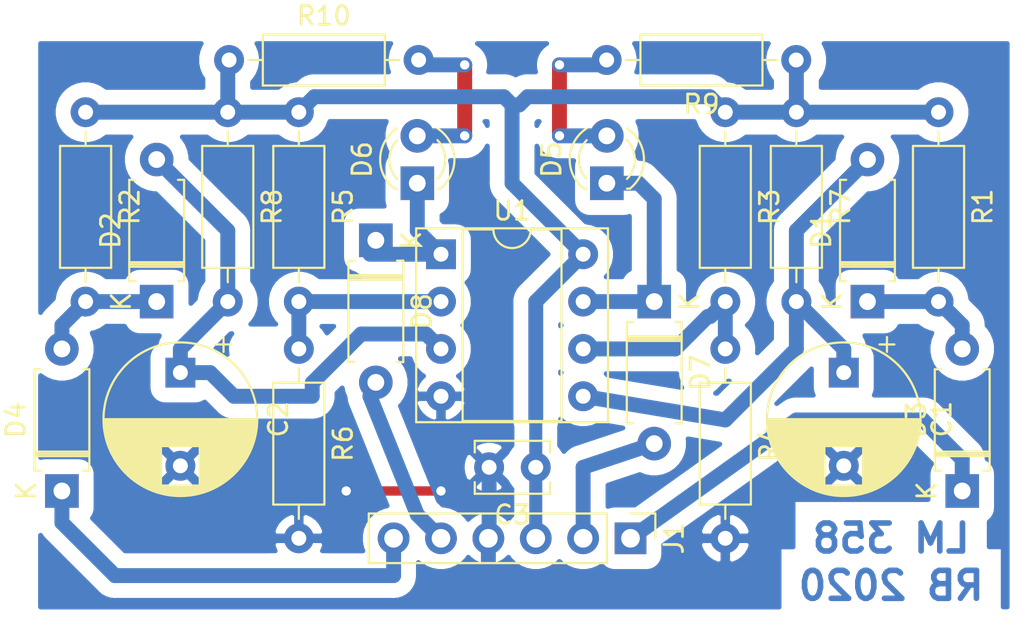
<source format=kicad_pcb>
(kicad_pcb (version 20171130) (host pcbnew "(5.1.5)-2")

  (general
    (thickness 1.6)
    (drawings 2)
    (tracks 95)
    (zones 0)
    (modules 23)
    (nets 17)
  )

  (page A4)
  (layers
    (0 F.Cu signal)
    (31 B.Cu signal)
    (32 B.Adhes user)
    (33 F.Adhes user)
    (34 B.Paste user)
    (35 F.Paste user)
    (36 B.SilkS user)
    (37 F.SilkS user)
    (38 B.Mask user)
    (39 F.Mask user)
    (40 Dwgs.User user)
    (41 Cmts.User user)
    (42 Eco1.User user)
    (43 Eco2.User user)
    (44 Edge.Cuts user)
    (45 Margin user)
    (46 B.CrtYd user)
    (47 F.CrtYd user)
    (48 B.Fab user)
    (49 F.Fab user)
  )

  (setup
    (last_trace_width 0.8)
    (trace_clearance 0.5)
    (zone_clearance 0.508)
    (zone_45_only no)
    (trace_min 0.2)
    (via_size 0.8)
    (via_drill 0.5)
    (via_min_size 0.4)
    (via_min_drill 0.3)
    (uvia_size 0.3)
    (uvia_drill 0.1)
    (uvias_allowed no)
    (uvia_min_size 0.2)
    (uvia_min_drill 0.1)
    (edge_width 0.05)
    (segment_width 0.2)
    (pcb_text_width 0.3)
    (pcb_text_size 1.5 1.5)
    (mod_edge_width 0.12)
    (mod_text_size 1 1)
    (mod_text_width 0.15)
    (pad_size 1 1)
    (pad_drill 0.65)
    (pad_to_mask_clearance 0.051)
    (solder_mask_min_width 0.25)
    (aux_axis_origin 0 0)
    (visible_elements 7FFFFFFF)
    (pcbplotparams
      (layerselection 0x010fc_ffffffff)
      (usegerberextensions false)
      (usegerberattributes false)
      (usegerberadvancedattributes false)
      (creategerberjobfile false)
      (excludeedgelayer true)
      (linewidth 0.100000)
      (plotframeref false)
      (viasonmask false)
      (mode 1)
      (useauxorigin false)
      (hpglpennumber 1)
      (hpglpenspeed 20)
      (hpglpendiameter 15.000000)
      (psnegative false)
      (psa4output false)
      (plotreference true)
      (plotvalue true)
      (plotinvisibletext false)
      (padsonsilk false)
      (subtractmaskfromsilk false)
      (outputformat 1)
      (mirror false)
      (drillshape 1)
      (scaleselection 1)
      (outputdirectory ""))
  )

  (net 0 "")
  (net 1 "Net-(C1-Pad1)")
  (net 2 "Net-(C2-Pad1)")
  (net 3 "Net-(D1-Pad1)")
  (net 4 "Net-(D2-Pad1)")
  (net 5 "Net-(D3-Pad1)")
  (net 6 "Net-(D4-Pad1)")
  (net 7 "Net-(D5-Pad2)")
  (net 8 "Net-(D5-Pad1)")
  (net 9 "Net-(D6-Pad2)")
  (net 10 "Net-(D6-Pad1)")
  (net 11 "Net-(D7-Pad2)")
  (net 12 "Net-(D8-Pad2)")
  (net 13 "Net-(R5-Pad2)")
  (net 14 "Net-(C1-Pad2)")
  (net 15 "Net-(C3-Pad1)")
  (net 16 "Net-(R3-Pad2)")

  (net_class Default "This is the default net class."
    (clearance 0.5)
    (trace_width 0.8)
    (via_dia 0.8)
    (via_drill 0.5)
    (uvia_dia 0.3)
    (uvia_drill 0.1)
    (add_net "Net-(C1-Pad1)")
    (add_net "Net-(C1-Pad2)")
    (add_net "Net-(C2-Pad1)")
    (add_net "Net-(C3-Pad1)")
    (add_net "Net-(D1-Pad1)")
    (add_net "Net-(D2-Pad1)")
    (add_net "Net-(D3-Pad1)")
    (add_net "Net-(D4-Pad1)")
    (add_net "Net-(D5-Pad1)")
    (add_net "Net-(D5-Pad2)")
    (add_net "Net-(D6-Pad1)")
    (add_net "Net-(D6-Pad2)")
    (add_net "Net-(D7-Pad2)")
    (add_net "Net-(D8-Pad2)")
    (add_net "Net-(R3-Pad2)")
    (add_net "Net-(R5-Pad2)")
  )

  (module Resistor_THT:R_Axial_DIN0207_L6.3mm_D2.5mm_P10.16mm_Horizontal (layer F.Cu) (tedit 5AE5139B) (tstamp 5E7FDF4A)
    (at 165.1 68.58 270)
    (descr "Resistor, Axial_DIN0207 series, Axial, Horizontal, pin pitch=10.16mm, 0.25W = 1/4W, length*diameter=6.3*2.5mm^2, http://cdn-reichelt.de/documents/datenblatt/B400/1_4W%23YAG.pdf")
    (tags "Resistor Axial_DIN0207 series Axial Horizontal pin pitch 10.16mm 0.25W = 1/4W length 6.3mm diameter 2.5mm")
    (path /5E7AD467)
    (fp_text reference R1 (at 5.08 -2.37 90) (layer F.SilkS)
      (effects (font (size 1 1) (thickness 0.15)))
    )
    (fp_text value R (at 5.08 2.37 90) (layer F.Fab)
      (effects (font (size 1 1) (thickness 0.15)))
    )
    (fp_text user %R (at 5.08 0 90) (layer F.Fab)
      (effects (font (size 1 1) (thickness 0.15)))
    )
    (fp_line (start 11.21 -1.5) (end -1.05 -1.5) (layer F.CrtYd) (width 0.05))
    (fp_line (start 11.21 1.5) (end 11.21 -1.5) (layer F.CrtYd) (width 0.05))
    (fp_line (start -1.05 1.5) (end 11.21 1.5) (layer F.CrtYd) (width 0.05))
    (fp_line (start -1.05 -1.5) (end -1.05 1.5) (layer F.CrtYd) (width 0.05))
    (fp_line (start 9.12 0) (end 8.35 0) (layer F.SilkS) (width 0.12))
    (fp_line (start 1.04 0) (end 1.81 0) (layer F.SilkS) (width 0.12))
    (fp_line (start 8.35 -1.37) (end 1.81 -1.37) (layer F.SilkS) (width 0.12))
    (fp_line (start 8.35 1.37) (end 8.35 -1.37) (layer F.SilkS) (width 0.12))
    (fp_line (start 1.81 1.37) (end 8.35 1.37) (layer F.SilkS) (width 0.12))
    (fp_line (start 1.81 -1.37) (end 1.81 1.37) (layer F.SilkS) (width 0.12))
    (fp_line (start 10.16 0) (end 8.23 0) (layer F.Fab) (width 0.1))
    (fp_line (start 0 0) (end 1.93 0) (layer F.Fab) (width 0.1))
    (fp_line (start 8.23 -1.25) (end 1.93 -1.25) (layer F.Fab) (width 0.1))
    (fp_line (start 8.23 1.25) (end 8.23 -1.25) (layer F.Fab) (width 0.1))
    (fp_line (start 1.93 1.25) (end 8.23 1.25) (layer F.Fab) (width 0.1))
    (fp_line (start 1.93 -1.25) (end 1.93 1.25) (layer F.Fab) (width 0.1))
    (pad 2 thru_hole oval (at 10.16 0 270) (size 1.6 1.6) (drill 0.8) (layers *.Cu *.Mask)
      (net 3 "Net-(D1-Pad1)"))
    (pad 1 thru_hole circle (at 0 0 270) (size 1.6 1.6) (drill 0.8) (layers *.Cu *.Mask)
      (net 15 "Net-(C3-Pad1)"))
    (model ${KISYS3DMOD}/Resistor_THT.3dshapes/R_Axial_DIN0207_L6.3mm_D2.5mm_P10.16mm_Horizontal.wrl
      (at (xyz 0 0 0))
      (scale (xyz 1 1 1))
      (rotate (xyz 0 0 0))
    )
  )

  (module Connector_PinHeader_2.54mm:PinHeader_1x06_P2.54mm_Vertical (layer F.Cu) (tedit 59FED5CC) (tstamp 5E7A3CBD)
    (at 148.59 91.44 270)
    (descr "Through hole straight pin header, 1x06, 2.54mm pitch, single row")
    (tags "Through hole pin header THT 1x06 2.54mm single row")
    (path /5E76DE7D)
    (fp_text reference J1 (at 0 -2.33 90) (layer F.SilkS)
      (effects (font (size 1 1) (thickness 0.15)))
    )
    (fp_text value Conn_01x06 (at 0 15.03 90) (layer F.Fab)
      (effects (font (size 1 1) (thickness 0.15)))
    )
    (fp_text user %R (at 0 6.35) (layer F.Fab)
      (effects (font (size 1 1) (thickness 0.15)))
    )
    (fp_line (start 1.8 -1.8) (end -1.8 -1.8) (layer F.CrtYd) (width 0.05))
    (fp_line (start 1.8 14.5) (end 1.8 -1.8) (layer F.CrtYd) (width 0.05))
    (fp_line (start -1.8 14.5) (end 1.8 14.5) (layer F.CrtYd) (width 0.05))
    (fp_line (start -1.8 -1.8) (end -1.8 14.5) (layer F.CrtYd) (width 0.05))
    (fp_line (start -1.33 -1.33) (end 0 -1.33) (layer F.SilkS) (width 0.12))
    (fp_line (start -1.33 0) (end -1.33 -1.33) (layer F.SilkS) (width 0.12))
    (fp_line (start -1.33 1.27) (end 1.33 1.27) (layer F.SilkS) (width 0.12))
    (fp_line (start 1.33 1.27) (end 1.33 14.03) (layer F.SilkS) (width 0.12))
    (fp_line (start -1.33 1.27) (end -1.33 14.03) (layer F.SilkS) (width 0.12))
    (fp_line (start -1.33 14.03) (end 1.33 14.03) (layer F.SilkS) (width 0.12))
    (fp_line (start -1.27 -0.635) (end -0.635 -1.27) (layer F.Fab) (width 0.1))
    (fp_line (start -1.27 13.97) (end -1.27 -0.635) (layer F.Fab) (width 0.1))
    (fp_line (start 1.27 13.97) (end -1.27 13.97) (layer F.Fab) (width 0.1))
    (fp_line (start 1.27 -1.27) (end 1.27 13.97) (layer F.Fab) (width 0.1))
    (fp_line (start -0.635 -1.27) (end 1.27 -1.27) (layer F.Fab) (width 0.1))
    (pad 6 thru_hole oval (at 0 12.7 270) (size 1.7 1.7) (drill 1) (layers *.Cu *.Mask)
      (net 6 "Net-(D4-Pad1)"))
    (pad 5 thru_hole oval (at 0 10.16 270) (size 1.7 1.7) (drill 1) (layers *.Cu *.Mask)
      (net 12 "Net-(D8-Pad2)"))
    (pad 4 thru_hole oval (at 0 7.62 270) (size 1.7 1.7) (drill 1) (layers *.Cu *.Mask)
      (net 14 "Net-(C1-Pad2)"))
    (pad 3 thru_hole oval (at 0 5.08 270) (size 1.7 1.7) (drill 1) (layers *.Cu *.Mask)
      (net 15 "Net-(C3-Pad1)"))
    (pad 2 thru_hole oval (at 0 2.54 270) (size 1.7 1.7) (drill 1) (layers *.Cu *.Mask)
      (net 11 "Net-(D7-Pad2)"))
    (pad 1 thru_hole rect (at 0 0 270) (size 1.7 1.7) (drill 1) (layers *.Cu *.Mask)
      (net 5 "Net-(D3-Pad1)"))
    (model ${KISYS3DMOD}/Connector_PinHeader_2.54mm.3dshapes/PinHeader_1x06_P2.54mm_Vertical.wrl
      (at (xyz 0 0 0))
      (scale (xyz 1 1 1))
      (rotate (xyz 0 0 0))
    )
  )

  (module Capacitor_THT:C_Disc_D3.8mm_W2.6mm_P2.50mm (layer F.Cu) (tedit 5AE50EF0) (tstamp 5E7B973A)
    (at 143.51 87.63 180)
    (descr "C, Disc series, Radial, pin pitch=2.50mm, , diameter*width=3.8*2.6mm^2, Capacitor, http://www.vishay.com/docs/45233/krseries.pdf")
    (tags "C Disc series Radial pin pitch 2.50mm  diameter 3.8mm width 2.6mm Capacitor")
    (path /5E7B66D1)
    (fp_text reference C3 (at 1.25 -2.55) (layer F.SilkS)
      (effects (font (size 1 1) (thickness 0.15)))
    )
    (fp_text value C (at 1.25 2.55) (layer F.Fab)
      (effects (font (size 1 1) (thickness 0.15)))
    )
    (fp_text user %R (at 1.25 0) (layer F.Fab)
      (effects (font (size 0.76 0.76) (thickness 0.114)))
    )
    (fp_line (start 3.55 -1.55) (end -1.05 -1.55) (layer F.CrtYd) (width 0.05))
    (fp_line (start 3.55 1.55) (end 3.55 -1.55) (layer F.CrtYd) (width 0.05))
    (fp_line (start -1.05 1.55) (end 3.55 1.55) (layer F.CrtYd) (width 0.05))
    (fp_line (start -1.05 -1.55) (end -1.05 1.55) (layer F.CrtYd) (width 0.05))
    (fp_line (start 3.27 0.795) (end 3.27 1.42) (layer F.SilkS) (width 0.12))
    (fp_line (start 3.27 -1.42) (end 3.27 -0.795) (layer F.SilkS) (width 0.12))
    (fp_line (start -0.77 0.795) (end -0.77 1.42) (layer F.SilkS) (width 0.12))
    (fp_line (start -0.77 -1.42) (end -0.77 -0.795) (layer F.SilkS) (width 0.12))
    (fp_line (start -0.77 1.42) (end 3.27 1.42) (layer F.SilkS) (width 0.12))
    (fp_line (start -0.77 -1.42) (end 3.27 -1.42) (layer F.SilkS) (width 0.12))
    (fp_line (start 3.15 -1.3) (end -0.65 -1.3) (layer F.Fab) (width 0.1))
    (fp_line (start 3.15 1.3) (end 3.15 -1.3) (layer F.Fab) (width 0.1))
    (fp_line (start -0.65 1.3) (end 3.15 1.3) (layer F.Fab) (width 0.1))
    (fp_line (start -0.65 -1.3) (end -0.65 1.3) (layer F.Fab) (width 0.1))
    (pad 2 thru_hole circle (at 2.5 0 180) (size 1.6 1.6) (drill 0.8) (layers *.Cu *.Mask)
      (net 14 "Net-(C1-Pad2)"))
    (pad 1 thru_hole circle (at 0 0 180) (size 1.6 1.6) (drill 0.8) (layers *.Cu *.Mask)
      (net 15 "Net-(C3-Pad1)"))
    (model ${KISYS3DMOD}/Capacitor_THT.3dshapes/C_Disc_D3.8mm_W2.6mm_P2.50mm.wrl
      (at (xyz 0 0 0))
      (scale (xyz 1 1 1))
      (rotate (xyz 0 0 0))
    )
  )

  (module Resistor_THT:R_Axial_DIN0207_L6.3mm_D2.5mm_P10.16mm_Horizontal (layer F.Cu) (tedit 5AE5139B) (tstamp 5E7A3DA3)
    (at 127.070361 65.77987)
    (descr "Resistor, Axial_DIN0207 series, Axial, Horizontal, pin pitch=10.16mm, 0.25W = 1/4W, length*diameter=6.3*2.5mm^2, http://cdn-reichelt.de/documents/datenblatt/B400/1_4W%23YAG.pdf")
    (tags "Resistor Axial_DIN0207 series Axial Horizontal pin pitch 10.16mm 0.25W = 1/4W length 6.3mm diameter 2.5mm")
    (path /5E852EE5)
    (fp_text reference R10 (at 5.08 -2.37) (layer F.SilkS)
      (effects (font (size 1 1) (thickness 0.15)))
    )
    (fp_text value R (at 5.08 2.37) (layer F.Fab)
      (effects (font (size 1 1) (thickness 0.15)))
    )
    (fp_text user %R (at 5.08 0) (layer F.Fab)
      (effects (font (size 1 1) (thickness 0.15)))
    )
    (fp_line (start 11.21 -1.5) (end -1.05 -1.5) (layer F.CrtYd) (width 0.05))
    (fp_line (start 11.21 1.5) (end 11.21 -1.5) (layer F.CrtYd) (width 0.05))
    (fp_line (start -1.05 1.5) (end 11.21 1.5) (layer F.CrtYd) (width 0.05))
    (fp_line (start -1.05 -1.5) (end -1.05 1.5) (layer F.CrtYd) (width 0.05))
    (fp_line (start 9.12 0) (end 8.35 0) (layer F.SilkS) (width 0.12))
    (fp_line (start 1.04 0) (end 1.81 0) (layer F.SilkS) (width 0.12))
    (fp_line (start 8.35 -1.37) (end 1.81 -1.37) (layer F.SilkS) (width 0.12))
    (fp_line (start 8.35 1.37) (end 8.35 -1.37) (layer F.SilkS) (width 0.12))
    (fp_line (start 1.81 1.37) (end 8.35 1.37) (layer F.SilkS) (width 0.12))
    (fp_line (start 1.81 -1.37) (end 1.81 1.37) (layer F.SilkS) (width 0.12))
    (fp_line (start 10.16 0) (end 8.23 0) (layer F.Fab) (width 0.1))
    (fp_line (start 0 0) (end 1.93 0) (layer F.Fab) (width 0.1))
    (fp_line (start 8.23 -1.25) (end 1.93 -1.25) (layer F.Fab) (width 0.1))
    (fp_line (start 8.23 1.25) (end 8.23 -1.25) (layer F.Fab) (width 0.1))
    (fp_line (start 1.93 1.25) (end 8.23 1.25) (layer F.Fab) (width 0.1))
    (fp_line (start 1.93 -1.25) (end 1.93 1.25) (layer F.Fab) (width 0.1))
    (pad 2 thru_hole oval (at 10.16 0) (size 1.6 1.6) (drill 0.8) (layers *.Cu *.Mask)
      (net 9 "Net-(D6-Pad2)"))
    (pad 1 thru_hole circle (at 0 0) (size 1.6 1.6) (drill 0.8) (layers *.Cu *.Mask)
      (net 15 "Net-(C3-Pad1)"))
    (model ${KISYS3DMOD}/Resistor_THT.3dshapes/R_Axial_DIN0207_L6.3mm_D2.5mm_P10.16mm_Horizontal.wrl
      (at (xyz 0 0 0))
      (scale (xyz 1 1 1))
      (rotate (xyz 0 0 0))
    )
  )

  (module Resistor_THT:R_Axial_DIN0207_L6.3mm_D2.5mm_P10.16mm_Horizontal (layer F.Cu) (tedit 5AE5139B) (tstamp 5E7A3D8C)
    (at 157.471008 65.77987 180)
    (descr "Resistor, Axial_DIN0207 series, Axial, Horizontal, pin pitch=10.16mm, 0.25W = 1/4W, length*diameter=6.3*2.5mm^2, http://cdn-reichelt.de/documents/datenblatt/B400/1_4W%23YAG.pdf")
    (tags "Resistor Axial_DIN0207 series Axial Horizontal pin pitch 10.16mm 0.25W = 1/4W length 6.3mm diameter 2.5mm")
    (path /5E852405)
    (fp_text reference R9 (at 5.08 -2.37) (layer F.SilkS)
      (effects (font (size 1 1) (thickness 0.15)))
    )
    (fp_text value R (at 5.08 2.37) (layer F.Fab)
      (effects (font (size 1 1) (thickness 0.15)))
    )
    (fp_text user %R (at 5.08 0) (layer F.Fab)
      (effects (font (size 1 1) (thickness 0.15)))
    )
    (fp_line (start 11.21 -1.5) (end -1.05 -1.5) (layer F.CrtYd) (width 0.05))
    (fp_line (start 11.21 1.5) (end 11.21 -1.5) (layer F.CrtYd) (width 0.05))
    (fp_line (start -1.05 1.5) (end 11.21 1.5) (layer F.CrtYd) (width 0.05))
    (fp_line (start -1.05 -1.5) (end -1.05 1.5) (layer F.CrtYd) (width 0.05))
    (fp_line (start 9.12 0) (end 8.35 0) (layer F.SilkS) (width 0.12))
    (fp_line (start 1.04 0) (end 1.81 0) (layer F.SilkS) (width 0.12))
    (fp_line (start 8.35 -1.37) (end 1.81 -1.37) (layer F.SilkS) (width 0.12))
    (fp_line (start 8.35 1.37) (end 8.35 -1.37) (layer F.SilkS) (width 0.12))
    (fp_line (start 1.81 1.37) (end 8.35 1.37) (layer F.SilkS) (width 0.12))
    (fp_line (start 1.81 -1.37) (end 1.81 1.37) (layer F.SilkS) (width 0.12))
    (fp_line (start 10.16 0) (end 8.23 0) (layer F.Fab) (width 0.1))
    (fp_line (start 0 0) (end 1.93 0) (layer F.Fab) (width 0.1))
    (fp_line (start 8.23 -1.25) (end 1.93 -1.25) (layer F.Fab) (width 0.1))
    (fp_line (start 8.23 1.25) (end 8.23 -1.25) (layer F.Fab) (width 0.1))
    (fp_line (start 1.93 1.25) (end 8.23 1.25) (layer F.Fab) (width 0.1))
    (fp_line (start 1.93 -1.25) (end 1.93 1.25) (layer F.Fab) (width 0.1))
    (pad 2 thru_hole oval (at 10.16 0 180) (size 1.6 1.6) (drill 0.8) (layers *.Cu *.Mask)
      (net 7 "Net-(D5-Pad2)"))
    (pad 1 thru_hole circle (at 0 0 180) (size 1.6 1.6) (drill 0.8) (layers *.Cu *.Mask)
      (net 15 "Net-(C3-Pad1)"))
    (model ${KISYS3DMOD}/Resistor_THT.3dshapes/R_Axial_DIN0207_L6.3mm_D2.5mm_P10.16mm_Horizontal.wrl
      (at (xyz 0 0 0))
      (scale (xyz 1 1 1))
      (rotate (xyz 0 0 0))
    )
  )

  (module Resistor_THT:R_Axial_DIN0207_L6.3mm_D2.5mm_P10.16mm_Horizontal (layer F.Cu) (tedit 5E7A4918) (tstamp 5E7A3D75)
    (at 127 68.58 270)
    (descr "Resistor, Axial_DIN0207 series, Axial, Horizontal, pin pitch=10.16mm, 0.25W = 1/4W, length*diameter=6.3*2.5mm^2, http://cdn-reichelt.de/documents/datenblatt/B400/1_4W%23YAG.pdf")
    (tags "Resistor Axial_DIN0207 series Axial Horizontal pin pitch 10.16mm 0.25W = 1/4W length 6.3mm diameter 2.5mm")
    (path /5E7AA516)
    (fp_text reference R8 (at 5.08 -2.37 90) (layer F.SilkS)
      (effects (font (size 1 1) (thickness 0.15)))
    )
    (fp_text value R (at 5.08 2.37 90) (layer F.Fab)
      (effects (font (size 1 1) (thickness 0.15)))
    )
    (fp_text user %R (at 5.08 0 90) (layer F.Fab)
      (effects (font (size 1 1) (thickness 0.15)))
    )
    (fp_line (start 11.21 -1.5) (end -1.05 -1.5) (layer F.CrtYd) (width 0.05))
    (fp_line (start 11.21 1.5) (end 11.21 -1.5) (layer F.CrtYd) (width 0.05))
    (fp_line (start -1.05 1.5) (end 11.21 1.5) (layer F.CrtYd) (width 0.05))
    (fp_line (start -1.05 -1.5) (end -1.05 1.5) (layer F.CrtYd) (width 0.05))
    (fp_line (start 9.12 0) (end 8.35 0) (layer F.SilkS) (width 0.12))
    (fp_line (start 1.04 0) (end 1.81 0) (layer F.SilkS) (width 0.12))
    (fp_line (start 8.35 -1.37) (end 1.81 -1.37) (layer F.SilkS) (width 0.12))
    (fp_line (start 8.35 1.37) (end 8.35 -1.37) (layer F.SilkS) (width 0.12))
    (fp_line (start 1.81 1.37) (end 8.35 1.37) (layer F.SilkS) (width 0.12))
    (fp_line (start 1.81 -1.37) (end 1.81 1.37) (layer F.SilkS) (width 0.12))
    (fp_line (start 10.16 0) (end 8.23 0) (layer F.Fab) (width 0.1))
    (fp_line (start 0 0) (end 1.93 0) (layer F.Fab) (width 0.1))
    (fp_line (start 8.23 -1.25) (end 1.93 -1.25) (layer F.Fab) (width 0.1))
    (fp_line (start 8.23 1.25) (end 8.23 -1.25) (layer F.Fab) (width 0.1))
    (fp_line (start 1.93 1.25) (end 8.23 1.25) (layer F.Fab) (width 0.1))
    (fp_line (start 1.93 -1.25) (end 1.93 1.25) (layer F.Fab) (width 0.1))
    (pad 2 thru_hole oval (at 10.16 0 270) (size 1.6 1.6) (drill 0.8) (layers *.Cu *.Mask)
      (net 2 "Net-(C2-Pad1)"))
    (pad 1 thru_hole circle (at 0 0 270) (size 1.6 1.6) (drill 0.8) (layers *.Cu *.Mask)
      (net 15 "Net-(C3-Pad1)") (clearance 0.25))
    (model ${KISYS3DMOD}/Resistor_THT.3dshapes/R_Axial_DIN0207_L6.3mm_D2.5mm_P10.16mm_Horizontal.wrl
      (at (xyz 0 0 0))
      (scale (xyz 1 1 1))
      (rotate (xyz 0 0 0))
    )
  )

  (module Resistor_THT:R_Axial_DIN0207_L6.3mm_D2.5mm_P10.16mm_Horizontal (layer F.Cu) (tedit 5E7A48D3) (tstamp 5E7A3D5E)
    (at 157.48 68.58 270)
    (descr "Resistor, Axial_DIN0207 series, Axial, Horizontal, pin pitch=10.16mm, 0.25W = 1/4W, length*diameter=6.3*2.5mm^2, http://cdn-reichelt.de/documents/datenblatt/B400/1_4W%23YAG.pdf")
    (tags "Resistor Axial_DIN0207 series Axial Horizontal pin pitch 10.16mm 0.25W = 1/4W length 6.3mm diameter 2.5mm")
    (path /5E7A9B32)
    (fp_text reference R7 (at 5.08 -2.37 90) (layer F.SilkS)
      (effects (font (size 1 1) (thickness 0.15)))
    )
    (fp_text value R (at 5.08 2.37 90) (layer F.Fab)
      (effects (font (size 1 1) (thickness 0.15)))
    )
    (fp_text user %R (at 5.08 0 90) (layer F.Fab)
      (effects (font (size 1 1) (thickness 0.15)))
    )
    (fp_line (start 11.21 -1.5) (end -1.05 -1.5) (layer F.CrtYd) (width 0.05))
    (fp_line (start 11.21 1.5) (end 11.21 -1.5) (layer F.CrtYd) (width 0.05))
    (fp_line (start -1.05 1.5) (end 11.21 1.5) (layer F.CrtYd) (width 0.05))
    (fp_line (start -1.05 -1.5) (end -1.05 1.5) (layer F.CrtYd) (width 0.05))
    (fp_line (start 9.12 0) (end 8.35 0) (layer F.SilkS) (width 0.12))
    (fp_line (start 1.04 0) (end 1.81 0) (layer F.SilkS) (width 0.12))
    (fp_line (start 8.35 -1.37) (end 1.81 -1.37) (layer F.SilkS) (width 0.12))
    (fp_line (start 8.35 1.37) (end 8.35 -1.37) (layer F.SilkS) (width 0.12))
    (fp_line (start 1.81 1.37) (end 8.35 1.37) (layer F.SilkS) (width 0.12))
    (fp_line (start 1.81 -1.37) (end 1.81 1.37) (layer F.SilkS) (width 0.12))
    (fp_line (start 10.16 0) (end 8.23 0) (layer F.Fab) (width 0.1))
    (fp_line (start 0 0) (end 1.93 0) (layer F.Fab) (width 0.1))
    (fp_line (start 8.23 -1.25) (end 1.93 -1.25) (layer F.Fab) (width 0.1))
    (fp_line (start 8.23 1.25) (end 8.23 -1.25) (layer F.Fab) (width 0.1))
    (fp_line (start 1.93 1.25) (end 8.23 1.25) (layer F.Fab) (width 0.1))
    (fp_line (start 1.93 -1.25) (end 1.93 1.25) (layer F.Fab) (width 0.1))
    (pad 2 thru_hole oval (at 10.16 0 270) (size 1.6 1.6) (drill 0.8) (layers *.Cu *.Mask)
      (net 1 "Net-(C1-Pad1)"))
    (pad 1 thru_hole circle (at 0 0 270) (size 1.6 1.6) (drill 0.8) (layers *.Cu *.Mask)
      (net 15 "Net-(C3-Pad1)") (clearance 0.25))
    (model ${KISYS3DMOD}/Resistor_THT.3dshapes/R_Axial_DIN0207_L6.3mm_D2.5mm_P10.16mm_Horizontal.wrl
      (at (xyz 0 0 0))
      (scale (xyz 1 1 1))
      (rotate (xyz 0 0 0))
    )
  )

  (module Resistor_THT:R_Axial_DIN0207_L6.3mm_D2.5mm_P10.16mm_Horizontal (layer F.Cu) (tedit 5AE5139B) (tstamp 5E7A3D47)
    (at 130.81 81.28 270)
    (descr "Resistor, Axial_DIN0207 series, Axial, Horizontal, pin pitch=10.16mm, 0.25W = 1/4W, length*diameter=6.3*2.5mm^2, http://cdn-reichelt.de/documents/datenblatt/B400/1_4W%23YAG.pdf")
    (tags "Resistor Axial_DIN0207 series Axial Horizontal pin pitch 10.16mm 0.25W = 1/4W length 6.3mm diameter 2.5mm")
    (path /5E7A24EA)
    (fp_text reference R6 (at 5.08 -2.37 90) (layer F.SilkS)
      (effects (font (size 1 1) (thickness 0.15)))
    )
    (fp_text value R (at 5.08 2.37 90) (layer F.Fab)
      (effects (font (size 1 1) (thickness 0.15)))
    )
    (fp_text user %R (at 5.08 0 90) (layer F.Fab)
      (effects (font (size 1 1) (thickness 0.15)))
    )
    (fp_line (start 11.21 -1.5) (end -1.05 -1.5) (layer F.CrtYd) (width 0.05))
    (fp_line (start 11.21 1.5) (end 11.21 -1.5) (layer F.CrtYd) (width 0.05))
    (fp_line (start -1.05 1.5) (end 11.21 1.5) (layer F.CrtYd) (width 0.05))
    (fp_line (start -1.05 -1.5) (end -1.05 1.5) (layer F.CrtYd) (width 0.05))
    (fp_line (start 9.12 0) (end 8.35 0) (layer F.SilkS) (width 0.12))
    (fp_line (start 1.04 0) (end 1.81 0) (layer F.SilkS) (width 0.12))
    (fp_line (start 8.35 -1.37) (end 1.81 -1.37) (layer F.SilkS) (width 0.12))
    (fp_line (start 8.35 1.37) (end 8.35 -1.37) (layer F.SilkS) (width 0.12))
    (fp_line (start 1.81 1.37) (end 8.35 1.37) (layer F.SilkS) (width 0.12))
    (fp_line (start 1.81 -1.37) (end 1.81 1.37) (layer F.SilkS) (width 0.12))
    (fp_line (start 10.16 0) (end 8.23 0) (layer F.Fab) (width 0.1))
    (fp_line (start 0 0) (end 1.93 0) (layer F.Fab) (width 0.1))
    (fp_line (start 8.23 -1.25) (end 1.93 -1.25) (layer F.Fab) (width 0.1))
    (fp_line (start 8.23 1.25) (end 8.23 -1.25) (layer F.Fab) (width 0.1))
    (fp_line (start 1.93 1.25) (end 8.23 1.25) (layer F.Fab) (width 0.1))
    (fp_line (start 1.93 -1.25) (end 1.93 1.25) (layer F.Fab) (width 0.1))
    (pad 2 thru_hole oval (at 10.16 0 270) (size 1.6 1.6) (drill 0.8) (layers *.Cu *.Mask)
      (net 14 "Net-(C1-Pad2)"))
    (pad 1 thru_hole circle (at 0 0 270) (size 1.6 1.6) (drill 0.8) (layers *.Cu *.Mask)
      (net 13 "Net-(R5-Pad2)"))
    (model ${KISYS3DMOD}/Resistor_THT.3dshapes/R_Axial_DIN0207_L6.3mm_D2.5mm_P10.16mm_Horizontal.wrl
      (at (xyz 0 0 0))
      (scale (xyz 1 1 1))
      (rotate (xyz 0 0 0))
    )
  )

  (module Resistor_THT:R_Axial_DIN0207_L6.3mm_D2.5mm_P10.16mm_Horizontal (layer F.Cu) (tedit 5E7A4905) (tstamp 5E7A3D30)
    (at 130.81 68.58 270)
    (descr "Resistor, Axial_DIN0207 series, Axial, Horizontal, pin pitch=10.16mm, 0.25W = 1/4W, length*diameter=6.3*2.5mm^2, http://cdn-reichelt.de/documents/datenblatt/B400/1_4W%23YAG.pdf")
    (tags "Resistor Axial_DIN0207 series Axial Horizontal pin pitch 10.16mm 0.25W = 1/4W length 6.3mm diameter 2.5mm")
    (path /5E7A1172)
    (fp_text reference R5 (at 5.08 -2.37 90) (layer F.SilkS)
      (effects (font (size 1 1) (thickness 0.15)))
    )
    (fp_text value R (at 5.08 2.37 90) (layer F.Fab)
      (effects (font (size 1 1) (thickness 0.15)))
    )
    (fp_text user %R (at 5.08 0 90) (layer F.Fab)
      (effects (font (size 1 1) (thickness 0.15)))
    )
    (fp_line (start 11.21 -1.5) (end -1.05 -1.5) (layer F.CrtYd) (width 0.05))
    (fp_line (start 11.21 1.5) (end 11.21 -1.5) (layer F.CrtYd) (width 0.05))
    (fp_line (start -1.05 1.5) (end 11.21 1.5) (layer F.CrtYd) (width 0.05))
    (fp_line (start -1.05 -1.5) (end -1.05 1.5) (layer F.CrtYd) (width 0.05))
    (fp_line (start 9.12 0) (end 8.35 0) (layer F.SilkS) (width 0.12))
    (fp_line (start 1.04 0) (end 1.81 0) (layer F.SilkS) (width 0.12))
    (fp_line (start 8.35 -1.37) (end 1.81 -1.37) (layer F.SilkS) (width 0.12))
    (fp_line (start 8.35 1.37) (end 8.35 -1.37) (layer F.SilkS) (width 0.12))
    (fp_line (start 1.81 1.37) (end 8.35 1.37) (layer F.SilkS) (width 0.12))
    (fp_line (start 1.81 -1.37) (end 1.81 1.37) (layer F.SilkS) (width 0.12))
    (fp_line (start 10.16 0) (end 8.23 0) (layer F.Fab) (width 0.1))
    (fp_line (start 0 0) (end 1.93 0) (layer F.Fab) (width 0.1))
    (fp_line (start 8.23 -1.25) (end 1.93 -1.25) (layer F.Fab) (width 0.1))
    (fp_line (start 8.23 1.25) (end 8.23 -1.25) (layer F.Fab) (width 0.1))
    (fp_line (start 1.93 1.25) (end 8.23 1.25) (layer F.Fab) (width 0.1))
    (fp_line (start 1.93 -1.25) (end 1.93 1.25) (layer F.Fab) (width 0.1))
    (pad 2 thru_hole oval (at 10.16 0 270) (size 1.6 1.6) (drill 0.8) (layers *.Cu *.Mask)
      (net 13 "Net-(R5-Pad2)"))
    (pad 1 thru_hole circle (at 0 0 270) (size 1.6 1.6) (drill 0.8) (layers *.Cu *.Mask)
      (net 15 "Net-(C3-Pad1)") (clearance 0.25))
    (model ${KISYS3DMOD}/Resistor_THT.3dshapes/R_Axial_DIN0207_L6.3mm_D2.5mm_P10.16mm_Horizontal.wrl
      (at (xyz 0 0 0))
      (scale (xyz 1 1 1))
      (rotate (xyz 0 0 0))
    )
  )

  (module Resistor_THT:R_Axial_DIN0207_L6.3mm_D2.5mm_P10.16mm_Horizontal (layer F.Cu) (tedit 5AE5139B) (tstamp 5E7A3D19)
    (at 153.67 81.28 270)
    (descr "Resistor, Axial_DIN0207 series, Axial, Horizontal, pin pitch=10.16mm, 0.25W = 1/4W, length*diameter=6.3*2.5mm^2, http://cdn-reichelt.de/documents/datenblatt/B400/1_4W%23YAG.pdf")
    (tags "Resistor Axial_DIN0207 series Axial Horizontal pin pitch 10.16mm 0.25W = 1/4W length 6.3mm diameter 2.5mm")
    (path /5E7A198F)
    (fp_text reference R4 (at 5.08 -2.37 90) (layer F.SilkS)
      (effects (font (size 1 1) (thickness 0.15)))
    )
    (fp_text value R (at 5.08 2.37 90) (layer F.Fab)
      (effects (font (size 1 1) (thickness 0.15)))
    )
    (fp_text user %R (at 5.08 0 90) (layer F.Fab)
      (effects (font (size 1 1) (thickness 0.15)))
    )
    (fp_line (start 11.21 -1.5) (end -1.05 -1.5) (layer F.CrtYd) (width 0.05))
    (fp_line (start 11.21 1.5) (end 11.21 -1.5) (layer F.CrtYd) (width 0.05))
    (fp_line (start -1.05 1.5) (end 11.21 1.5) (layer F.CrtYd) (width 0.05))
    (fp_line (start -1.05 -1.5) (end -1.05 1.5) (layer F.CrtYd) (width 0.05))
    (fp_line (start 9.12 0) (end 8.35 0) (layer F.SilkS) (width 0.12))
    (fp_line (start 1.04 0) (end 1.81 0) (layer F.SilkS) (width 0.12))
    (fp_line (start 8.35 -1.37) (end 1.81 -1.37) (layer F.SilkS) (width 0.12))
    (fp_line (start 8.35 1.37) (end 8.35 -1.37) (layer F.SilkS) (width 0.12))
    (fp_line (start 1.81 1.37) (end 8.35 1.37) (layer F.SilkS) (width 0.12))
    (fp_line (start 1.81 -1.37) (end 1.81 1.37) (layer F.SilkS) (width 0.12))
    (fp_line (start 10.16 0) (end 8.23 0) (layer F.Fab) (width 0.1))
    (fp_line (start 0 0) (end 1.93 0) (layer F.Fab) (width 0.1))
    (fp_line (start 8.23 -1.25) (end 1.93 -1.25) (layer F.Fab) (width 0.1))
    (fp_line (start 8.23 1.25) (end 8.23 -1.25) (layer F.Fab) (width 0.1))
    (fp_line (start 1.93 1.25) (end 8.23 1.25) (layer F.Fab) (width 0.1))
    (fp_line (start 1.93 -1.25) (end 1.93 1.25) (layer F.Fab) (width 0.1))
    (pad 2 thru_hole oval (at 10.16 0 270) (size 1.6 1.6) (drill 0.8) (layers *.Cu *.Mask)
      (net 14 "Net-(C1-Pad2)"))
    (pad 1 thru_hole circle (at 0 0 270) (size 1.6 1.6) (drill 0.8) (layers *.Cu *.Mask)
      (net 16 "Net-(R3-Pad2)"))
    (model ${KISYS3DMOD}/Resistor_THT.3dshapes/R_Axial_DIN0207_L6.3mm_D2.5mm_P10.16mm_Horizontal.wrl
      (at (xyz 0 0 0))
      (scale (xyz 1 1 1))
      (rotate (xyz 0 0 0))
    )
  )

  (module Resistor_THT:R_Axial_DIN0207_L6.3mm_D2.5mm_P10.16mm_Horizontal (layer F.Cu) (tedit 5E7A48ED) (tstamp 5E7A3D02)
    (at 153.67 68.58 270)
    (descr "Resistor, Axial_DIN0207 series, Axial, Horizontal, pin pitch=10.16mm, 0.25W = 1/4W, length*diameter=6.3*2.5mm^2, http://cdn-reichelt.de/documents/datenblatt/B400/1_4W%23YAG.pdf")
    (tags "Resistor Axial_DIN0207 series Axial Horizontal pin pitch 10.16mm 0.25W = 1/4W length 6.3mm diameter 2.5mm")
    (path /5E7A2D5F)
    (fp_text reference R3 (at 5.08 -2.37 90) (layer F.SilkS)
      (effects (font (size 1 1) (thickness 0.15)))
    )
    (fp_text value R (at 5.08 2.37 90) (layer F.Fab)
      (effects (font (size 1 1) (thickness 0.15)))
    )
    (fp_text user %R (at 5.08 0 90) (layer F.Fab)
      (effects (font (size 1 1) (thickness 0.15)))
    )
    (fp_line (start 11.21 -1.5) (end -1.05 -1.5) (layer F.CrtYd) (width 0.05))
    (fp_line (start 11.21 1.5) (end 11.21 -1.5) (layer F.CrtYd) (width 0.05))
    (fp_line (start -1.05 1.5) (end 11.21 1.5) (layer F.CrtYd) (width 0.05))
    (fp_line (start -1.05 -1.5) (end -1.05 1.5) (layer F.CrtYd) (width 0.05))
    (fp_line (start 9.12 0) (end 8.35 0) (layer F.SilkS) (width 0.12))
    (fp_line (start 1.04 0) (end 1.81 0) (layer F.SilkS) (width 0.12))
    (fp_line (start 8.35 -1.37) (end 1.81 -1.37) (layer F.SilkS) (width 0.12))
    (fp_line (start 8.35 1.37) (end 8.35 -1.37) (layer F.SilkS) (width 0.12))
    (fp_line (start 1.81 1.37) (end 8.35 1.37) (layer F.SilkS) (width 0.12))
    (fp_line (start 1.81 -1.37) (end 1.81 1.37) (layer F.SilkS) (width 0.12))
    (fp_line (start 10.16 0) (end 8.23 0) (layer F.Fab) (width 0.1))
    (fp_line (start 0 0) (end 1.93 0) (layer F.Fab) (width 0.1))
    (fp_line (start 8.23 -1.25) (end 1.93 -1.25) (layer F.Fab) (width 0.1))
    (fp_line (start 8.23 1.25) (end 8.23 -1.25) (layer F.Fab) (width 0.1))
    (fp_line (start 1.93 1.25) (end 8.23 1.25) (layer F.Fab) (width 0.1))
    (fp_line (start 1.93 -1.25) (end 1.93 1.25) (layer F.Fab) (width 0.1))
    (pad 2 thru_hole oval (at 10.16 0 270) (size 1.6 1.6) (drill 0.8) (layers *.Cu *.Mask)
      (net 16 "Net-(R3-Pad2)"))
    (pad 1 thru_hole circle (at 0 0 270) (size 1.6 1.6) (drill 0.8) (layers *.Cu *.Mask)
      (net 15 "Net-(C3-Pad1)") (clearance 0.25))
    (model ${KISYS3DMOD}/Resistor_THT.3dshapes/R_Axial_DIN0207_L6.3mm_D2.5mm_P10.16mm_Horizontal.wrl
      (at (xyz 0 0 0))
      (scale (xyz 1 1 1))
      (rotate (xyz 0 0 0))
    )
  )

  (module Resistor_THT:R_Axial_DIN0207_L6.3mm_D2.5mm_P10.16mm_Horizontal (layer F.Cu) (tedit 5AE5139B) (tstamp 5E7A3CEB)
    (at 119.38 68.58 270)
    (descr "Resistor, Axial_DIN0207 series, Axial, Horizontal, pin pitch=10.16mm, 0.25W = 1/4W, length*diameter=6.3*2.5mm^2, http://cdn-reichelt.de/documents/datenblatt/B400/1_4W%23YAG.pdf")
    (tags "Resistor Axial_DIN0207 series Axial Horizontal pin pitch 10.16mm 0.25W = 1/4W length 6.3mm diameter 2.5mm")
    (path /5E7ACCCD)
    (fp_text reference R2 (at 5.08 -2.37 90) (layer F.SilkS)
      (effects (font (size 1 1) (thickness 0.15)))
    )
    (fp_text value R (at 5.08 2.37 90) (layer F.Fab)
      (effects (font (size 1 1) (thickness 0.15)))
    )
    (fp_text user %R (at 5.08 0 90) (layer F.Fab)
      (effects (font (size 1 1) (thickness 0.15)))
    )
    (fp_line (start 11.21 -1.5) (end -1.05 -1.5) (layer F.CrtYd) (width 0.05))
    (fp_line (start 11.21 1.5) (end 11.21 -1.5) (layer F.CrtYd) (width 0.05))
    (fp_line (start -1.05 1.5) (end 11.21 1.5) (layer F.CrtYd) (width 0.05))
    (fp_line (start -1.05 -1.5) (end -1.05 1.5) (layer F.CrtYd) (width 0.05))
    (fp_line (start 9.12 0) (end 8.35 0) (layer F.SilkS) (width 0.12))
    (fp_line (start 1.04 0) (end 1.81 0) (layer F.SilkS) (width 0.12))
    (fp_line (start 8.35 -1.37) (end 1.81 -1.37) (layer F.SilkS) (width 0.12))
    (fp_line (start 8.35 1.37) (end 8.35 -1.37) (layer F.SilkS) (width 0.12))
    (fp_line (start 1.81 1.37) (end 8.35 1.37) (layer F.SilkS) (width 0.12))
    (fp_line (start 1.81 -1.37) (end 1.81 1.37) (layer F.SilkS) (width 0.12))
    (fp_line (start 10.16 0) (end 8.23 0) (layer F.Fab) (width 0.1))
    (fp_line (start 0 0) (end 1.93 0) (layer F.Fab) (width 0.1))
    (fp_line (start 8.23 -1.25) (end 1.93 -1.25) (layer F.Fab) (width 0.1))
    (fp_line (start 8.23 1.25) (end 8.23 -1.25) (layer F.Fab) (width 0.1))
    (fp_line (start 1.93 1.25) (end 8.23 1.25) (layer F.Fab) (width 0.1))
    (fp_line (start 1.93 -1.25) (end 1.93 1.25) (layer F.Fab) (width 0.1))
    (pad 2 thru_hole oval (at 10.16 0 270) (size 1.6 1.6) (drill 0.8) (layers *.Cu *.Mask)
      (net 4 "Net-(D2-Pad1)"))
    (pad 1 thru_hole circle (at 0 0 270) (size 1.6 1.6) (drill 0.8) (layers *.Cu *.Mask)
      (net 15 "Net-(C3-Pad1)"))
    (model ${KISYS3DMOD}/Resistor_THT.3dshapes/R_Axial_DIN0207_L6.3mm_D2.5mm_P10.16mm_Horizontal.wrl
      (at (xyz 0 0 0))
      (scale (xyz 1 1 1))
      (rotate (xyz 0 0 0))
    )
  )

  (module Diode_THT:D_A-405_P7.62mm_Horizontal (layer F.Cu) (tedit 5AE50CD5) (tstamp 5E7A3C60)
    (at 134.938141 75.454183 270)
    (descr "Diode, A-405 series, Axial, Horizontal, pin pitch=7.62mm, , length*diameter=5.2*2.7mm^2, , http://www.diodes.com/_files/packages/A-405.pdf")
    (tags "Diode A-405 series Axial Horizontal pin pitch 7.62mm  length 5.2mm diameter 2.7mm")
    (path /5E84EBED)
    (fp_text reference D8 (at 3.81 -2.47 90) (layer F.SilkS)
      (effects (font (size 1 1) (thickness 0.15)))
    )
    (fp_text value D (at 3.81 2.47 90) (layer F.Fab)
      (effects (font (size 1 1) (thickness 0.15)))
    )
    (fp_text user K (at 0 -1.9 90) (layer F.SilkS)
      (effects (font (size 1 1) (thickness 0.15)))
    )
    (fp_text user K (at 0 -1.9 90) (layer F.Fab)
      (effects (font (size 1 1) (thickness 0.15)))
    )
    (fp_text user %R (at 3.81 0 90) (layer F.Fab)
      (effects (font (size 1 1) (thickness 0.15)))
    )
    (fp_line (start 8.77 -1.6) (end -1.15 -1.6) (layer F.CrtYd) (width 0.05))
    (fp_line (start 8.77 1.6) (end 8.77 -1.6) (layer F.CrtYd) (width 0.05))
    (fp_line (start -1.15 1.6) (end 8.77 1.6) (layer F.CrtYd) (width 0.05))
    (fp_line (start -1.15 -1.6) (end -1.15 1.6) (layer F.CrtYd) (width 0.05))
    (fp_line (start 1.87 -1.47) (end 1.87 1.47) (layer F.SilkS) (width 0.12))
    (fp_line (start 2.11 -1.47) (end 2.11 1.47) (layer F.SilkS) (width 0.12))
    (fp_line (start 1.99 -1.47) (end 1.99 1.47) (layer F.SilkS) (width 0.12))
    (fp_line (start 6.53 1.47) (end 6.53 1.14) (layer F.SilkS) (width 0.12))
    (fp_line (start 1.09 1.47) (end 6.53 1.47) (layer F.SilkS) (width 0.12))
    (fp_line (start 1.09 1.14) (end 1.09 1.47) (layer F.SilkS) (width 0.12))
    (fp_line (start 6.53 -1.47) (end 6.53 -1.14) (layer F.SilkS) (width 0.12))
    (fp_line (start 1.09 -1.47) (end 6.53 -1.47) (layer F.SilkS) (width 0.12))
    (fp_line (start 1.09 -1.14) (end 1.09 -1.47) (layer F.SilkS) (width 0.12))
    (fp_line (start 1.89 -1.35) (end 1.89 1.35) (layer F.Fab) (width 0.1))
    (fp_line (start 2.09 -1.35) (end 2.09 1.35) (layer F.Fab) (width 0.1))
    (fp_line (start 1.99 -1.35) (end 1.99 1.35) (layer F.Fab) (width 0.1))
    (fp_line (start 7.62 0) (end 6.41 0) (layer F.Fab) (width 0.1))
    (fp_line (start 0 0) (end 1.21 0) (layer F.Fab) (width 0.1))
    (fp_line (start 6.41 -1.35) (end 1.21 -1.35) (layer F.Fab) (width 0.1))
    (fp_line (start 6.41 1.35) (end 6.41 -1.35) (layer F.Fab) (width 0.1))
    (fp_line (start 1.21 1.35) (end 6.41 1.35) (layer F.Fab) (width 0.1))
    (fp_line (start 1.21 -1.35) (end 1.21 1.35) (layer F.Fab) (width 0.1))
    (pad 2 thru_hole oval (at 7.62 0 270) (size 1.8 1.8) (drill 0.9) (layers *.Cu *.Mask)
      (net 12 "Net-(D8-Pad2)"))
    (pad 1 thru_hole rect (at 0 0 270) (size 1.8 1.8) (drill 0.9) (layers *.Cu *.Mask)
      (net 10 "Net-(D6-Pad1)"))
    (model ${KISYS3DMOD}/Diode_THT.3dshapes/D_A-405_P7.62mm_Horizontal.wrl
      (at (xyz 0 0 0))
      (scale (xyz 1 1 1))
      (rotate (xyz 0 0 0))
    )
  )

  (module Diode_THT:D_A-405_P7.62mm_Horizontal (layer F.Cu) (tedit 5AE50CD5) (tstamp 5E7A3C41)
    (at 149.86 78.74 270)
    (descr "Diode, A-405 series, Axial, Horizontal, pin pitch=7.62mm, , length*diameter=5.2*2.7mm^2, , http://www.diodes.com/_files/packages/A-405.pdf")
    (tags "Diode A-405 series Axial Horizontal pin pitch 7.62mm  length 5.2mm diameter 2.7mm")
    (path /5E840308)
    (fp_text reference D7 (at 3.81 -2.47 90) (layer F.SilkS)
      (effects (font (size 1 1) (thickness 0.15)))
    )
    (fp_text value D (at 3.81 2.47 90) (layer F.Fab)
      (effects (font (size 1 1) (thickness 0.15)))
    )
    (fp_text user K (at 0 -1.9 90) (layer F.SilkS)
      (effects (font (size 1 1) (thickness 0.15)))
    )
    (fp_text user K (at 0 -1.9 90) (layer F.Fab)
      (effects (font (size 1 1) (thickness 0.15)))
    )
    (fp_text user %R (at 4.2 0 90) (layer F.Fab)
      (effects (font (size 1 1) (thickness 0.15)))
    )
    (fp_line (start 8.77 -1.6) (end -1.15 -1.6) (layer F.CrtYd) (width 0.05))
    (fp_line (start 8.77 1.6) (end 8.77 -1.6) (layer F.CrtYd) (width 0.05))
    (fp_line (start -1.15 1.6) (end 8.77 1.6) (layer F.CrtYd) (width 0.05))
    (fp_line (start -1.15 -1.6) (end -1.15 1.6) (layer F.CrtYd) (width 0.05))
    (fp_line (start 1.87 -1.47) (end 1.87 1.47) (layer F.SilkS) (width 0.12))
    (fp_line (start 2.11 -1.47) (end 2.11 1.47) (layer F.SilkS) (width 0.12))
    (fp_line (start 1.99 -1.47) (end 1.99 1.47) (layer F.SilkS) (width 0.12))
    (fp_line (start 6.53 1.47) (end 6.53 1.14) (layer F.SilkS) (width 0.12))
    (fp_line (start 1.09 1.47) (end 6.53 1.47) (layer F.SilkS) (width 0.12))
    (fp_line (start 1.09 1.14) (end 1.09 1.47) (layer F.SilkS) (width 0.12))
    (fp_line (start 6.53 -1.47) (end 6.53 -1.14) (layer F.SilkS) (width 0.12))
    (fp_line (start 1.09 -1.47) (end 6.53 -1.47) (layer F.SilkS) (width 0.12))
    (fp_line (start 1.09 -1.14) (end 1.09 -1.47) (layer F.SilkS) (width 0.12))
    (fp_line (start 1.89 -1.35) (end 1.89 1.35) (layer F.Fab) (width 0.1))
    (fp_line (start 2.09 -1.35) (end 2.09 1.35) (layer F.Fab) (width 0.1))
    (fp_line (start 1.99 -1.35) (end 1.99 1.35) (layer F.Fab) (width 0.1))
    (fp_line (start 7.62 0) (end 6.41 0) (layer F.Fab) (width 0.1))
    (fp_line (start 0 0) (end 1.21 0) (layer F.Fab) (width 0.1))
    (fp_line (start 6.41 -1.35) (end 1.21 -1.35) (layer F.Fab) (width 0.1))
    (fp_line (start 6.41 1.35) (end 6.41 -1.35) (layer F.Fab) (width 0.1))
    (fp_line (start 1.21 1.35) (end 6.41 1.35) (layer F.Fab) (width 0.1))
    (fp_line (start 1.21 -1.35) (end 1.21 1.35) (layer F.Fab) (width 0.1))
    (pad 2 thru_hole oval (at 7.62 0 270) (size 1.8 1.8) (drill 0.9) (layers *.Cu *.Mask)
      (net 11 "Net-(D7-Pad2)"))
    (pad 1 thru_hole rect (at 0 0 270) (size 1.8 1.8) (drill 0.9) (layers *.Cu *.Mask)
      (net 8 "Net-(D5-Pad1)"))
    (model ${KISYS3DMOD}/Diode_THT.3dshapes/D_A-405_P7.62mm_Horizontal.wrl
      (at (xyz 0 0 0))
      (scale (xyz 1 1 1))
      (rotate (xyz 0 0 0))
    )
  )

  (module LED_THT:LED_D3.0mm (layer F.Cu) (tedit 587A3A7B) (tstamp 5E7A3C22)
    (at 137.16 72.39 90)
    (descr "LED, diameter 3.0mm, 2 pins")
    (tags "LED diameter 3.0mm 2 pins")
    (path /5E853AF0)
    (fp_text reference D6 (at 1.27 -2.96 90) (layer F.SilkS)
      (effects (font (size 1 1) (thickness 0.15)))
    )
    (fp_text value LED (at 1.27 2.96 90) (layer F.Fab)
      (effects (font (size 1 1) (thickness 0.15)))
    )
    (fp_line (start 3.7 -2.25) (end -1.15 -2.25) (layer F.CrtYd) (width 0.05))
    (fp_line (start 3.7 2.25) (end 3.7 -2.25) (layer F.CrtYd) (width 0.05))
    (fp_line (start -1.15 2.25) (end 3.7 2.25) (layer F.CrtYd) (width 0.05))
    (fp_line (start -1.15 -2.25) (end -1.15 2.25) (layer F.CrtYd) (width 0.05))
    (fp_line (start -0.29 1.08) (end -0.29 1.236) (layer F.SilkS) (width 0.12))
    (fp_line (start -0.29 -1.236) (end -0.29 -1.08) (layer F.SilkS) (width 0.12))
    (fp_line (start -0.23 -1.16619) (end -0.23 1.16619) (layer F.Fab) (width 0.1))
    (fp_circle (center 1.27 0) (end 2.77 0) (layer F.Fab) (width 0.1))
    (fp_arc (start 1.27 0) (end 0.229039 1.08) (angle -87.9) (layer F.SilkS) (width 0.12))
    (fp_arc (start 1.27 0) (end 0.229039 -1.08) (angle 87.9) (layer F.SilkS) (width 0.12))
    (fp_arc (start 1.27 0) (end -0.29 1.235516) (angle -108.8) (layer F.SilkS) (width 0.12))
    (fp_arc (start 1.27 0) (end -0.29 -1.235516) (angle 108.8) (layer F.SilkS) (width 0.12))
    (fp_arc (start 1.27 0) (end -0.23 -1.16619) (angle 284.3) (layer F.Fab) (width 0.1))
    (pad 2 thru_hole circle (at 2.54 0 90) (size 1.8 1.8) (drill 0.9) (layers *.Cu *.Mask)
      (net 9 "Net-(D6-Pad2)"))
    (pad 1 thru_hole rect (at 0 0 90) (size 1.8 1.8) (drill 0.9) (layers *.Cu *.Mask)
      (net 10 "Net-(D6-Pad1)"))
    (model ${KISYS3DMOD}/LED_THT.3dshapes/LED_D3.0mm.wrl
      (at (xyz 0 0 0))
      (scale (xyz 1 1 1))
      (rotate (xyz 0 0 0))
    )
  )

  (module LED_THT:LED_D3.0mm (layer F.Cu) (tedit 587A3A7B) (tstamp 5E7A3C0F)
    (at 147.32 72.39 90)
    (descr "LED, diameter 3.0mm, 2 pins")
    (tags "LED diameter 3.0mm 2 pins")
    (path /5E855511)
    (fp_text reference D5 (at 1.27 -2.96 90) (layer F.SilkS)
      (effects (font (size 1 1) (thickness 0.15)))
    )
    (fp_text value LED (at 1.27 2.96 90) (layer F.Fab)
      (effects (font (size 1 1) (thickness 0.15)))
    )
    (fp_line (start 3.7 -2.25) (end -1.15 -2.25) (layer F.CrtYd) (width 0.05))
    (fp_line (start 3.7 2.25) (end 3.7 -2.25) (layer F.CrtYd) (width 0.05))
    (fp_line (start -1.15 2.25) (end 3.7 2.25) (layer F.CrtYd) (width 0.05))
    (fp_line (start -1.15 -2.25) (end -1.15 2.25) (layer F.CrtYd) (width 0.05))
    (fp_line (start -0.29 1.08) (end -0.29 1.236) (layer F.SilkS) (width 0.12))
    (fp_line (start -0.29 -1.236) (end -0.29 -1.08) (layer F.SilkS) (width 0.12))
    (fp_line (start -0.23 -1.16619) (end -0.23 1.16619) (layer F.Fab) (width 0.1))
    (fp_circle (center 1.27 0) (end 2.77 0) (layer F.Fab) (width 0.1))
    (fp_arc (start 1.27 0) (end 0.229039 1.08) (angle -87.9) (layer F.SilkS) (width 0.12))
    (fp_arc (start 1.27 0) (end 0.229039 -1.08) (angle 87.9) (layer F.SilkS) (width 0.12))
    (fp_arc (start 1.27 0) (end -0.29 1.235516) (angle -108.8) (layer F.SilkS) (width 0.12))
    (fp_arc (start 1.27 0) (end -0.29 -1.235516) (angle 108.8) (layer F.SilkS) (width 0.12))
    (fp_arc (start 1.27 0) (end -0.23 -1.16619) (angle 284.3) (layer F.Fab) (width 0.1))
    (pad 2 thru_hole circle (at 2.54 0 90) (size 1.8 1.8) (drill 0.9) (layers *.Cu *.Mask)
      (net 7 "Net-(D5-Pad2)"))
    (pad 1 thru_hole rect (at 0 0 90) (size 1.8 1.8) (drill 0.9) (layers *.Cu *.Mask)
      (net 8 "Net-(D5-Pad1)"))
    (model ${KISYS3DMOD}/LED_THT.3dshapes/LED_D3.0mm.wrl
      (at (xyz 0 0 0))
      (scale (xyz 1 1 1))
      (rotate (xyz 0 0 0))
    )
  )

  (module Diode_THT:D_A-405_P7.62mm_Horizontal (layer F.Cu) (tedit 5AE50CD5) (tstamp 5E7A3BFC)
    (at 118.11 88.9 90)
    (descr "Diode, A-405 series, Axial, Horizontal, pin pitch=7.62mm, , length*diameter=5.2*2.7mm^2, , http://www.diodes.com/_files/packages/A-405.pdf")
    (tags "Diode A-405 series Axial Horizontal pin pitch 7.62mm  length 5.2mm diameter 2.7mm")
    (path /5E8328BE)
    (fp_text reference D4 (at 3.81 -2.47 90) (layer F.SilkS)
      (effects (font (size 1 1) (thickness 0.15)))
    )
    (fp_text value D (at 3.81 2.47 90) (layer F.Fab)
      (effects (font (size 1 1) (thickness 0.15)))
    )
    (fp_text user K (at 0 -1.9 90) (layer F.SilkS)
      (effects (font (size 1 1) (thickness 0.15)))
    )
    (fp_text user K (at 0 -1.9 90) (layer F.Fab)
      (effects (font (size 1 1) (thickness 0.15)))
    )
    (fp_text user %R (at 4.2 0 90) (layer F.Fab)
      (effects (font (size 1 1) (thickness 0.15)))
    )
    (fp_line (start 8.77 -1.6) (end -1.15 -1.6) (layer F.CrtYd) (width 0.05))
    (fp_line (start 8.77 1.6) (end 8.77 -1.6) (layer F.CrtYd) (width 0.05))
    (fp_line (start -1.15 1.6) (end 8.77 1.6) (layer F.CrtYd) (width 0.05))
    (fp_line (start -1.15 -1.6) (end -1.15 1.6) (layer F.CrtYd) (width 0.05))
    (fp_line (start 1.87 -1.47) (end 1.87 1.47) (layer F.SilkS) (width 0.12))
    (fp_line (start 2.11 -1.47) (end 2.11 1.47) (layer F.SilkS) (width 0.12))
    (fp_line (start 1.99 -1.47) (end 1.99 1.47) (layer F.SilkS) (width 0.12))
    (fp_line (start 6.53 1.47) (end 6.53 1.14) (layer F.SilkS) (width 0.12))
    (fp_line (start 1.09 1.47) (end 6.53 1.47) (layer F.SilkS) (width 0.12))
    (fp_line (start 1.09 1.14) (end 1.09 1.47) (layer F.SilkS) (width 0.12))
    (fp_line (start 6.53 -1.47) (end 6.53 -1.14) (layer F.SilkS) (width 0.12))
    (fp_line (start 1.09 -1.47) (end 6.53 -1.47) (layer F.SilkS) (width 0.12))
    (fp_line (start 1.09 -1.14) (end 1.09 -1.47) (layer F.SilkS) (width 0.12))
    (fp_line (start 1.89 -1.35) (end 1.89 1.35) (layer F.Fab) (width 0.1))
    (fp_line (start 2.09 -1.35) (end 2.09 1.35) (layer F.Fab) (width 0.1))
    (fp_line (start 1.99 -1.35) (end 1.99 1.35) (layer F.Fab) (width 0.1))
    (fp_line (start 7.62 0) (end 6.41 0) (layer F.Fab) (width 0.1))
    (fp_line (start 0 0) (end 1.21 0) (layer F.Fab) (width 0.1))
    (fp_line (start 6.41 -1.35) (end 1.21 -1.35) (layer F.Fab) (width 0.1))
    (fp_line (start 6.41 1.35) (end 6.41 -1.35) (layer F.Fab) (width 0.1))
    (fp_line (start 1.21 1.35) (end 6.41 1.35) (layer F.Fab) (width 0.1))
    (fp_line (start 1.21 -1.35) (end 1.21 1.35) (layer F.Fab) (width 0.1))
    (pad 2 thru_hole oval (at 7.62 0 90) (size 1.8 1.8) (drill 0.9) (layers *.Cu *.Mask)
      (net 4 "Net-(D2-Pad1)"))
    (pad 1 thru_hole rect (at 0 0 90) (size 1.8 1.8) (drill 0.9) (layers *.Cu *.Mask)
      (net 6 "Net-(D4-Pad1)"))
    (model ${KISYS3DMOD}/Diode_THT.3dshapes/D_A-405_P7.62mm_Horizontal.wrl
      (at (xyz 0 0 0))
      (scale (xyz 1 1 1))
      (rotate (xyz 0 0 0))
    )
  )

  (module Diode_THT:D_A-405_P7.62mm_Horizontal (layer F.Cu) (tedit 5AE50CD5) (tstamp 5E7A3BDD)
    (at 166.37 88.9 90)
    (descr "Diode, A-405 series, Axial, Horizontal, pin pitch=7.62mm, , length*diameter=5.2*2.7mm^2, , http://www.diodes.com/_files/packages/A-405.pdf")
    (tags "Diode A-405 series Axial Horizontal pin pitch 7.62mm  length 5.2mm diameter 2.7mm")
    (path /5E8339BB)
    (fp_text reference D3 (at 3.81 -2.47 90) (layer F.SilkS)
      (effects (font (size 1 1) (thickness 0.15)))
    )
    (fp_text value D (at 3.81 2.47 90) (layer F.Fab)
      (effects (font (size 1 1) (thickness 0.15)))
    )
    (fp_text user K (at 0 -1.9 90) (layer F.SilkS)
      (effects (font (size 1 1) (thickness 0.15)))
    )
    (fp_text user K (at 0 -1.9 90) (layer F.Fab)
      (effects (font (size 1 1) (thickness 0.15)))
    )
    (fp_text user %R (at 4.2 0 90) (layer F.Fab)
      (effects (font (size 1 1) (thickness 0.15)))
    )
    (fp_line (start 8.77 -1.6) (end -1.15 -1.6) (layer F.CrtYd) (width 0.05))
    (fp_line (start 8.77 1.6) (end 8.77 -1.6) (layer F.CrtYd) (width 0.05))
    (fp_line (start -1.15 1.6) (end 8.77 1.6) (layer F.CrtYd) (width 0.05))
    (fp_line (start -1.15 -1.6) (end -1.15 1.6) (layer F.CrtYd) (width 0.05))
    (fp_line (start 1.87 -1.47) (end 1.87 1.47) (layer F.SilkS) (width 0.12))
    (fp_line (start 2.11 -1.47) (end 2.11 1.47) (layer F.SilkS) (width 0.12))
    (fp_line (start 1.99 -1.47) (end 1.99 1.47) (layer F.SilkS) (width 0.12))
    (fp_line (start 6.53 1.47) (end 6.53 1.14) (layer F.SilkS) (width 0.12))
    (fp_line (start 1.09 1.47) (end 6.53 1.47) (layer F.SilkS) (width 0.12))
    (fp_line (start 1.09 1.14) (end 1.09 1.47) (layer F.SilkS) (width 0.12))
    (fp_line (start 6.53 -1.47) (end 6.53 -1.14) (layer F.SilkS) (width 0.12))
    (fp_line (start 1.09 -1.47) (end 6.53 -1.47) (layer F.SilkS) (width 0.12))
    (fp_line (start 1.09 -1.14) (end 1.09 -1.47) (layer F.SilkS) (width 0.12))
    (fp_line (start 1.89 -1.35) (end 1.89 1.35) (layer F.Fab) (width 0.1))
    (fp_line (start 2.09 -1.35) (end 2.09 1.35) (layer F.Fab) (width 0.1))
    (fp_line (start 1.99 -1.35) (end 1.99 1.35) (layer F.Fab) (width 0.1))
    (fp_line (start 7.62 0) (end 6.41 0) (layer F.Fab) (width 0.1))
    (fp_line (start 0 0) (end 1.21 0) (layer F.Fab) (width 0.1))
    (fp_line (start 6.41 -1.35) (end 1.21 -1.35) (layer F.Fab) (width 0.1))
    (fp_line (start 6.41 1.35) (end 6.41 -1.35) (layer F.Fab) (width 0.1))
    (fp_line (start 1.21 1.35) (end 6.41 1.35) (layer F.Fab) (width 0.1))
    (fp_line (start 1.21 -1.35) (end 1.21 1.35) (layer F.Fab) (width 0.1))
    (pad 2 thru_hole oval (at 7.62 0 90) (size 1.8 1.8) (drill 0.9) (layers *.Cu *.Mask)
      (net 3 "Net-(D1-Pad1)"))
    (pad 1 thru_hole rect (at 0 0 90) (size 1.8 1.8) (drill 0.9) (layers *.Cu *.Mask)
      (net 5 "Net-(D3-Pad1)"))
    (model ${KISYS3DMOD}/Diode_THT.3dshapes/D_A-405_P7.62mm_Horizontal.wrl
      (at (xyz 0 0 0))
      (scale (xyz 1 1 1))
      (rotate (xyz 0 0 0))
    )
  )

  (module Diode_THT:D_A-405_P7.62mm_Horizontal (layer F.Cu) (tedit 5AE50CD5) (tstamp 5E7A3BBE)
    (at 123.19 78.74 90)
    (descr "Diode, A-405 series, Axial, Horizontal, pin pitch=7.62mm, , length*diameter=5.2*2.7mm^2, , http://www.diodes.com/_files/packages/A-405.pdf")
    (tags "Diode A-405 series Axial Horizontal pin pitch 7.62mm  length 5.2mm diameter 2.7mm")
    (path /5E7ADED4)
    (fp_text reference D2 (at 3.81 -2.47 90) (layer F.SilkS)
      (effects (font (size 1 1) (thickness 0.15)))
    )
    (fp_text value D (at 3.81 2.47 90) (layer F.Fab)
      (effects (font (size 1 1) (thickness 0.15)))
    )
    (fp_text user K (at 0 -1.9 90) (layer F.SilkS)
      (effects (font (size 1 1) (thickness 0.15)))
    )
    (fp_text user K (at 0 -1.9 90) (layer F.Fab)
      (effects (font (size 1 1) (thickness 0.15)))
    )
    (fp_text user %R (at 4.2 0 90) (layer F.Fab)
      (effects (font (size 1 1) (thickness 0.15)))
    )
    (fp_line (start 8.77 -1.6) (end -1.15 -1.6) (layer F.CrtYd) (width 0.05))
    (fp_line (start 8.77 1.6) (end 8.77 -1.6) (layer F.CrtYd) (width 0.05))
    (fp_line (start -1.15 1.6) (end 8.77 1.6) (layer F.CrtYd) (width 0.05))
    (fp_line (start -1.15 -1.6) (end -1.15 1.6) (layer F.CrtYd) (width 0.05))
    (fp_line (start 1.87 -1.47) (end 1.87 1.47) (layer F.SilkS) (width 0.12))
    (fp_line (start 2.11 -1.47) (end 2.11 1.47) (layer F.SilkS) (width 0.12))
    (fp_line (start 1.99 -1.47) (end 1.99 1.47) (layer F.SilkS) (width 0.12))
    (fp_line (start 6.53 1.47) (end 6.53 1.14) (layer F.SilkS) (width 0.12))
    (fp_line (start 1.09 1.47) (end 6.53 1.47) (layer F.SilkS) (width 0.12))
    (fp_line (start 1.09 1.14) (end 1.09 1.47) (layer F.SilkS) (width 0.12))
    (fp_line (start 6.53 -1.47) (end 6.53 -1.14) (layer F.SilkS) (width 0.12))
    (fp_line (start 1.09 -1.47) (end 6.53 -1.47) (layer F.SilkS) (width 0.12))
    (fp_line (start 1.09 -1.14) (end 1.09 -1.47) (layer F.SilkS) (width 0.12))
    (fp_line (start 1.89 -1.35) (end 1.89 1.35) (layer F.Fab) (width 0.1))
    (fp_line (start 2.09 -1.35) (end 2.09 1.35) (layer F.Fab) (width 0.1))
    (fp_line (start 1.99 -1.35) (end 1.99 1.35) (layer F.Fab) (width 0.1))
    (fp_line (start 7.62 0) (end 6.41 0) (layer F.Fab) (width 0.1))
    (fp_line (start 0 0) (end 1.21 0) (layer F.Fab) (width 0.1))
    (fp_line (start 6.41 -1.35) (end 1.21 -1.35) (layer F.Fab) (width 0.1))
    (fp_line (start 6.41 1.35) (end 6.41 -1.35) (layer F.Fab) (width 0.1))
    (fp_line (start 1.21 1.35) (end 6.41 1.35) (layer F.Fab) (width 0.1))
    (fp_line (start 1.21 -1.35) (end 1.21 1.35) (layer F.Fab) (width 0.1))
    (pad 2 thru_hole oval (at 7.62 0 90) (size 1.8 1.8) (drill 0.9) (layers *.Cu *.Mask)
      (net 2 "Net-(C2-Pad1)"))
    (pad 1 thru_hole rect (at 0 0 90) (size 1.8 1.8) (drill 0.9) (layers *.Cu *.Mask)
      (net 4 "Net-(D2-Pad1)"))
    (model ${KISYS3DMOD}/Diode_THT.3dshapes/D_A-405_P7.62mm_Horizontal.wrl
      (at (xyz 0 0 0))
      (scale (xyz 1 1 1))
      (rotate (xyz 0 0 0))
    )
  )

  (module Diode_THT:D_A-405_P7.62mm_Horizontal (layer F.Cu) (tedit 5AE50CD5) (tstamp 5E7A3B9F)
    (at 161.29 78.74 90)
    (descr "Diode, A-405 series, Axial, Horizontal, pin pitch=7.62mm, , length*diameter=5.2*2.7mm^2, , http://www.diodes.com/_files/packages/A-405.pdf")
    (tags "Diode A-405 series Axial Horizontal pin pitch 7.62mm  length 5.2mm diameter 2.7mm")
    (path /5E829F38)
    (fp_text reference D1 (at 3.81 -2.47 90) (layer F.SilkS)
      (effects (font (size 1 1) (thickness 0.15)))
    )
    (fp_text value D (at 3.81 2.47 90) (layer F.Fab)
      (effects (font (size 1 1) (thickness 0.15)))
    )
    (fp_text user K (at 0 -1.9 90) (layer F.SilkS)
      (effects (font (size 1 1) (thickness 0.15)))
    )
    (fp_text user K (at 0 -1.9 90) (layer F.Fab)
      (effects (font (size 1 1) (thickness 0.15)))
    )
    (fp_text user %R (at 4.2 0 90) (layer F.Fab)
      (effects (font (size 1 1) (thickness 0.15)))
    )
    (fp_line (start 8.77 -1.6) (end -1.15 -1.6) (layer F.CrtYd) (width 0.05))
    (fp_line (start 8.77 1.6) (end 8.77 -1.6) (layer F.CrtYd) (width 0.05))
    (fp_line (start -1.15 1.6) (end 8.77 1.6) (layer F.CrtYd) (width 0.05))
    (fp_line (start -1.15 -1.6) (end -1.15 1.6) (layer F.CrtYd) (width 0.05))
    (fp_line (start 1.87 -1.47) (end 1.87 1.47) (layer F.SilkS) (width 0.12))
    (fp_line (start 2.11 -1.47) (end 2.11 1.47) (layer F.SilkS) (width 0.12))
    (fp_line (start 1.99 -1.47) (end 1.99 1.47) (layer F.SilkS) (width 0.12))
    (fp_line (start 6.53 1.47) (end 6.53 1.14) (layer F.SilkS) (width 0.12))
    (fp_line (start 1.09 1.47) (end 6.53 1.47) (layer F.SilkS) (width 0.12))
    (fp_line (start 1.09 1.14) (end 1.09 1.47) (layer F.SilkS) (width 0.12))
    (fp_line (start 6.53 -1.47) (end 6.53 -1.14) (layer F.SilkS) (width 0.12))
    (fp_line (start 1.09 -1.47) (end 6.53 -1.47) (layer F.SilkS) (width 0.12))
    (fp_line (start 1.09 -1.14) (end 1.09 -1.47) (layer F.SilkS) (width 0.12))
    (fp_line (start 1.89 -1.35) (end 1.89 1.35) (layer F.Fab) (width 0.1))
    (fp_line (start 2.09 -1.35) (end 2.09 1.35) (layer F.Fab) (width 0.1))
    (fp_line (start 1.99 -1.35) (end 1.99 1.35) (layer F.Fab) (width 0.1))
    (fp_line (start 7.62 0) (end 6.41 0) (layer F.Fab) (width 0.1))
    (fp_line (start 0 0) (end 1.21 0) (layer F.Fab) (width 0.1))
    (fp_line (start 6.41 -1.35) (end 1.21 -1.35) (layer F.Fab) (width 0.1))
    (fp_line (start 6.41 1.35) (end 6.41 -1.35) (layer F.Fab) (width 0.1))
    (fp_line (start 1.21 1.35) (end 6.41 1.35) (layer F.Fab) (width 0.1))
    (fp_line (start 1.21 -1.35) (end 1.21 1.35) (layer F.Fab) (width 0.1))
    (pad 2 thru_hole oval (at 7.62 0 90) (size 1.8 1.8) (drill 0.9) (layers *.Cu *.Mask)
      (net 1 "Net-(C1-Pad1)"))
    (pad 1 thru_hole rect (at 0 0 90) (size 1.8 1.8) (drill 0.9) (layers *.Cu *.Mask)
      (net 3 "Net-(D1-Pad1)"))
    (model ${KISYS3DMOD}/Diode_THT.3dshapes/D_A-405_P7.62mm_Horizontal.wrl
      (at (xyz 0 0 0))
      (scale (xyz 1 1 1))
      (rotate (xyz 0 0 0))
    )
  )

  (module Capacitor_THT:CP_Radial_D8.0mm_P5.00mm (layer F.Cu) (tedit 5AE50EF0) (tstamp 5E7A3B80)
    (at 124.46 82.55 270)
    (descr "CP, Radial series, Radial, pin pitch=5.00mm, , diameter=8mm, Electrolytic Capacitor")
    (tags "CP Radial series Radial pin pitch 5.00mm  diameter 8mm Electrolytic Capacitor")
    (path /5E7A8807)
    (fp_text reference C2 (at 2.5 -5.25 90) (layer F.SilkS)
      (effects (font (size 1 1) (thickness 0.15)))
    )
    (fp_text value C (at 2.5 5.25 90) (layer F.Fab)
      (effects (font (size 1 1) (thickness 0.15)))
    )
    (fp_text user %R (at 2.5 0 90) (layer F.Fab)
      (effects (font (size 1 1) (thickness 0.15)))
    )
    (fp_line (start -1.509698 -2.715) (end -1.509698 -1.915) (layer F.SilkS) (width 0.12))
    (fp_line (start -1.909698 -2.315) (end -1.109698 -2.315) (layer F.SilkS) (width 0.12))
    (fp_line (start 6.581 -0.533) (end 6.581 0.533) (layer F.SilkS) (width 0.12))
    (fp_line (start 6.541 -0.768) (end 6.541 0.768) (layer F.SilkS) (width 0.12))
    (fp_line (start 6.501 -0.948) (end 6.501 0.948) (layer F.SilkS) (width 0.12))
    (fp_line (start 6.461 -1.098) (end 6.461 1.098) (layer F.SilkS) (width 0.12))
    (fp_line (start 6.421 -1.229) (end 6.421 1.229) (layer F.SilkS) (width 0.12))
    (fp_line (start 6.381 -1.346) (end 6.381 1.346) (layer F.SilkS) (width 0.12))
    (fp_line (start 6.341 -1.453) (end 6.341 1.453) (layer F.SilkS) (width 0.12))
    (fp_line (start 6.301 -1.552) (end 6.301 1.552) (layer F.SilkS) (width 0.12))
    (fp_line (start 6.261 -1.645) (end 6.261 1.645) (layer F.SilkS) (width 0.12))
    (fp_line (start 6.221 -1.731) (end 6.221 1.731) (layer F.SilkS) (width 0.12))
    (fp_line (start 6.181 -1.813) (end 6.181 1.813) (layer F.SilkS) (width 0.12))
    (fp_line (start 6.141 -1.89) (end 6.141 1.89) (layer F.SilkS) (width 0.12))
    (fp_line (start 6.101 -1.964) (end 6.101 1.964) (layer F.SilkS) (width 0.12))
    (fp_line (start 6.061 -2.034) (end 6.061 2.034) (layer F.SilkS) (width 0.12))
    (fp_line (start 6.021 1.04) (end 6.021 2.102) (layer F.SilkS) (width 0.12))
    (fp_line (start 6.021 -2.102) (end 6.021 -1.04) (layer F.SilkS) (width 0.12))
    (fp_line (start 5.981 1.04) (end 5.981 2.166) (layer F.SilkS) (width 0.12))
    (fp_line (start 5.981 -2.166) (end 5.981 -1.04) (layer F.SilkS) (width 0.12))
    (fp_line (start 5.941 1.04) (end 5.941 2.228) (layer F.SilkS) (width 0.12))
    (fp_line (start 5.941 -2.228) (end 5.941 -1.04) (layer F.SilkS) (width 0.12))
    (fp_line (start 5.901 1.04) (end 5.901 2.287) (layer F.SilkS) (width 0.12))
    (fp_line (start 5.901 -2.287) (end 5.901 -1.04) (layer F.SilkS) (width 0.12))
    (fp_line (start 5.861 1.04) (end 5.861 2.345) (layer F.SilkS) (width 0.12))
    (fp_line (start 5.861 -2.345) (end 5.861 -1.04) (layer F.SilkS) (width 0.12))
    (fp_line (start 5.821 1.04) (end 5.821 2.4) (layer F.SilkS) (width 0.12))
    (fp_line (start 5.821 -2.4) (end 5.821 -1.04) (layer F.SilkS) (width 0.12))
    (fp_line (start 5.781 1.04) (end 5.781 2.454) (layer F.SilkS) (width 0.12))
    (fp_line (start 5.781 -2.454) (end 5.781 -1.04) (layer F.SilkS) (width 0.12))
    (fp_line (start 5.741 1.04) (end 5.741 2.505) (layer F.SilkS) (width 0.12))
    (fp_line (start 5.741 -2.505) (end 5.741 -1.04) (layer F.SilkS) (width 0.12))
    (fp_line (start 5.701 1.04) (end 5.701 2.556) (layer F.SilkS) (width 0.12))
    (fp_line (start 5.701 -2.556) (end 5.701 -1.04) (layer F.SilkS) (width 0.12))
    (fp_line (start 5.661 1.04) (end 5.661 2.604) (layer F.SilkS) (width 0.12))
    (fp_line (start 5.661 -2.604) (end 5.661 -1.04) (layer F.SilkS) (width 0.12))
    (fp_line (start 5.621 1.04) (end 5.621 2.651) (layer F.SilkS) (width 0.12))
    (fp_line (start 5.621 -2.651) (end 5.621 -1.04) (layer F.SilkS) (width 0.12))
    (fp_line (start 5.581 1.04) (end 5.581 2.697) (layer F.SilkS) (width 0.12))
    (fp_line (start 5.581 -2.697) (end 5.581 -1.04) (layer F.SilkS) (width 0.12))
    (fp_line (start 5.541 1.04) (end 5.541 2.741) (layer F.SilkS) (width 0.12))
    (fp_line (start 5.541 -2.741) (end 5.541 -1.04) (layer F.SilkS) (width 0.12))
    (fp_line (start 5.501 1.04) (end 5.501 2.784) (layer F.SilkS) (width 0.12))
    (fp_line (start 5.501 -2.784) (end 5.501 -1.04) (layer F.SilkS) (width 0.12))
    (fp_line (start 5.461 1.04) (end 5.461 2.826) (layer F.SilkS) (width 0.12))
    (fp_line (start 5.461 -2.826) (end 5.461 -1.04) (layer F.SilkS) (width 0.12))
    (fp_line (start 5.421 1.04) (end 5.421 2.867) (layer F.SilkS) (width 0.12))
    (fp_line (start 5.421 -2.867) (end 5.421 -1.04) (layer F.SilkS) (width 0.12))
    (fp_line (start 5.381 1.04) (end 5.381 2.907) (layer F.SilkS) (width 0.12))
    (fp_line (start 5.381 -2.907) (end 5.381 -1.04) (layer F.SilkS) (width 0.12))
    (fp_line (start 5.341 1.04) (end 5.341 2.945) (layer F.SilkS) (width 0.12))
    (fp_line (start 5.341 -2.945) (end 5.341 -1.04) (layer F.SilkS) (width 0.12))
    (fp_line (start 5.301 1.04) (end 5.301 2.983) (layer F.SilkS) (width 0.12))
    (fp_line (start 5.301 -2.983) (end 5.301 -1.04) (layer F.SilkS) (width 0.12))
    (fp_line (start 5.261 1.04) (end 5.261 3.019) (layer F.SilkS) (width 0.12))
    (fp_line (start 5.261 -3.019) (end 5.261 -1.04) (layer F.SilkS) (width 0.12))
    (fp_line (start 5.221 1.04) (end 5.221 3.055) (layer F.SilkS) (width 0.12))
    (fp_line (start 5.221 -3.055) (end 5.221 -1.04) (layer F.SilkS) (width 0.12))
    (fp_line (start 5.181 1.04) (end 5.181 3.09) (layer F.SilkS) (width 0.12))
    (fp_line (start 5.181 -3.09) (end 5.181 -1.04) (layer F.SilkS) (width 0.12))
    (fp_line (start 5.141 1.04) (end 5.141 3.124) (layer F.SilkS) (width 0.12))
    (fp_line (start 5.141 -3.124) (end 5.141 -1.04) (layer F.SilkS) (width 0.12))
    (fp_line (start 5.101 1.04) (end 5.101 3.156) (layer F.SilkS) (width 0.12))
    (fp_line (start 5.101 -3.156) (end 5.101 -1.04) (layer F.SilkS) (width 0.12))
    (fp_line (start 5.061 1.04) (end 5.061 3.189) (layer F.SilkS) (width 0.12))
    (fp_line (start 5.061 -3.189) (end 5.061 -1.04) (layer F.SilkS) (width 0.12))
    (fp_line (start 5.021 1.04) (end 5.021 3.22) (layer F.SilkS) (width 0.12))
    (fp_line (start 5.021 -3.22) (end 5.021 -1.04) (layer F.SilkS) (width 0.12))
    (fp_line (start 4.981 1.04) (end 4.981 3.25) (layer F.SilkS) (width 0.12))
    (fp_line (start 4.981 -3.25) (end 4.981 -1.04) (layer F.SilkS) (width 0.12))
    (fp_line (start 4.941 1.04) (end 4.941 3.28) (layer F.SilkS) (width 0.12))
    (fp_line (start 4.941 -3.28) (end 4.941 -1.04) (layer F.SilkS) (width 0.12))
    (fp_line (start 4.901 1.04) (end 4.901 3.309) (layer F.SilkS) (width 0.12))
    (fp_line (start 4.901 -3.309) (end 4.901 -1.04) (layer F.SilkS) (width 0.12))
    (fp_line (start 4.861 1.04) (end 4.861 3.338) (layer F.SilkS) (width 0.12))
    (fp_line (start 4.861 -3.338) (end 4.861 -1.04) (layer F.SilkS) (width 0.12))
    (fp_line (start 4.821 1.04) (end 4.821 3.365) (layer F.SilkS) (width 0.12))
    (fp_line (start 4.821 -3.365) (end 4.821 -1.04) (layer F.SilkS) (width 0.12))
    (fp_line (start 4.781 1.04) (end 4.781 3.392) (layer F.SilkS) (width 0.12))
    (fp_line (start 4.781 -3.392) (end 4.781 -1.04) (layer F.SilkS) (width 0.12))
    (fp_line (start 4.741 1.04) (end 4.741 3.418) (layer F.SilkS) (width 0.12))
    (fp_line (start 4.741 -3.418) (end 4.741 -1.04) (layer F.SilkS) (width 0.12))
    (fp_line (start 4.701 1.04) (end 4.701 3.444) (layer F.SilkS) (width 0.12))
    (fp_line (start 4.701 -3.444) (end 4.701 -1.04) (layer F.SilkS) (width 0.12))
    (fp_line (start 4.661 1.04) (end 4.661 3.469) (layer F.SilkS) (width 0.12))
    (fp_line (start 4.661 -3.469) (end 4.661 -1.04) (layer F.SilkS) (width 0.12))
    (fp_line (start 4.621 1.04) (end 4.621 3.493) (layer F.SilkS) (width 0.12))
    (fp_line (start 4.621 -3.493) (end 4.621 -1.04) (layer F.SilkS) (width 0.12))
    (fp_line (start 4.581 1.04) (end 4.581 3.517) (layer F.SilkS) (width 0.12))
    (fp_line (start 4.581 -3.517) (end 4.581 -1.04) (layer F.SilkS) (width 0.12))
    (fp_line (start 4.541 1.04) (end 4.541 3.54) (layer F.SilkS) (width 0.12))
    (fp_line (start 4.541 -3.54) (end 4.541 -1.04) (layer F.SilkS) (width 0.12))
    (fp_line (start 4.501 1.04) (end 4.501 3.562) (layer F.SilkS) (width 0.12))
    (fp_line (start 4.501 -3.562) (end 4.501 -1.04) (layer F.SilkS) (width 0.12))
    (fp_line (start 4.461 1.04) (end 4.461 3.584) (layer F.SilkS) (width 0.12))
    (fp_line (start 4.461 -3.584) (end 4.461 -1.04) (layer F.SilkS) (width 0.12))
    (fp_line (start 4.421 1.04) (end 4.421 3.606) (layer F.SilkS) (width 0.12))
    (fp_line (start 4.421 -3.606) (end 4.421 -1.04) (layer F.SilkS) (width 0.12))
    (fp_line (start 4.381 1.04) (end 4.381 3.627) (layer F.SilkS) (width 0.12))
    (fp_line (start 4.381 -3.627) (end 4.381 -1.04) (layer F.SilkS) (width 0.12))
    (fp_line (start 4.341 1.04) (end 4.341 3.647) (layer F.SilkS) (width 0.12))
    (fp_line (start 4.341 -3.647) (end 4.341 -1.04) (layer F.SilkS) (width 0.12))
    (fp_line (start 4.301 1.04) (end 4.301 3.666) (layer F.SilkS) (width 0.12))
    (fp_line (start 4.301 -3.666) (end 4.301 -1.04) (layer F.SilkS) (width 0.12))
    (fp_line (start 4.261 1.04) (end 4.261 3.686) (layer F.SilkS) (width 0.12))
    (fp_line (start 4.261 -3.686) (end 4.261 -1.04) (layer F.SilkS) (width 0.12))
    (fp_line (start 4.221 1.04) (end 4.221 3.704) (layer F.SilkS) (width 0.12))
    (fp_line (start 4.221 -3.704) (end 4.221 -1.04) (layer F.SilkS) (width 0.12))
    (fp_line (start 4.181 1.04) (end 4.181 3.722) (layer F.SilkS) (width 0.12))
    (fp_line (start 4.181 -3.722) (end 4.181 -1.04) (layer F.SilkS) (width 0.12))
    (fp_line (start 4.141 1.04) (end 4.141 3.74) (layer F.SilkS) (width 0.12))
    (fp_line (start 4.141 -3.74) (end 4.141 -1.04) (layer F.SilkS) (width 0.12))
    (fp_line (start 4.101 1.04) (end 4.101 3.757) (layer F.SilkS) (width 0.12))
    (fp_line (start 4.101 -3.757) (end 4.101 -1.04) (layer F.SilkS) (width 0.12))
    (fp_line (start 4.061 1.04) (end 4.061 3.774) (layer F.SilkS) (width 0.12))
    (fp_line (start 4.061 -3.774) (end 4.061 -1.04) (layer F.SilkS) (width 0.12))
    (fp_line (start 4.021 1.04) (end 4.021 3.79) (layer F.SilkS) (width 0.12))
    (fp_line (start 4.021 -3.79) (end 4.021 -1.04) (layer F.SilkS) (width 0.12))
    (fp_line (start 3.981 1.04) (end 3.981 3.805) (layer F.SilkS) (width 0.12))
    (fp_line (start 3.981 -3.805) (end 3.981 -1.04) (layer F.SilkS) (width 0.12))
    (fp_line (start 3.941 -3.821) (end 3.941 3.821) (layer F.SilkS) (width 0.12))
    (fp_line (start 3.901 -3.835) (end 3.901 3.835) (layer F.SilkS) (width 0.12))
    (fp_line (start 3.861 -3.85) (end 3.861 3.85) (layer F.SilkS) (width 0.12))
    (fp_line (start 3.821 -3.863) (end 3.821 3.863) (layer F.SilkS) (width 0.12))
    (fp_line (start 3.781 -3.877) (end 3.781 3.877) (layer F.SilkS) (width 0.12))
    (fp_line (start 3.741 -3.889) (end 3.741 3.889) (layer F.SilkS) (width 0.12))
    (fp_line (start 3.701 -3.902) (end 3.701 3.902) (layer F.SilkS) (width 0.12))
    (fp_line (start 3.661 -3.914) (end 3.661 3.914) (layer F.SilkS) (width 0.12))
    (fp_line (start 3.621 -3.925) (end 3.621 3.925) (layer F.SilkS) (width 0.12))
    (fp_line (start 3.581 -3.936) (end 3.581 3.936) (layer F.SilkS) (width 0.12))
    (fp_line (start 3.541 -3.947) (end 3.541 3.947) (layer F.SilkS) (width 0.12))
    (fp_line (start 3.501 -3.957) (end 3.501 3.957) (layer F.SilkS) (width 0.12))
    (fp_line (start 3.461 -3.967) (end 3.461 3.967) (layer F.SilkS) (width 0.12))
    (fp_line (start 3.421 -3.976) (end 3.421 3.976) (layer F.SilkS) (width 0.12))
    (fp_line (start 3.381 -3.985) (end 3.381 3.985) (layer F.SilkS) (width 0.12))
    (fp_line (start 3.341 -3.994) (end 3.341 3.994) (layer F.SilkS) (width 0.12))
    (fp_line (start 3.301 -4.002) (end 3.301 4.002) (layer F.SilkS) (width 0.12))
    (fp_line (start 3.261 -4.01) (end 3.261 4.01) (layer F.SilkS) (width 0.12))
    (fp_line (start 3.221 -4.017) (end 3.221 4.017) (layer F.SilkS) (width 0.12))
    (fp_line (start 3.18 -4.024) (end 3.18 4.024) (layer F.SilkS) (width 0.12))
    (fp_line (start 3.14 -4.03) (end 3.14 4.03) (layer F.SilkS) (width 0.12))
    (fp_line (start 3.1 -4.037) (end 3.1 4.037) (layer F.SilkS) (width 0.12))
    (fp_line (start 3.06 -4.042) (end 3.06 4.042) (layer F.SilkS) (width 0.12))
    (fp_line (start 3.02 -4.048) (end 3.02 4.048) (layer F.SilkS) (width 0.12))
    (fp_line (start 2.98 -4.052) (end 2.98 4.052) (layer F.SilkS) (width 0.12))
    (fp_line (start 2.94 -4.057) (end 2.94 4.057) (layer F.SilkS) (width 0.12))
    (fp_line (start 2.9 -4.061) (end 2.9 4.061) (layer F.SilkS) (width 0.12))
    (fp_line (start 2.86 -4.065) (end 2.86 4.065) (layer F.SilkS) (width 0.12))
    (fp_line (start 2.82 -4.068) (end 2.82 4.068) (layer F.SilkS) (width 0.12))
    (fp_line (start 2.78 -4.071) (end 2.78 4.071) (layer F.SilkS) (width 0.12))
    (fp_line (start 2.74 -4.074) (end 2.74 4.074) (layer F.SilkS) (width 0.12))
    (fp_line (start 2.7 -4.076) (end 2.7 4.076) (layer F.SilkS) (width 0.12))
    (fp_line (start 2.66 -4.077) (end 2.66 4.077) (layer F.SilkS) (width 0.12))
    (fp_line (start 2.62 -4.079) (end 2.62 4.079) (layer F.SilkS) (width 0.12))
    (fp_line (start 2.58 -4.08) (end 2.58 4.08) (layer F.SilkS) (width 0.12))
    (fp_line (start 2.54 -4.08) (end 2.54 4.08) (layer F.SilkS) (width 0.12))
    (fp_line (start 2.5 -4.08) (end 2.5 4.08) (layer F.SilkS) (width 0.12))
    (fp_line (start -0.526759 -2.1475) (end -0.526759 -1.3475) (layer F.Fab) (width 0.1))
    (fp_line (start -0.926759 -1.7475) (end -0.126759 -1.7475) (layer F.Fab) (width 0.1))
    (fp_circle (center 2.5 0) (end 6.75 0) (layer F.CrtYd) (width 0.05))
    (fp_circle (center 2.5 0) (end 6.62 0) (layer F.SilkS) (width 0.12))
    (fp_circle (center 2.5 0) (end 6.5 0) (layer F.Fab) (width 0.1))
    (pad 2 thru_hole circle (at 5 0 270) (size 1.6 1.6) (drill 0.8) (layers *.Cu *.Mask)
      (net 14 "Net-(C1-Pad2)"))
    (pad 1 thru_hole rect (at 0 0 270) (size 1.6 1.6) (drill 0.8) (layers *.Cu *.Mask)
      (net 2 "Net-(C2-Pad1)"))
    (model ${KISYS3DMOD}/Capacitor_THT.3dshapes/CP_Radial_D8.0mm_P5.00mm.wrl
      (at (xyz 0 0 0))
      (scale (xyz 1 1 1))
      (rotate (xyz 0 0 0))
    )
  )

  (module Capacitor_THT:CP_Radial_D8.0mm_P5.00mm (layer F.Cu) (tedit 5AE50EF0) (tstamp 5E7A3AD7)
    (at 160.02 82.55 270)
    (descr "CP, Radial series, Radial, pin pitch=5.00mm, , diameter=8mm, Electrolytic Capacitor")
    (tags "CP Radial series Radial pin pitch 5.00mm  diameter 8mm Electrolytic Capacitor")
    (path /5E7A91C4)
    (fp_text reference C1 (at 2.5 -5.25 90) (layer F.SilkS)
      (effects (font (size 1 1) (thickness 0.15)))
    )
    (fp_text value C (at 2.5 5.25 90) (layer F.Fab)
      (effects (font (size 1 1) (thickness 0.15)))
    )
    (fp_text user %R (at 2.5 0 90) (layer F.Fab)
      (effects (font (size 1 1) (thickness 0.15)))
    )
    (fp_line (start -1.509698 -2.715) (end -1.509698 -1.915) (layer F.SilkS) (width 0.12))
    (fp_line (start -1.909698 -2.315) (end -1.109698 -2.315) (layer F.SilkS) (width 0.12))
    (fp_line (start 6.581 -0.533) (end 6.581 0.533) (layer F.SilkS) (width 0.12))
    (fp_line (start 6.541 -0.768) (end 6.541 0.768) (layer F.SilkS) (width 0.12))
    (fp_line (start 6.501 -0.948) (end 6.501 0.948) (layer F.SilkS) (width 0.12))
    (fp_line (start 6.461 -1.098) (end 6.461 1.098) (layer F.SilkS) (width 0.12))
    (fp_line (start 6.421 -1.229) (end 6.421 1.229) (layer F.SilkS) (width 0.12))
    (fp_line (start 6.381 -1.346) (end 6.381 1.346) (layer F.SilkS) (width 0.12))
    (fp_line (start 6.341 -1.453) (end 6.341 1.453) (layer F.SilkS) (width 0.12))
    (fp_line (start 6.301 -1.552) (end 6.301 1.552) (layer F.SilkS) (width 0.12))
    (fp_line (start 6.261 -1.645) (end 6.261 1.645) (layer F.SilkS) (width 0.12))
    (fp_line (start 6.221 -1.731) (end 6.221 1.731) (layer F.SilkS) (width 0.12))
    (fp_line (start 6.181 -1.813) (end 6.181 1.813) (layer F.SilkS) (width 0.12))
    (fp_line (start 6.141 -1.89) (end 6.141 1.89) (layer F.SilkS) (width 0.12))
    (fp_line (start 6.101 -1.964) (end 6.101 1.964) (layer F.SilkS) (width 0.12))
    (fp_line (start 6.061 -2.034) (end 6.061 2.034) (layer F.SilkS) (width 0.12))
    (fp_line (start 6.021 1.04) (end 6.021 2.102) (layer F.SilkS) (width 0.12))
    (fp_line (start 6.021 -2.102) (end 6.021 -1.04) (layer F.SilkS) (width 0.12))
    (fp_line (start 5.981 1.04) (end 5.981 2.166) (layer F.SilkS) (width 0.12))
    (fp_line (start 5.981 -2.166) (end 5.981 -1.04) (layer F.SilkS) (width 0.12))
    (fp_line (start 5.941 1.04) (end 5.941 2.228) (layer F.SilkS) (width 0.12))
    (fp_line (start 5.941 -2.228) (end 5.941 -1.04) (layer F.SilkS) (width 0.12))
    (fp_line (start 5.901 1.04) (end 5.901 2.287) (layer F.SilkS) (width 0.12))
    (fp_line (start 5.901 -2.287) (end 5.901 -1.04) (layer F.SilkS) (width 0.12))
    (fp_line (start 5.861 1.04) (end 5.861 2.345) (layer F.SilkS) (width 0.12))
    (fp_line (start 5.861 -2.345) (end 5.861 -1.04) (layer F.SilkS) (width 0.12))
    (fp_line (start 5.821 1.04) (end 5.821 2.4) (layer F.SilkS) (width 0.12))
    (fp_line (start 5.821 -2.4) (end 5.821 -1.04) (layer F.SilkS) (width 0.12))
    (fp_line (start 5.781 1.04) (end 5.781 2.454) (layer F.SilkS) (width 0.12))
    (fp_line (start 5.781 -2.454) (end 5.781 -1.04) (layer F.SilkS) (width 0.12))
    (fp_line (start 5.741 1.04) (end 5.741 2.505) (layer F.SilkS) (width 0.12))
    (fp_line (start 5.741 -2.505) (end 5.741 -1.04) (layer F.SilkS) (width 0.12))
    (fp_line (start 5.701 1.04) (end 5.701 2.556) (layer F.SilkS) (width 0.12))
    (fp_line (start 5.701 -2.556) (end 5.701 -1.04) (layer F.SilkS) (width 0.12))
    (fp_line (start 5.661 1.04) (end 5.661 2.604) (layer F.SilkS) (width 0.12))
    (fp_line (start 5.661 -2.604) (end 5.661 -1.04) (layer F.SilkS) (width 0.12))
    (fp_line (start 5.621 1.04) (end 5.621 2.651) (layer F.SilkS) (width 0.12))
    (fp_line (start 5.621 -2.651) (end 5.621 -1.04) (layer F.SilkS) (width 0.12))
    (fp_line (start 5.581 1.04) (end 5.581 2.697) (layer F.SilkS) (width 0.12))
    (fp_line (start 5.581 -2.697) (end 5.581 -1.04) (layer F.SilkS) (width 0.12))
    (fp_line (start 5.541 1.04) (end 5.541 2.741) (layer F.SilkS) (width 0.12))
    (fp_line (start 5.541 -2.741) (end 5.541 -1.04) (layer F.SilkS) (width 0.12))
    (fp_line (start 5.501 1.04) (end 5.501 2.784) (layer F.SilkS) (width 0.12))
    (fp_line (start 5.501 -2.784) (end 5.501 -1.04) (layer F.SilkS) (width 0.12))
    (fp_line (start 5.461 1.04) (end 5.461 2.826) (layer F.SilkS) (width 0.12))
    (fp_line (start 5.461 -2.826) (end 5.461 -1.04) (layer F.SilkS) (width 0.12))
    (fp_line (start 5.421 1.04) (end 5.421 2.867) (layer F.SilkS) (width 0.12))
    (fp_line (start 5.421 -2.867) (end 5.421 -1.04) (layer F.SilkS) (width 0.12))
    (fp_line (start 5.381 1.04) (end 5.381 2.907) (layer F.SilkS) (width 0.12))
    (fp_line (start 5.381 -2.907) (end 5.381 -1.04) (layer F.SilkS) (width 0.12))
    (fp_line (start 5.341 1.04) (end 5.341 2.945) (layer F.SilkS) (width 0.12))
    (fp_line (start 5.341 -2.945) (end 5.341 -1.04) (layer F.SilkS) (width 0.12))
    (fp_line (start 5.301 1.04) (end 5.301 2.983) (layer F.SilkS) (width 0.12))
    (fp_line (start 5.301 -2.983) (end 5.301 -1.04) (layer F.SilkS) (width 0.12))
    (fp_line (start 5.261 1.04) (end 5.261 3.019) (layer F.SilkS) (width 0.12))
    (fp_line (start 5.261 -3.019) (end 5.261 -1.04) (layer F.SilkS) (width 0.12))
    (fp_line (start 5.221 1.04) (end 5.221 3.055) (layer F.SilkS) (width 0.12))
    (fp_line (start 5.221 -3.055) (end 5.221 -1.04) (layer F.SilkS) (width 0.12))
    (fp_line (start 5.181 1.04) (end 5.181 3.09) (layer F.SilkS) (width 0.12))
    (fp_line (start 5.181 -3.09) (end 5.181 -1.04) (layer F.SilkS) (width 0.12))
    (fp_line (start 5.141 1.04) (end 5.141 3.124) (layer F.SilkS) (width 0.12))
    (fp_line (start 5.141 -3.124) (end 5.141 -1.04) (layer F.SilkS) (width 0.12))
    (fp_line (start 5.101 1.04) (end 5.101 3.156) (layer F.SilkS) (width 0.12))
    (fp_line (start 5.101 -3.156) (end 5.101 -1.04) (layer F.SilkS) (width 0.12))
    (fp_line (start 5.061 1.04) (end 5.061 3.189) (layer F.SilkS) (width 0.12))
    (fp_line (start 5.061 -3.189) (end 5.061 -1.04) (layer F.SilkS) (width 0.12))
    (fp_line (start 5.021 1.04) (end 5.021 3.22) (layer F.SilkS) (width 0.12))
    (fp_line (start 5.021 -3.22) (end 5.021 -1.04) (layer F.SilkS) (width 0.12))
    (fp_line (start 4.981 1.04) (end 4.981 3.25) (layer F.SilkS) (width 0.12))
    (fp_line (start 4.981 -3.25) (end 4.981 -1.04) (layer F.SilkS) (width 0.12))
    (fp_line (start 4.941 1.04) (end 4.941 3.28) (layer F.SilkS) (width 0.12))
    (fp_line (start 4.941 -3.28) (end 4.941 -1.04) (layer F.SilkS) (width 0.12))
    (fp_line (start 4.901 1.04) (end 4.901 3.309) (layer F.SilkS) (width 0.12))
    (fp_line (start 4.901 -3.309) (end 4.901 -1.04) (layer F.SilkS) (width 0.12))
    (fp_line (start 4.861 1.04) (end 4.861 3.338) (layer F.SilkS) (width 0.12))
    (fp_line (start 4.861 -3.338) (end 4.861 -1.04) (layer F.SilkS) (width 0.12))
    (fp_line (start 4.821 1.04) (end 4.821 3.365) (layer F.SilkS) (width 0.12))
    (fp_line (start 4.821 -3.365) (end 4.821 -1.04) (layer F.SilkS) (width 0.12))
    (fp_line (start 4.781 1.04) (end 4.781 3.392) (layer F.SilkS) (width 0.12))
    (fp_line (start 4.781 -3.392) (end 4.781 -1.04) (layer F.SilkS) (width 0.12))
    (fp_line (start 4.741 1.04) (end 4.741 3.418) (layer F.SilkS) (width 0.12))
    (fp_line (start 4.741 -3.418) (end 4.741 -1.04) (layer F.SilkS) (width 0.12))
    (fp_line (start 4.701 1.04) (end 4.701 3.444) (layer F.SilkS) (width 0.12))
    (fp_line (start 4.701 -3.444) (end 4.701 -1.04) (layer F.SilkS) (width 0.12))
    (fp_line (start 4.661 1.04) (end 4.661 3.469) (layer F.SilkS) (width 0.12))
    (fp_line (start 4.661 -3.469) (end 4.661 -1.04) (layer F.SilkS) (width 0.12))
    (fp_line (start 4.621 1.04) (end 4.621 3.493) (layer F.SilkS) (width 0.12))
    (fp_line (start 4.621 -3.493) (end 4.621 -1.04) (layer F.SilkS) (width 0.12))
    (fp_line (start 4.581 1.04) (end 4.581 3.517) (layer F.SilkS) (width 0.12))
    (fp_line (start 4.581 -3.517) (end 4.581 -1.04) (layer F.SilkS) (width 0.12))
    (fp_line (start 4.541 1.04) (end 4.541 3.54) (layer F.SilkS) (width 0.12))
    (fp_line (start 4.541 -3.54) (end 4.541 -1.04) (layer F.SilkS) (width 0.12))
    (fp_line (start 4.501 1.04) (end 4.501 3.562) (layer F.SilkS) (width 0.12))
    (fp_line (start 4.501 -3.562) (end 4.501 -1.04) (layer F.SilkS) (width 0.12))
    (fp_line (start 4.461 1.04) (end 4.461 3.584) (layer F.SilkS) (width 0.12))
    (fp_line (start 4.461 -3.584) (end 4.461 -1.04) (layer F.SilkS) (width 0.12))
    (fp_line (start 4.421 1.04) (end 4.421 3.606) (layer F.SilkS) (width 0.12))
    (fp_line (start 4.421 -3.606) (end 4.421 -1.04) (layer F.SilkS) (width 0.12))
    (fp_line (start 4.381 1.04) (end 4.381 3.627) (layer F.SilkS) (width 0.12))
    (fp_line (start 4.381 -3.627) (end 4.381 -1.04) (layer F.SilkS) (width 0.12))
    (fp_line (start 4.341 1.04) (end 4.341 3.647) (layer F.SilkS) (width 0.12))
    (fp_line (start 4.341 -3.647) (end 4.341 -1.04) (layer F.SilkS) (width 0.12))
    (fp_line (start 4.301 1.04) (end 4.301 3.666) (layer F.SilkS) (width 0.12))
    (fp_line (start 4.301 -3.666) (end 4.301 -1.04) (layer F.SilkS) (width 0.12))
    (fp_line (start 4.261 1.04) (end 4.261 3.686) (layer F.SilkS) (width 0.12))
    (fp_line (start 4.261 -3.686) (end 4.261 -1.04) (layer F.SilkS) (width 0.12))
    (fp_line (start 4.221 1.04) (end 4.221 3.704) (layer F.SilkS) (width 0.12))
    (fp_line (start 4.221 -3.704) (end 4.221 -1.04) (layer F.SilkS) (width 0.12))
    (fp_line (start 4.181 1.04) (end 4.181 3.722) (layer F.SilkS) (width 0.12))
    (fp_line (start 4.181 -3.722) (end 4.181 -1.04) (layer F.SilkS) (width 0.12))
    (fp_line (start 4.141 1.04) (end 4.141 3.74) (layer F.SilkS) (width 0.12))
    (fp_line (start 4.141 -3.74) (end 4.141 -1.04) (layer F.SilkS) (width 0.12))
    (fp_line (start 4.101 1.04) (end 4.101 3.757) (layer F.SilkS) (width 0.12))
    (fp_line (start 4.101 -3.757) (end 4.101 -1.04) (layer F.SilkS) (width 0.12))
    (fp_line (start 4.061 1.04) (end 4.061 3.774) (layer F.SilkS) (width 0.12))
    (fp_line (start 4.061 -3.774) (end 4.061 -1.04) (layer F.SilkS) (width 0.12))
    (fp_line (start 4.021 1.04) (end 4.021 3.79) (layer F.SilkS) (width 0.12))
    (fp_line (start 4.021 -3.79) (end 4.021 -1.04) (layer F.SilkS) (width 0.12))
    (fp_line (start 3.981 1.04) (end 3.981 3.805) (layer F.SilkS) (width 0.12))
    (fp_line (start 3.981 -3.805) (end 3.981 -1.04) (layer F.SilkS) (width 0.12))
    (fp_line (start 3.941 -3.821) (end 3.941 3.821) (layer F.SilkS) (width 0.12))
    (fp_line (start 3.901 -3.835) (end 3.901 3.835) (layer F.SilkS) (width 0.12))
    (fp_line (start 3.861 -3.85) (end 3.861 3.85) (layer F.SilkS) (width 0.12))
    (fp_line (start 3.821 -3.863) (end 3.821 3.863) (layer F.SilkS) (width 0.12))
    (fp_line (start 3.781 -3.877) (end 3.781 3.877) (layer F.SilkS) (width 0.12))
    (fp_line (start 3.741 -3.889) (end 3.741 3.889) (layer F.SilkS) (width 0.12))
    (fp_line (start 3.701 -3.902) (end 3.701 3.902) (layer F.SilkS) (width 0.12))
    (fp_line (start 3.661 -3.914) (end 3.661 3.914) (layer F.SilkS) (width 0.12))
    (fp_line (start 3.621 -3.925) (end 3.621 3.925) (layer F.SilkS) (width 0.12))
    (fp_line (start 3.581 -3.936) (end 3.581 3.936) (layer F.SilkS) (width 0.12))
    (fp_line (start 3.541 -3.947) (end 3.541 3.947) (layer F.SilkS) (width 0.12))
    (fp_line (start 3.501 -3.957) (end 3.501 3.957) (layer F.SilkS) (width 0.12))
    (fp_line (start 3.461 -3.967) (end 3.461 3.967) (layer F.SilkS) (width 0.12))
    (fp_line (start 3.421 -3.976) (end 3.421 3.976) (layer F.SilkS) (width 0.12))
    (fp_line (start 3.381 -3.985) (end 3.381 3.985) (layer F.SilkS) (width 0.12))
    (fp_line (start 3.341 -3.994) (end 3.341 3.994) (layer F.SilkS) (width 0.12))
    (fp_line (start 3.301 -4.002) (end 3.301 4.002) (layer F.SilkS) (width 0.12))
    (fp_line (start 3.261 -4.01) (end 3.261 4.01) (layer F.SilkS) (width 0.12))
    (fp_line (start 3.221 -4.017) (end 3.221 4.017) (layer F.SilkS) (width 0.12))
    (fp_line (start 3.18 -4.024) (end 3.18 4.024) (layer F.SilkS) (width 0.12))
    (fp_line (start 3.14 -4.03) (end 3.14 4.03) (layer F.SilkS) (width 0.12))
    (fp_line (start 3.1 -4.037) (end 3.1 4.037) (layer F.SilkS) (width 0.12))
    (fp_line (start 3.06 -4.042) (end 3.06 4.042) (layer F.SilkS) (width 0.12))
    (fp_line (start 3.02 -4.048) (end 3.02 4.048) (layer F.SilkS) (width 0.12))
    (fp_line (start 2.98 -4.052) (end 2.98 4.052) (layer F.SilkS) (width 0.12))
    (fp_line (start 2.94 -4.057) (end 2.94 4.057) (layer F.SilkS) (width 0.12))
    (fp_line (start 2.9 -4.061) (end 2.9 4.061) (layer F.SilkS) (width 0.12))
    (fp_line (start 2.86 -4.065) (end 2.86 4.065) (layer F.SilkS) (width 0.12))
    (fp_line (start 2.82 -4.068) (end 2.82 4.068) (layer F.SilkS) (width 0.12))
    (fp_line (start 2.78 -4.071) (end 2.78 4.071) (layer F.SilkS) (width 0.12))
    (fp_line (start 2.74 -4.074) (end 2.74 4.074) (layer F.SilkS) (width 0.12))
    (fp_line (start 2.7 -4.076) (end 2.7 4.076) (layer F.SilkS) (width 0.12))
    (fp_line (start 2.66 -4.077) (end 2.66 4.077) (layer F.SilkS) (width 0.12))
    (fp_line (start 2.62 -4.079) (end 2.62 4.079) (layer F.SilkS) (width 0.12))
    (fp_line (start 2.58 -4.08) (end 2.58 4.08) (layer F.SilkS) (width 0.12))
    (fp_line (start 2.54 -4.08) (end 2.54 4.08) (layer F.SilkS) (width 0.12))
    (fp_line (start 2.5 -4.08) (end 2.5 4.08) (layer F.SilkS) (width 0.12))
    (fp_line (start -0.526759 -2.1475) (end -0.526759 -1.3475) (layer F.Fab) (width 0.1))
    (fp_line (start -0.926759 -1.7475) (end -0.126759 -1.7475) (layer F.Fab) (width 0.1))
    (fp_circle (center 2.5 0) (end 6.75 0) (layer F.CrtYd) (width 0.05))
    (fp_circle (center 2.5 0) (end 6.62 0) (layer F.SilkS) (width 0.12))
    (fp_circle (center 2.5 0) (end 6.5 0) (layer F.Fab) (width 0.1))
    (pad 2 thru_hole circle (at 5 0 270) (size 1.6 1.6) (drill 0.8) (layers *.Cu *.Mask)
      (net 14 "Net-(C1-Pad2)"))
    (pad 1 thru_hole rect (at 0 0 270) (size 1.6 1.6) (drill 0.8) (layers *.Cu *.Mask)
      (net 1 "Net-(C1-Pad1)"))
    (model ${KISYS3DMOD}/Capacitor_THT.3dshapes/CP_Radial_D8.0mm_P5.00mm.wrl
      (at (xyz 0 0 0))
      (scale (xyz 1 1 1))
      (rotate (xyz 0 0 0))
    )
  )

  (module Package_DIP:DIP-8_W7.62mm_Socket (layer F.Cu) (tedit 5A02E8C5) (tstamp 5E770A40)
    (at 138.43 76.2)
    (descr "8-lead though-hole mounted DIP package, row spacing 7.62 mm (300 mils), Socket")
    (tags "THT DIP DIL PDIP 2.54mm 7.62mm 300mil Socket")
    (path /5E76B67B)
    (fp_text reference U1 (at 3.81 -2.33) (layer F.SilkS)
      (effects (font (size 1 1) (thickness 0.15)))
    )
    (fp_text value LM358 (at 3.81 7.62) (layer F.Fab)
      (effects (font (size 1 1) (thickness 0.15)))
    )
    (fp_text user %R (at 3.81 3.81) (layer F.Fab)
      (effects (font (size 1 1) (thickness 0.15)))
    )
    (fp_line (start 9.15 -1.6) (end -1.55 -1.6) (layer F.CrtYd) (width 0.05))
    (fp_line (start 9.15 9.2) (end 9.15 -1.6) (layer F.CrtYd) (width 0.05))
    (fp_line (start -1.55 9.2) (end 9.15 9.2) (layer F.CrtYd) (width 0.05))
    (fp_line (start -1.55 -1.6) (end -1.55 9.2) (layer F.CrtYd) (width 0.05))
    (fp_line (start 8.95 -1.39) (end -1.33 -1.39) (layer F.SilkS) (width 0.12))
    (fp_line (start 8.95 9.01) (end 8.95 -1.39) (layer F.SilkS) (width 0.12))
    (fp_line (start -1.33 9.01) (end 8.95 9.01) (layer F.SilkS) (width 0.12))
    (fp_line (start -1.33 -1.39) (end -1.33 9.01) (layer F.SilkS) (width 0.12))
    (fp_line (start 6.46 -1.33) (end 4.81 -1.33) (layer F.SilkS) (width 0.12))
    (fp_line (start 6.46 8.95) (end 6.46 -1.33) (layer F.SilkS) (width 0.12))
    (fp_line (start 1.16 8.95) (end 6.46 8.95) (layer F.SilkS) (width 0.12))
    (fp_line (start 1.16 -1.33) (end 1.16 8.95) (layer F.SilkS) (width 0.12))
    (fp_line (start 2.81 -1.33) (end 1.16 -1.33) (layer F.SilkS) (width 0.12))
    (fp_line (start 8.89 -1.33) (end -1.27 -1.33) (layer F.Fab) (width 0.1))
    (fp_line (start 8.89 8.95) (end 8.89 -1.33) (layer F.Fab) (width 0.1))
    (fp_line (start -1.27 8.95) (end 8.89 8.95) (layer F.Fab) (width 0.1))
    (fp_line (start -1.27 -1.33) (end -1.27 8.95) (layer F.Fab) (width 0.1))
    (fp_line (start 0.635 -0.27) (end 1.635 -1.27) (layer F.Fab) (width 0.1))
    (fp_line (start 0.635 8.89) (end 0.635 -0.27) (layer F.Fab) (width 0.1))
    (fp_line (start 6.985 8.89) (end 0.635 8.89) (layer F.Fab) (width 0.1))
    (fp_line (start 6.985 -1.27) (end 6.985 8.89) (layer F.Fab) (width 0.1))
    (fp_line (start 1.635 -1.27) (end 6.985 -1.27) (layer F.Fab) (width 0.1))
    (fp_arc (start 3.81 -1.33) (end 2.81 -1.33) (angle -180) (layer F.SilkS) (width 0.12))
    (pad 8 thru_hole oval (at 7.62 0) (size 1.6 1.6) (drill 0.8) (layers *.Cu *.Mask)
      (net 15 "Net-(C3-Pad1)"))
    (pad 4 thru_hole oval (at 0 7.62) (size 1.6 1.6) (drill 0.8) (layers *.Cu *.Mask)
      (net 14 "Net-(C1-Pad2)"))
    (pad 7 thru_hole oval (at 7.62 2.54) (size 1.6 1.6) (drill 0.8) (layers *.Cu *.Mask)
      (net 8 "Net-(D5-Pad1)"))
    (pad 3 thru_hole oval (at 0 5.08) (size 1.6 1.6) (drill 0.8) (layers *.Cu *.Mask)
      (net 2 "Net-(C2-Pad1)"))
    (pad 6 thru_hole oval (at 7.62 5.08) (size 1.6 1.6) (drill 0.8) (layers *.Cu *.Mask)
      (net 16 "Net-(R3-Pad2)"))
    (pad 2 thru_hole oval (at 0 2.54) (size 1.6 1.6) (drill 0.8) (layers *.Cu *.Mask)
      (net 13 "Net-(R5-Pad2)"))
    (pad 5 thru_hole oval (at 7.62 7.62) (size 1.6 1.6) (drill 0.8) (layers *.Cu *.Mask)
      (net 1 "Net-(C1-Pad1)"))
    (pad 1 thru_hole rect (at 0 0) (size 1.6 1.6) (drill 0.8) (layers *.Cu *.Mask)
      (net 10 "Net-(D6-Pad1)"))
    (model ${KISYS3DMOD}/Package_DIP.3dshapes/DIP-8_W7.62mm_Socket.wrl
      (at (xyz 0 0 0))
      (scale (xyz 1 1 1))
      (rotate (xyz 0 0 0))
    )
  )

  (gr_text "RB 2020" (at 162.56 93.98) (layer B.Cu)
    (effects (font (size 1.5 1.5) (thickness 0.3)) (justify mirror))
  )
  (gr_text "LM 358" (at 162.56 91.44) (layer B.Cu)
    (effects (font (size 1.5 1.5) (thickness 0.3)) (justify mirror))
  )

  (segment (start 161.29 71.12) (end 157.48 74.93) (width 0.8) (layer B.Cu) (net 1))
  (segment (start 157.48 74.93) (end 157.48 78.74) (width 0.8) (layer B.Cu) (net 1))
  (segment (start 160.02 81.28) (end 157.48 78.74) (width 0.8) (layer B.Cu) (net 1))
  (segment (start 160.02 82.55) (end 160.02 81.28) (width 0.8) (layer B.Cu) (net 1))
  (segment (start 157.48 80.01) (end 157.48 78.74) (width 0.8) (layer B.Cu) (net 1))
  (segment (start 146.05 83.82) (end 153.67 85.09) (width 0.8) (layer B.Cu) (net 1))
  (segment (start 153.67 85.09) (end 157.48 81.28) (width 0.8) (layer B.Cu) (net 1))
  (segment (start 157.48 81.28) (end 157.48 80.01) (width 0.8) (layer B.Cu) (net 1))
  (segment (start 127 74.93) (end 127 78.74) (width 0.8) (layer B.Cu) (net 2))
  (segment (start 123.19 71.12) (end 127 74.93) (width 0.8) (layer B.Cu) (net 2))
  (segment (start 124.46 81.28) (end 127 78.74) (width 0.8) (layer B.Cu) (net 2))
  (segment (start 124.46 82.55) (end 124.46 81.28) (width 0.8) (layer B.Cu) (net 2))
  (segment (start 126.06 82.55) (end 127.33 83.82) (width 0.8) (layer B.Cu) (net 2))
  (segment (start 124.46 82.55) (end 126.06 82.55) (width 0.8) (layer B.Cu) (net 2))
  (segment (start 127.33 83.82) (end 131.528322 83.82) (width 0.8) (layer B.Cu) (net 2))
  (segment (start 131.528322 83.82) (end 131.528322 83.101678) (width 0.8) (layer B.Cu) (net 2))
  (segment (start 137.630001 80.480001) (end 138.43 81.28) (width 0.8) (layer B.Cu) (net 2))
  (segment (start 134.149999 80.480001) (end 137.630001 80.480001) (width 0.8) (layer B.Cu) (net 2))
  (segment (start 131.528322 83.101678) (end 134.149999 80.480001) (width 0.8) (layer B.Cu) (net 2))
  (segment (start 166.37 80.01) (end 165.1 78.74) (width 0.8) (layer B.Cu) (net 3))
  (segment (start 166.37 81.28) (end 166.37 80.01) (width 0.8) (layer B.Cu) (net 3))
  (segment (start 165.1 78.74) (end 161.29 78.74) (width 0.8) (layer B.Cu) (net 3))
  (segment (start 118.11 80.01) (end 119.38 78.74) (width 0.8) (layer B.Cu) (net 4))
  (segment (start 118.11 81.28) (end 118.11 80.01) (width 0.8) (layer B.Cu) (net 4))
  (segment (start 119.38 78.74) (end 123.19 78.74) (width 0.8) (layer B.Cu) (net 4))
  (segment (start 157.48 85.09) (end 148.59 91.44) (width 0.8) (layer B.Cu) (net 5))
  (segment (start 164.26 85.09) (end 157.48 85.09) (width 0.8) (layer B.Cu) (net 5))
  (segment (start 166.37 88.9) (end 166.37 87.2) (width 0.8) (layer B.Cu) (net 5))
  (segment (start 166.37 87.2) (end 164.26 85.09) (width 0.8) (layer B.Cu) (net 5))
  (segment (start 135.89 93.440001) (end 135.89 91.44) (width 0.8) (layer B.Cu) (net 6))
  (segment (start 120.950001 93.440001) (end 135.89 93.440001) (width 0.8) (layer B.Cu) (net 6))
  (segment (start 118.11 88.9) (end 118.11 90.6) (width 0.8) (layer B.Cu) (net 6))
  (segment (start 118.11 90.6) (end 120.950001 93.440001) (width 0.8) (layer B.Cu) (net 6))
  (segment (start 147.32 69.85) (end 144.78 69.85) (width 0.8) (layer B.Cu) (net 7))
  (segment (start 144.78 69.85) (end 144.78 69.85) (width 0.8) (layer B.Cu) (net 7) (tstamp 5E7AA549))
  (via (at 144.78 69.85) (size 0.8) (drill 0.5) (layers F.Cu B.Cu) (net 7))
  (segment (start 144.78 66.04) (end 144.78 69.85) (width 0.8) (layer F.Cu) (net 7))
  (via (at 144.78 66.04) (size 0.8) (drill 0.5) (layers F.Cu B.Cu) (net 7))
  (segment (start 147.32 66.04) (end 144.78 66.04) (width 0.8) (layer B.Cu) (net 7))
  (segment (start 149.86 77.04) (end 149.86 78.74) (width 0.8) (layer B.Cu) (net 8))
  (segment (start 149.86 73.23) (end 149.86 77.04) (width 0.8) (layer B.Cu) (net 8))
  (segment (start 149.02 72.39) (end 149.86 73.23) (width 0.8) (layer B.Cu) (net 8))
  (segment (start 147.32 72.39) (end 149.02 72.39) (width 0.8) (layer B.Cu) (net 8))
  (segment (start 149.86 78.74) (end 146.05 78.74) (width 0.8) (layer B.Cu) (net 8))
  (segment (start 137.16 69.85) (end 139.7 69.85) (width 0.8) (layer B.Cu) (net 9))
  (segment (start 139.7 69.85) (end 139.7 69.85) (width 0.8) (layer B.Cu) (net 9) (tstamp 5E7AA547))
  (via (at 139.7 69.85) (size 0.8) (drill 0.5) (layers F.Cu B.Cu) (net 9))
  (segment (start 137.16 66.04) (end 139.7 66.04) (width 0.8) (layer B.Cu) (net 9))
  (via (at 139.7 66.04) (size 0.8) (drill 0.5) (layers F.Cu B.Cu) (net 9))
  (segment (start 139.7 66.04) (end 139.7 69.85) (width 0.8) (layer F.Cu) (net 9))
  (segment (start 134.62 76.2) (end 138.43 76.2) (width 0.8) (layer B.Cu) (net 10))
  (segment (start 137.16 74.93) (end 138.43 76.2) (width 0.8) (layer B.Cu) (net 10))
  (segment (start 137.16 72.39) (end 137.16 74.93) (width 0.8) (layer B.Cu) (net 10))
  (segment (start 146.05 87.63) (end 146.05 91.44) (width 0.8) (layer B.Cu) (net 11))
  (segment (start 149.86 86.36) (end 146.05 87.63) (width 0.8) (layer B.Cu) (net 11))
  (segment (start 134.938141 83.501859) (end 134.938141 83.074183) (width 0.8) (layer B.Cu) (net 12))
  (segment (start 137.16 90.17) (end 134.62 83.82) (width 0.8) (layer B.Cu) (net 12))
  (segment (start 134.62 83.82) (end 134.938141 83.501859) (width 0.8) (layer B.Cu) (net 12))
  (segment (start 137.16 90.17) (end 138.43 91.44) (width 0.8) (layer B.Cu) (net 12))
  (segment (start 146.05 81.28) (end 150.987244 81.28) (width 0.8) (layer B.Cu) (net 16))
  (segment (start 152.870001 79.539999) (end 153.67 78.74) (width 0.8) (layer B.Cu) (net 16))
  (segment (start 152.727245 79.539999) (end 152.870001 79.539999) (width 0.8) (layer B.Cu) (net 16))
  (segment (start 150.987244 81.28) (end 151.693622 80.573622) (width 0.8) (layer B.Cu) (net 16))
  (segment (start 151.693622 80.573622) (end 152.727245 79.539999) (width 0.8) (layer B.Cu) (net 16) (tstamp 5E7AB501))
  (segment (start 130.81 78.74) (end 133.35 78.74) (width 0.8) (layer B.Cu) (net 13))
  (segment (start 133.35 78.74) (end 138.43 78.74) (width 0.8) (layer B.Cu) (net 13) (tstamp 5E7AB503))
  (segment (start 130.81 78.74) (end 130.81 81.28) (width 0.8) (layer B.Cu) (net 13))
  (segment (start 153.67 78.74) (end 153.67 81.28) (width 0.8) (layer B.Cu) (net 16))
  (via (at 133.35 88.9) (size 0.8) (drill 0.5) (layers F.Cu B.Cu) (net 14))
  (segment (start 138.43 88.9) (end 133.35 88.9) (width 0.5) (layer F.Cu) (net 14))
  (via (at 138.43 88.9) (size 0.8) (drill 0.5) (layers F.Cu B.Cu) (net 14))
  (segment (start 141.01 91.4) (end 140.97 91.44) (width 0.8) (layer B.Cu) (net 14))
  (segment (start 141.01 87.63) (end 141.01 91.4) (width 0.8) (layer B.Cu) (net 14))
  (segment (start 140.97 91.44) (end 140.97 92.71) (width 0.8) (layer B.Cu) (net 14))
  (segment (start 119.38 68.58) (end 127 68.58) (width 0.8) (layer B.Cu) (net 15))
  (segment (start 127 68.58) (end 130.81 68.58) (width 0.8) (layer B.Cu) (net 15))
  (segment (start 131.640001 67.749999) (end 141.800001 67.749999) (width 0.8) (layer B.Cu) (net 15))
  (segment (start 130.81 68.58) (end 131.640001 67.749999) (width 0.8) (layer B.Cu) (net 15))
  (segment (start 141.800001 67.749999) (end 142.24 68.189998) (width 0.8) (layer B.Cu) (net 15))
  (segment (start 142.24 72.39) (end 143.51 73.66) (width 0.8) (layer B.Cu) (net 15))
  (segment (start 142.24 68.189998) (end 142.24 72.39) (width 0.8) (layer B.Cu) (net 15))
  (segment (start 152.839999 67.749999) (end 143.070001 67.749999) (width 0.8) (layer B.Cu) (net 15))
  (segment (start 153.67 68.58) (end 152.839999 67.749999) (width 0.8) (layer B.Cu) (net 15))
  (segment (start 142.630002 68.189998) (end 142.24 68.189998) (width 0.8) (layer B.Cu) (net 15))
  (segment (start 143.070001 67.749999) (end 142.630002 68.189998) (width 0.8) (layer B.Cu) (net 15))
  (segment (start 153.67 68.58) (end 157.48 68.58) (width 0.8) (layer B.Cu) (net 15))
  (segment (start 157.48 68.58) (end 165.1 68.58) (width 0.8) (layer B.Cu) (net 15))
  (segment (start 127 66.04) (end 127 68.58) (width 0.8) (layer B.Cu) (net 15))
  (segment (start 157.48 68.58) (end 157.48 66.04) (width 0.8) (layer B.Cu) (net 15))
  (segment (start 143.51 78.74) (end 146.05 76.2) (width 0.8) (layer B.Cu) (net 15))
  (segment (start 143.51 85.09) (end 143.51 78.74) (width 0.8) (layer B.Cu) (net 15))
  (segment (start 143.51 73.66) (end 146.05 76.2) (width 0.8) (layer B.Cu) (net 15) (tstamp 5E7B24F5))
  (segment (start 143.51 88.9) (end 143.51 91.44) (width 0.7) (layer B.Cu) (net 15))
  (segment (start 143.51 87.63) (end 143.51 85.09) (width 0.7) (layer B.Cu) (net 15))
  (segment (start 143.51 88.9) (end 143.51 87.63) (width 0.7) (layer B.Cu) (net 15))

  (zone (net 14) (net_name "Net-(C1-Pad2)") (layer B.Cu) (tstamp 0) (hatch edge 0.508)
    (connect_pads (clearance 0.8))
    (min_thickness 0.254)
    (fill yes (arc_segments 32) (thermal_gap 0.508) (thermal_bridge_width 0.508))
    (polygon
      (pts
        (xy 168.91 95.25) (xy 116.84 95.25) (xy 116.84 64.77) (xy 168.91 64.77)
      )
    )
    (filled_polygon
      (pts
        (xy 140.913001 72.324816) (xy 140.906581 72.39) (xy 140.932202 72.650137) (xy 141.008081 72.900277) (xy 141.131302 73.130808)
        (xy 141.255578 73.282238) (xy 141.297131 73.33287) (xy 141.34776 73.374421) (xy 142.617761 74.644422) (xy 142.617766 74.644426)
        (xy 144.173339 76.2) (xy 142.617762 77.755578) (xy 142.567131 77.79713) (xy 142.52558 77.84776) (xy 142.525578 77.847762)
        (xy 142.401302 77.999192) (xy 142.278081 78.229723) (xy 142.202202 78.479863) (xy 142.176581 78.74) (xy 142.183001 78.805184)
        (xy 142.183 85.155183) (xy 142.202201 85.350136) (xy 142.233001 85.451669) (xy 142.233 86.464654) (xy 142.168552 86.529102)
        (xy 141.979553 86.811959) (xy 141.959688 86.859917) (xy 141.189605 87.63) (xy 141.959688 88.400083) (xy 141.979553 88.448041)
        (xy 142.168552 88.730898) (xy 142.233 88.795346) (xy 142.233 88.837275) (xy 142.233001 90.203942) (xy 142.129714 90.307229)
        (xy 142.048336 90.42902) (xy 141.970269 90.342412) (xy 141.73692 90.168359) (xy 141.474099 90.043175) (xy 141.32689 89.998524)
        (xy 141.097 90.119845) (xy 141.097 91.313) (xy 141.117 91.313) (xy 141.117 91.567) (xy 141.097 91.567)
        (xy 141.097 92.760155) (xy 141.32689 92.881476) (xy 141.474099 92.836825) (xy 141.73692 92.711641) (xy 141.970269 92.537588)
        (xy 142.048336 92.45098) (xy 142.129714 92.572771) (xy 142.377229 92.820286) (xy 142.668275 93.014757) (xy 142.991668 93.148711)
        (xy 143.334981 93.217) (xy 143.685019 93.217) (xy 144.028332 93.148711) (xy 144.351725 93.014757) (xy 144.642771 92.820286)
        (xy 144.78 92.683057) (xy 144.917229 92.820286) (xy 145.208275 93.014757) (xy 145.531668 93.148711) (xy 145.874981 93.217)
        (xy 146.225019 93.217) (xy 146.568332 93.148711) (xy 146.891725 93.014757) (xy 147.049221 92.909521) (xy 147.081341 92.948659)
        (xy 147.222495 93.064501) (xy 147.383536 93.15058) (xy 147.558276 93.203587) (xy 147.74 93.221485) (xy 149.44 93.221485)
        (xy 149.621724 93.203587) (xy 149.796464 93.15058) (xy 149.957505 93.064501) (xy 150.098659 92.948659) (xy 150.214501 92.807505)
        (xy 150.30058 92.646464) (xy 150.353587 92.471724) (xy 150.371485 92.29) (xy 150.371485 91.798265) (xy 150.3844 91.78904)
        (xy 152.278091 91.78904) (xy 152.37293 92.053881) (xy 152.517615 92.295131) (xy 152.706586 92.503519) (xy 152.93258 92.671037)
        (xy 153.186913 92.791246) (xy 153.320961 92.831904) (xy 153.543 92.709915) (xy 153.543 91.567) (xy 153.797 91.567)
        (xy 153.797 92.709915) (xy 154.019039 92.831904) (xy 154.153087 92.791246) (xy 154.40742 92.671037) (xy 154.633414 92.503519)
        (xy 154.822385 92.295131) (xy 154.96707 92.053881) (xy 155.061909 91.78904) (xy 154.940624 91.567) (xy 153.797 91.567)
        (xy 153.543 91.567) (xy 152.399376 91.567) (xy 152.278091 91.78904) (xy 150.3844 91.78904) (xy 151.361712 91.09096)
        (xy 152.278091 91.09096) (xy 152.399376 91.313) (xy 153.543 91.313) (xy 153.543 90.170085) (xy 153.797 90.170085)
        (xy 153.797 91.313) (xy 154.940624 91.313) (xy 155.061909 91.09096) (xy 154.96707 90.826119) (xy 154.822385 90.584869)
        (xy 154.633414 90.376481) (xy 154.40742 90.208963) (xy 154.153087 90.088754) (xy 154.019039 90.048096) (xy 153.797 90.170085)
        (xy 153.543 90.170085) (xy 153.320961 90.048096) (xy 153.186913 90.088754) (xy 152.93258 90.208963) (xy 152.706586 90.376481)
        (xy 152.517615 90.584869) (xy 152.37293 90.826119) (xy 152.278091 91.09096) (xy 151.361712 91.09096) (xy 154.929273 88.542702)
        (xy 159.206903 88.542702) (xy 159.278486 88.786671) (xy 159.533996 88.907571) (xy 159.808184 88.9763) (xy 160.090512 88.990217)
        (xy 160.37013 88.948787) (xy 160.636292 88.853603) (xy 160.761514 88.786671) (xy 160.833097 88.542702) (xy 160.02 87.729605)
        (xy 159.206903 88.542702) (xy 154.929273 88.542702) (xy 156.220339 87.620512) (xy 158.579783 87.620512) (xy 158.621213 87.90013)
        (xy 158.716397 88.166292) (xy 158.783329 88.291514) (xy 159.027298 88.363097) (xy 159.840395 87.55) (xy 160.199605 87.55)
        (xy 161.012702 88.363097) (xy 161.256671 88.291514) (xy 161.377571 88.036004) (xy 161.4463 87.761816) (xy 161.460217 87.479488)
        (xy 161.418787 87.19987) (xy 161.323603 86.933708) (xy 161.256671 86.808486) (xy 161.012702 86.736903) (xy 160.199605 87.55)
        (xy 159.840395 87.55) (xy 159.027298 86.736903) (xy 158.783329 86.808486) (xy 158.662429 87.063996) (xy 158.5937 87.338184)
        (xy 158.579783 87.620512) (xy 156.220339 87.620512) (xy 157.905257 86.417) (xy 159.248068 86.417) (xy 159.206903 86.557298)
        (xy 160.02 87.370395) (xy 160.833097 86.557298) (xy 160.791932 86.417) (xy 163.71034 86.417) (xy 164.73171 87.438372)
        (xy 164.695499 87.482495) (xy 164.60942 87.643536) (xy 164.556413 87.818276) (xy 164.538515 88) (xy 164.538515 89.358)
        (xy 157.304429 89.358) (xy 157.304429 91.898) (xy 156.554429 91.898) (xy 156.554429 95.123) (xy 116.967 95.123)
        (xy 116.967 91.276633) (xy 117.001302 91.340808) (xy 117.125578 91.492238) (xy 117.167131 91.54287) (xy 117.217761 91.584421)
        (xy 119.96558 94.332241) (xy 120.007131 94.382871) (xy 120.057761 94.424422) (xy 120.057762 94.424423) (xy 120.209192 94.548699)
        (xy 120.439723 94.67192) (xy 120.689864 94.7478) (xy 120.884817 94.767001) (xy 120.884827 94.767001) (xy 120.950001 94.77342)
        (xy 121.015175 94.767001) (xy 135.824816 94.767001) (xy 135.89 94.773421) (xy 135.955184 94.767001) (xy 136.150137 94.7478)
        (xy 136.400278 94.67192) (xy 136.630808 94.548699) (xy 136.83287 94.382871) (xy 136.998698 94.180809) (xy 137.121919 93.950279)
        (xy 137.197799 93.700138) (xy 137.22342 93.440001) (xy 137.217 93.374817) (xy 137.217 92.740057) (xy 137.297229 92.820286)
        (xy 137.588275 93.014757) (xy 137.911668 93.148711) (xy 138.254981 93.217) (xy 138.605019 93.217) (xy 138.948332 93.148711)
        (xy 139.271725 93.014757) (xy 139.562771 92.820286) (xy 139.810286 92.572771) (xy 139.891664 92.45098) (xy 139.969731 92.537588)
        (xy 140.20308 92.711641) (xy 140.465901 92.836825) (xy 140.61311 92.881476) (xy 140.843 92.760155) (xy 140.843 91.567)
        (xy 140.823 91.567) (xy 140.823 91.313) (xy 140.843 91.313) (xy 140.843 90.119845) (xy 140.61311 89.998524)
        (xy 140.465901 90.043175) (xy 140.20308 90.168359) (xy 139.969731 90.342412) (xy 139.891664 90.42902) (xy 139.810286 90.307229)
        (xy 139.562771 90.059714) (xy 139.271725 89.865243) (xy 138.948332 89.731289) (xy 138.605019 89.663) (xy 138.52966 89.663)
        (xy 138.290931 89.424271) (xy 137.970304 88.622702) (xy 140.196903 88.622702) (xy 140.268486 88.866671) (xy 140.523996 88.987571)
        (xy 140.798184 89.0563) (xy 141.080512 89.070217) (xy 141.36013 89.028787) (xy 141.626292 88.933603) (xy 141.751514 88.866671)
        (xy 141.823097 88.622702) (xy 141.01 87.809605) (xy 140.196903 88.622702) (xy 137.970304 88.622702) (xy 137.601427 87.700512)
        (xy 139.569783 87.700512) (xy 139.611213 87.98013) (xy 139.706397 88.246292) (xy 139.773329 88.371514) (xy 140.017298 88.443097)
        (xy 140.830395 87.63) (xy 140.017298 86.816903) (xy 139.773329 86.888486) (xy 139.652429 87.143996) (xy 139.5837 87.418184)
        (xy 139.569783 87.700512) (xy 137.601427 87.700512) (xy 137.176142 86.637298) (xy 140.196903 86.637298) (xy 141.01 87.450395)
        (xy 141.823097 86.637298) (xy 141.751514 86.393329) (xy 141.496004 86.272429) (xy 141.221816 86.2037) (xy 140.939488 86.189783)
        (xy 140.65987 86.231213) (xy 140.393708 86.326397) (xy 140.268486 86.393329) (xy 140.196903 86.637298) (xy 137.176142 86.637298)
        (xy 136.256899 84.339194) (xy 136.357265 84.238828) (xy 136.403896 84.169039) (xy 137.038096 84.169039) (xy 137.078754 84.303087)
        (xy 137.198963 84.55742) (xy 137.366481 84.783414) (xy 137.574869 84.972385) (xy 137.816119 85.11707) (xy 138.08096 85.211909)
        (xy 138.303 85.090624) (xy 138.303 83.947) (xy 138.557 83.947) (xy 138.557 85.090624) (xy 138.77904 85.211909)
        (xy 139.043881 85.11707) (xy 139.285131 84.972385) (xy 139.493519 84.783414) (xy 139.661037 84.55742) (xy 139.781246 84.303087)
        (xy 139.821904 84.169039) (xy 139.699915 83.947) (xy 138.557 83.947) (xy 138.303 83.947) (xy 137.160085 83.947)
        (xy 137.038096 84.169039) (xy 136.403896 84.169039) (xy 136.557207 83.939592) (xy 136.69493 83.607099) (xy 136.765141 83.254127)
        (xy 136.765141 82.894239) (xy 136.69493 82.541267) (xy 136.557207 82.208774) (xy 136.357265 81.909538) (xy 136.254728 81.807001)
        (xy 136.779 81.807001) (xy 136.899553 82.098041) (xy 137.088552 82.380898) (xy 137.329102 82.621448) (xy 137.499917 82.735583)
        (xy 137.366481 82.856586) (xy 137.198963 83.08258) (xy 137.078754 83.336913) (xy 137.038096 83.470961) (xy 137.160085 83.693)
        (xy 138.303 83.693) (xy 138.303 83.673) (xy 138.557 83.673) (xy 138.557 83.693) (xy 139.699915 83.693)
        (xy 139.821904 83.470961) (xy 139.781246 83.336913) (xy 139.661037 83.08258) (xy 139.493519 82.856586) (xy 139.360083 82.735583)
        (xy 139.530898 82.621448) (xy 139.771448 82.380898) (xy 139.960447 82.098041) (xy 140.090632 81.783747) (xy 140.157 81.450095)
        (xy 140.157 81.109905) (xy 140.090632 80.776253) (xy 139.960447 80.461959) (xy 139.771448 80.179102) (xy 139.602346 80.01)
        (xy 139.771448 79.840898) (xy 139.960447 79.558041) (xy 140.090632 79.243747) (xy 140.157 78.910095) (xy 140.157 78.569905)
        (xy 140.090632 78.236253) (xy 139.960447 77.921959) (xy 139.821399 77.713858) (xy 139.888659 77.658659) (xy 140.004501 77.517505)
        (xy 140.09058 77.356464) (xy 140.143587 77.181724) (xy 140.161485 77) (xy 140.161485 75.4) (xy 140.143587 75.218276)
        (xy 140.09058 75.043536) (xy 140.004501 74.882495) (xy 139.888659 74.741341) (xy 139.747505 74.625499) (xy 139.586464 74.53942)
        (xy 139.411724 74.486413) (xy 139.23 74.468515) (xy 138.575175 74.468515) (xy 138.487 74.38034) (xy 138.487 74.112877)
        (xy 138.577505 74.064501) (xy 138.718659 73.948659) (xy 138.834501 73.807505) (xy 138.92058 73.646464) (xy 138.973587 73.471724)
        (xy 138.991485 73.29) (xy 138.991485 71.49) (xy 138.973587 71.308276) (xy 138.933765 71.177) (xy 139.830698 71.177)
        (xy 139.894952 71.164219) (xy 139.960137 71.157799) (xy 140.022817 71.138785) (xy 140.087072 71.126004) (xy 140.147601 71.100932)
        (xy 140.210278 71.081919) (xy 140.268041 71.051044) (xy 140.32857 71.025972) (xy 140.383045 70.989573) (xy 140.440808 70.958698)
        (xy 140.491438 70.917147) (xy 140.545913 70.880748) (xy 140.59224 70.834421) (xy 140.64287 70.79287) (xy 140.684421 70.74224)
        (xy 140.730748 70.695913) (xy 140.767147 70.641438) (xy 140.808698 70.590808) (xy 140.839573 70.533045) (xy 140.875972 70.47857)
        (xy 140.901044 70.418041) (xy 140.913001 70.395672)
      )
    )
    (filled_polygon
      (pts
        (xy 121.515499 80.157505) (xy 121.631341 80.298659) (xy 121.772495 80.414501) (xy 121.933536 80.50058) (xy 122.108276 80.553587)
        (xy 122.29 80.571485) (xy 123.334041 80.571485) (xy 123.292771 80.648697) (xy 123.228081 80.769722) (xy 123.170142 80.960721)
        (xy 123.142495 80.975499) (xy 123.001341 81.091341) (xy 122.885499 81.232495) (xy 122.79942 81.393536) (xy 122.746413 81.568276)
        (xy 122.728515 81.75) (xy 122.728515 83.35) (xy 122.746413 83.531724) (xy 122.79942 83.706464) (xy 122.885499 83.867505)
        (xy 123.001341 84.008659) (xy 123.142495 84.124501) (xy 123.303536 84.21058) (xy 123.478276 84.263587) (xy 123.66 84.281485)
        (xy 125.26 84.281485) (xy 125.441724 84.263587) (xy 125.616464 84.21058) (xy 125.76469 84.131351) (xy 126.345579 84.71224)
        (xy 126.38713 84.76287) (xy 126.43776 84.804421) (xy 126.437761 84.804422) (xy 126.58919 84.928698) (xy 126.778593 85.029935)
        (xy 126.819722 85.051919) (xy 127.069863 85.127799) (xy 127.264816 85.147) (xy 127.264825 85.147) (xy 127.329999 85.153419)
        (xy 127.395173 85.147) (xy 131.463138 85.147) (xy 131.528322 85.15342) (xy 131.593506 85.147) (xy 131.788459 85.127799)
        (xy 132.0386 85.051919) (xy 132.26913 84.928698) (xy 132.471192 84.76287) (xy 132.63702 84.560808) (xy 132.760241 84.330278)
        (xy 132.836121 84.080137) (xy 132.861742 83.82) (xy 132.855322 83.754816) (xy 132.855322 83.651338) (xy 133.1346 83.372061)
        (xy 133.181352 83.607099) (xy 133.291897 83.87398) (xy 133.298595 83.941986) (xy 133.309127 84.064173) (xy 133.311402 84.072016)
        (xy 133.312202 84.080137) (xy 133.347784 84.197435) (xy 133.363703 84.252313) (xy 133.366715 84.259844) (xy 133.388081 84.330277)
        (xy 133.415133 84.380888) (xy 135.54176 89.697456) (xy 135.371668 89.731289) (xy 135.048275 89.865243) (xy 134.757229 90.059714)
        (xy 134.509714 90.307229) (xy 134.315243 90.598275) (xy 134.181289 90.921668) (xy 134.113 91.264981) (xy 134.113 91.615019)
        (xy 134.181289 91.958332) (xy 134.245355 92.113001) (xy 132.071614 92.113001) (xy 132.10707 92.053881) (xy 132.201909 91.78904)
        (xy 132.080624 91.567) (xy 130.937 91.567) (xy 130.937 91.587) (xy 130.683 91.587) (xy 130.683 91.567)
        (xy 129.539376 91.567) (xy 129.418091 91.78904) (xy 129.51293 92.053881) (xy 129.548386 92.113001) (xy 121.499662 92.113001)
        (xy 120.477621 91.09096) (xy 129.418091 91.09096) (xy 129.539376 91.313) (xy 130.683 91.313) (xy 130.683 90.170085)
        (xy 130.937 90.170085) (xy 130.937 91.313) (xy 132.080624 91.313) (xy 132.201909 91.09096) (xy 132.10707 90.826119)
        (xy 131.962385 90.584869) (xy 131.773414 90.376481) (xy 131.54742 90.208963) (xy 131.293087 90.088754) (xy 131.159039 90.048096)
        (xy 130.937 90.170085) (xy 130.683 90.170085) (xy 130.460961 90.048096) (xy 130.326913 90.088754) (xy 130.07258 90.208963)
        (xy 129.846586 90.376481) (xy 129.657615 90.584869) (xy 129.51293 90.826119) (xy 129.418091 91.09096) (xy 120.477621 91.09096)
        (xy 119.748289 90.361629) (xy 119.784501 90.317505) (xy 119.87058 90.156464) (xy 119.923587 89.981724) (xy 119.941485 89.8)
        (xy 119.941485 88.542702) (xy 123.646903 88.542702) (xy 123.718486 88.786671) (xy 123.973996 88.907571) (xy 124.248184 88.9763)
        (xy 124.530512 88.990217) (xy 124.81013 88.948787) (xy 125.076292 88.853603) (xy 125.201514 88.786671) (xy 125.273097 88.542702)
        (xy 124.46 87.729605) (xy 123.646903 88.542702) (xy 119.941485 88.542702) (xy 119.941485 88) (xy 119.923587 87.818276)
        (xy 119.87058 87.643536) (xy 119.858274 87.620512) (xy 123.019783 87.620512) (xy 123.061213 87.90013) (xy 123.156397 88.166292)
        (xy 123.223329 88.291514) (xy 123.467298 88.363097) (xy 124.280395 87.55) (xy 124.639605 87.55) (xy 125.452702 88.363097)
        (xy 125.696671 88.291514) (xy 125.817571 88.036004) (xy 125.8863 87.761816) (xy 125.900217 87.479488) (xy 125.858787 87.19987)
        (xy 125.763603 86.933708) (xy 125.696671 86.808486) (xy 125.452702 86.736903) (xy 124.639605 87.55) (xy 124.280395 87.55)
        (xy 123.467298 86.736903) (xy 123.223329 86.808486) (xy 123.102429 87.063996) (xy 123.0337 87.338184) (xy 123.019783 87.620512)
        (xy 119.858274 87.620512) (xy 119.784501 87.482495) (xy 119.668659 87.341341) (xy 119.527505 87.225499) (xy 119.366464 87.13942)
        (xy 119.191724 87.086413) (xy 119.01 87.068515) (xy 117.21 87.068515) (xy 117.028276 87.086413) (xy 116.967 87.105001)
        (xy 116.967 86.557298) (xy 123.646903 86.557298) (xy 124.46 87.370395) (xy 125.273097 86.557298) (xy 125.201514 86.313329)
        (xy 124.946004 86.192429) (xy 124.671816 86.1237) (xy 124.389488 86.109783) (xy 124.10987 86.151213) (xy 123.843708 86.246397)
        (xy 123.718486 86.313329) (xy 123.646903 86.557298) (xy 116.967 86.557298) (xy 116.967 82.713587) (xy 117.244591 82.899066)
        (xy 117.577084 83.036789) (xy 117.930056 83.107) (xy 118.289944 83.107) (xy 118.642916 83.036789) (xy 118.975409 82.899066)
        (xy 119.274645 82.699124) (xy 119.529124 82.444645) (xy 119.729066 82.145409) (xy 119.866789 81.812916) (xy 119.937 81.459944)
        (xy 119.937 81.100056) (xy 119.866789 80.747084) (xy 119.735499 80.430121) (xy 119.883747 80.400632) (xy 120.198041 80.270447)
        (xy 120.480898 80.081448) (xy 120.495346 80.067) (xy 121.467123 80.067)
      )
    )
  )
  (zone (net 0) (net_name "") (layer B.Cu) (tstamp 0) (hatch edge 0.508)
    (connect_pads (clearance 0.8))
    (min_thickness 0.254)
    (fill yes (arc_segments 32) (thermal_gap 0.508) (thermal_bridge_width 0.508))
    (polygon
      (pts
        (xy 168.91 95.25) (xy 116.84 95.25) (xy 116.84 64.77) (xy 168.91 64.77)
      )
    )
    (filled_polygon
      (pts
        (xy 158.678552 86.449102) (xy 158.489553 86.731959) (xy 158.359368 87.046253) (xy 158.293 87.379905) (xy 158.293 87.720095)
        (xy 158.359368 88.053747) (xy 158.489553 88.368041) (xy 158.678552 88.650898) (xy 158.919102 88.891448) (xy 159.201959 89.080447)
        (xy 159.516253 89.210632) (xy 159.849905 89.277) (xy 160.190095 89.277) (xy 160.523747 89.210632) (xy 160.838041 89.080447)
        (xy 161.120898 88.891448) (xy 161.361448 88.650898) (xy 161.550447 88.368041) (xy 161.680632 88.053747) (xy 161.747 87.720095)
        (xy 161.747 87.379905) (xy 161.680632 87.046253) (xy 161.550447 86.731959) (xy 161.361448 86.449102) (xy 161.329346 86.417)
        (xy 163.71034 86.417) (xy 164.73171 87.438372) (xy 164.695499 87.482495) (xy 164.60942 87.643536) (xy 164.556413 87.818276)
        (xy 164.538515 88) (xy 164.538515 89.358) (xy 157.304429 89.358) (xy 157.304429 91.898) (xy 156.554429 91.898)
        (xy 156.554429 95.123) (xy 116.967 95.123) (xy 116.967 91.276633) (xy 117.001302 91.340808) (xy 117.125578 91.492238)
        (xy 117.167131 91.54287) (xy 117.217761 91.584421) (xy 119.96558 94.332241) (xy 120.007131 94.382871) (xy 120.057761 94.424422)
        (xy 120.057762 94.424423) (xy 120.209192 94.548699) (xy 120.439723 94.67192) (xy 120.689864 94.7478) (xy 120.884817 94.767001)
        (xy 120.884827 94.767001) (xy 120.950001 94.77342) (xy 121.015175 94.767001) (xy 135.824816 94.767001) (xy 135.89 94.773421)
        (xy 135.955184 94.767001) (xy 136.150137 94.7478) (xy 136.400278 94.67192) (xy 136.630808 94.548699) (xy 136.83287 94.382871)
        (xy 136.998698 94.180809) (xy 137.121919 93.950279) (xy 137.197799 93.700138) (xy 137.22342 93.440001) (xy 137.217 93.374817)
        (xy 137.217 92.740057) (xy 137.297229 92.820286) (xy 137.588275 93.014757) (xy 137.911668 93.148711) (xy 138.254981 93.217)
        (xy 138.605019 93.217) (xy 138.948332 93.148711) (xy 139.271725 93.014757) (xy 139.562771 92.820286) (xy 139.643 92.740057)
        (xy 139.643 92.775184) (xy 139.662201 92.970137) (xy 139.738081 93.220278) (xy 139.861303 93.450808) (xy 140.027131 93.65287)
        (xy 140.229193 93.818698) (xy 140.459723 93.941919) (xy 140.709864 94.017799) (xy 140.97 94.04342) (xy 141.230137 94.017799)
        (xy 141.480278 93.941919) (xy 141.710808 93.818698) (xy 141.91287 93.65287) (xy 142.078698 93.450808) (xy 142.201919 93.220278)
        (xy 142.277799 92.970137) (xy 142.297 92.775184) (xy 142.297 92.740057) (xy 142.377229 92.820286) (xy 142.668275 93.014757)
        (xy 142.991668 93.148711) (xy 143.334981 93.217) (xy 143.685019 93.217) (xy 144.028332 93.148711) (xy 144.351725 93.014757)
        (xy 144.642771 92.820286) (xy 144.78 92.683057) (xy 144.917229 92.820286) (xy 145.208275 93.014757) (xy 145.531668 93.148711)
        (xy 145.874981 93.217) (xy 146.225019 93.217) (xy 146.568332 93.148711) (xy 146.891725 93.014757) (xy 147.049221 92.909521)
        (xy 147.081341 92.948659) (xy 147.222495 93.064501) (xy 147.383536 93.15058) (xy 147.558276 93.203587) (xy 147.74 93.221485)
        (xy 149.44 93.221485) (xy 149.621724 93.203587) (xy 149.796464 93.15058) (xy 149.957505 93.064501) (xy 150.098659 92.948659)
        (xy 150.214501 92.807505) (xy 150.30058 92.646464) (xy 150.353587 92.471724) (xy 150.371485 92.29) (xy 150.371485 91.798265)
        (xy 152.250249 90.456291) (xy 152.139553 90.621959) (xy 152.009368 90.936253) (xy 151.943 91.269905) (xy 151.943 91.610095)
        (xy 152.009368 91.943747) (xy 152.139553 92.258041) (xy 152.328552 92.540898) (xy 152.569102 92.781448) (xy 152.851959 92.970447)
        (xy 153.166253 93.100632) (xy 153.499905 93.167) (xy 153.840095 93.167) (xy 154.173747 93.100632) (xy 154.488041 92.970447)
        (xy 154.770898 92.781448) (xy 155.011448 92.540898) (xy 155.200447 92.258041) (xy 155.330632 91.943747) (xy 155.397 91.610095)
        (xy 155.397 91.269905) (xy 155.330632 90.936253) (xy 155.200447 90.621959) (xy 155.011448 90.339102) (xy 154.770898 90.098552)
        (xy 154.488041 89.909553) (xy 154.173747 89.779368) (xy 153.840095 89.713) (xy 153.499905 89.713) (xy 153.210171 89.770632)
        (xy 157.905257 86.417) (xy 158.710654 86.417)
      )
    )
    (filled_polygon
      (pts
        (xy 168.783 95.123) (xy 168.565572 95.123) (xy 168.565572 91.898) (xy 167.815572 91.898) (xy 167.815572 90.551467)
        (xy 167.928659 90.458659) (xy 168.044501 90.317505) (xy 168.13058 90.156464) (xy 168.183587 89.981724) (xy 168.201485 89.8)
        (xy 168.201485 88) (xy 168.183587 87.818276) (xy 168.13058 87.643536) (xy 168.044501 87.482495) (xy 167.928659 87.341341)
        (xy 167.787505 87.225499) (xy 167.701397 87.179473) (xy 167.697 87.134826) (xy 167.697 87.134816) (xy 167.677799 86.939863)
        (xy 167.601919 86.689722) (xy 167.511897 86.521302) (xy 167.478698 86.459191) (xy 167.354423 86.307761) (xy 167.354416 86.307754)
        (xy 167.31287 86.25713) (xy 167.262245 86.215583) (xy 165.244425 84.197765) (xy 165.20287 84.14713) (xy 165.000808 83.981302)
        (xy 164.770278 83.858081) (xy 164.520137 83.782201) (xy 164.325184 83.763) (xy 164.325174 83.763) (xy 164.26 83.756581)
        (xy 164.194826 83.763) (xy 161.650361 83.763) (xy 161.68058 83.706464) (xy 161.733587 83.531724) (xy 161.751485 83.35)
        (xy 161.751485 81.75) (xy 161.733587 81.568276) (xy 161.68058 81.393536) (xy 161.594501 81.232495) (xy 161.478659 81.091341)
        (xy 161.337505 80.975499) (xy 161.309858 80.960721) (xy 161.251919 80.769722) (xy 161.145959 80.571485) (xy 162.19 80.571485)
        (xy 162.371724 80.553587) (xy 162.546464 80.50058) (xy 162.707505 80.414501) (xy 162.848659 80.298659) (xy 162.964501 80.157505)
        (xy 163.012877 80.067) (xy 163.984654 80.067) (xy 163.999102 80.081448) (xy 164.281959 80.270447) (xy 164.596253 80.400632)
        (xy 164.744501 80.430121) (xy 164.613211 80.747084) (xy 164.543 81.100056) (xy 164.543 81.459944) (xy 164.613211 81.812916)
        (xy 164.750934 82.145409) (xy 164.950876 82.444645) (xy 165.205355 82.699124) (xy 165.504591 82.899066) (xy 165.837084 83.036789)
        (xy 166.190056 83.107) (xy 166.549944 83.107) (xy 166.902916 83.036789) (xy 167.235409 82.899066) (xy 167.534645 82.699124)
        (xy 167.789124 82.444645) (xy 167.989066 82.145409) (xy 168.126789 81.812916) (xy 168.197 81.459944) (xy 168.197 81.100056)
        (xy 168.126789 80.747084) (xy 167.989066 80.414591) (xy 167.789124 80.115355) (xy 167.701657 80.027888) (xy 167.703419 80.009999)
        (xy 167.697 79.944825) (xy 167.697 79.944816) (xy 167.677799 79.749863) (xy 167.601919 79.499722) (xy 167.576946 79.453)
        (xy 167.478698 79.26919) (xy 167.354422 79.117761) (xy 167.354421 79.11776) (xy 167.31287 79.06713) (xy 167.26224 79.025579)
        (xy 166.827 78.590339) (xy 166.827 78.569905) (xy 166.760632 78.236253) (xy 166.630447 77.921959) (xy 166.441448 77.639102)
        (xy 166.200898 77.398552) (xy 165.918041 77.209553) (xy 165.603747 77.079368) (xy 165.270095 77.013) (xy 164.929905 77.013)
        (xy 164.596253 77.079368) (xy 164.281959 77.209553) (xy 163.999102 77.398552) (xy 163.984654 77.413) (xy 163.012877 77.413)
        (xy 162.964501 77.322495) (xy 162.848659 77.181341) (xy 162.707505 77.065499) (xy 162.546464 76.97942) (xy 162.371724 76.926413)
        (xy 162.19 76.908515) (xy 160.39 76.908515) (xy 160.208276 76.926413) (xy 160.033536 76.97942) (xy 159.872495 77.065499)
        (xy 159.731341 77.181341) (xy 159.615499 77.322495) (xy 159.52942 77.483536) (xy 159.476413 77.658276) (xy 159.458515 77.84)
        (xy 159.458515 78.841855) (xy 159.207 78.59034) (xy 159.207 78.569905) (xy 159.140632 78.236253) (xy 159.010447 77.921959)
        (xy 158.821448 77.639102) (xy 158.807 77.624654) (xy 158.807 75.47966) (xy 161.339661 72.947) (xy 161.469944 72.947)
        (xy 161.822916 72.876789) (xy 162.155409 72.739066) (xy 162.454645 72.539124) (xy 162.709124 72.284645) (xy 162.909066 71.985409)
        (xy 163.046789 71.652916) (xy 163.117 71.299944) (xy 163.117 70.940056) (xy 163.046789 70.587084) (xy 162.909066 70.254591)
        (xy 162.709124 69.955355) (xy 162.660769 69.907) (xy 163.984654 69.907) (xy 163.999102 69.921448) (xy 164.281959 70.110447)
        (xy 164.596253 70.240632) (xy 164.929905 70.307) (xy 165.270095 70.307) (xy 165.603747 70.240632) (xy 165.918041 70.110447)
        (xy 166.200898 69.921448) (xy 166.441448 69.680898) (xy 166.630447 69.398041) (xy 166.760632 69.083747) (xy 166.827 68.750095)
        (xy 166.827 68.409905) (xy 166.760632 68.076253) (xy 166.630447 67.761959) (xy 166.441448 67.479102) (xy 166.200898 67.238552)
        (xy 165.918041 67.049553) (xy 165.603747 66.919368) (xy 165.270095 66.853) (xy 164.929905 66.853) (xy 164.596253 66.919368)
        (xy 164.281959 67.049553) (xy 163.999102 67.238552) (xy 163.984654 67.253) (xy 158.807 67.253) (xy 158.807 66.886224)
        (xy 158.812456 66.880768) (xy 159.001455 66.597911) (xy 159.13164 66.283617) (xy 159.198008 65.949965) (xy 159.198008 65.609775)
        (xy 159.13164 65.276123) (xy 159.001455 64.961829) (xy 158.958138 64.897) (xy 168.783 64.897)
      )
    )
    (filled_polygon
      (pts
        (xy 121.515499 80.157505) (xy 121.631341 80.298659) (xy 121.772495 80.414501) (xy 121.933536 80.50058) (xy 122.108276 80.553587)
        (xy 122.29 80.571485) (xy 123.334041 80.571485) (xy 123.292771 80.648697) (xy 123.228081 80.769722) (xy 123.170142 80.960721)
        (xy 123.142495 80.975499) (xy 123.001341 81.091341) (xy 122.885499 81.232495) (xy 122.79942 81.393536) (xy 122.746413 81.568276)
        (xy 122.728515 81.75) (xy 122.728515 83.35) (xy 122.746413 83.531724) (xy 122.79942 83.706464) (xy 122.885499 83.867505)
        (xy 123.001341 84.008659) (xy 123.142495 84.124501) (xy 123.303536 84.21058) (xy 123.478276 84.263587) (xy 123.66 84.281485)
        (xy 125.26 84.281485) (xy 125.441724 84.263587) (xy 125.616464 84.21058) (xy 125.76469 84.131351) (xy 126.345579 84.71224)
        (xy 126.38713 84.76287) (xy 126.43776 84.804421) (xy 126.437761 84.804422) (xy 126.58919 84.928698) (xy 126.778593 85.029935)
        (xy 126.819722 85.051919) (xy 127.069863 85.127799) (xy 127.264816 85.147) (xy 127.264825 85.147) (xy 127.329999 85.153419)
        (xy 127.395173 85.147) (xy 131.463138 85.147) (xy 131.528322 85.15342) (xy 131.593506 85.147) (xy 131.788459 85.127799)
        (xy 132.0386 85.051919) (xy 132.26913 84.928698) (xy 132.471192 84.76287) (xy 132.63702 84.560808) (xy 132.760241 84.330278)
        (xy 132.836121 84.080137) (xy 132.861742 83.82) (xy 132.855322 83.754816) (xy 132.855322 83.651338) (xy 133.1346 83.372061)
        (xy 133.181352 83.607099) (xy 133.291897 83.87398) (xy 133.298595 83.941986) (xy 133.309127 84.064173) (xy 133.311402 84.072016)
        (xy 133.312202 84.080137) (xy 133.347784 84.197435) (xy 133.363703 84.252313) (xy 133.366715 84.259844) (xy 133.388081 84.330277)
        (xy 133.415133 84.380888) (xy 135.54176 89.697456) (xy 135.371668 89.731289) (xy 135.048275 89.865243) (xy 134.757229 90.059714)
        (xy 134.509714 90.307229) (xy 134.315243 90.598275) (xy 134.181289 90.921668) (xy 134.113 91.264981) (xy 134.113 91.615019)
        (xy 134.181289 91.958332) (xy 134.245355 92.113001) (xy 132.400525 92.113001) (xy 132.470632 91.943747) (xy 132.537 91.610095)
        (xy 132.537 91.269905) (xy 132.470632 90.936253) (xy 132.340447 90.621959) (xy 132.151448 90.339102) (xy 131.910898 90.098552)
        (xy 131.628041 89.909553) (xy 131.313747 89.779368) (xy 130.980095 89.713) (xy 130.639905 89.713) (xy 130.306253 89.779368)
        (xy 129.991959 89.909553) (xy 129.709102 90.098552) (xy 129.468552 90.339102) (xy 129.279553 90.621959) (xy 129.149368 90.936253)
        (xy 129.083 91.269905) (xy 129.083 91.610095) (xy 129.149368 91.943747) (xy 129.219475 92.113001) (xy 121.499662 92.113001)
        (xy 119.748289 90.361629) (xy 119.784501 90.317505) (xy 119.87058 90.156464) (xy 119.923587 89.981724) (xy 119.941485 89.8)
        (xy 119.941485 88) (xy 119.923587 87.818276) (xy 119.87058 87.643536) (xy 119.784501 87.482495) (xy 119.700308 87.379905)
        (xy 122.733 87.379905) (xy 122.733 87.720095) (xy 122.799368 88.053747) (xy 122.929553 88.368041) (xy 123.118552 88.650898)
        (xy 123.359102 88.891448) (xy 123.641959 89.080447) (xy 123.956253 89.210632) (xy 124.289905 89.277) (xy 124.630095 89.277)
        (xy 124.963747 89.210632) (xy 125.278041 89.080447) (xy 125.560898 88.891448) (xy 125.683044 88.769302) (xy 132.023 88.769302)
        (xy 132.023 89.030698) (xy 132.073996 89.287072) (xy 132.174028 89.52857) (xy 132.319252 89.745913) (xy 132.504087 89.930748)
        (xy 132.72143 90.075972) (xy 132.962928 90.176004) (xy 133.219302 90.227) (xy 133.480698 90.227) (xy 133.737072 90.176004)
        (xy 133.97857 90.075972) (xy 134.195913 89.930748) (xy 134.380748 89.745913) (xy 134.525972 89.52857) (xy 134.626004 89.287072)
        (xy 134.677 89.030698) (xy 134.677 88.769302) (xy 134.626004 88.512928) (xy 134.525972 88.27143) (xy 134.380748 88.054087)
        (xy 134.195913 87.869252) (xy 133.97857 87.724028) (xy 133.737072 87.623996) (xy 133.480698 87.573) (xy 133.219302 87.573)
        (xy 132.962928 87.623996) (xy 132.72143 87.724028) (xy 132.504087 87.869252) (xy 132.319252 88.054087) (xy 132.174028 88.27143)
        (xy 132.073996 88.512928) (xy 132.023 88.769302) (xy 125.683044 88.769302) (xy 125.801448 88.650898) (xy 125.990447 88.368041)
        (xy 126.120632 88.053747) (xy 126.187 87.720095) (xy 126.187 87.379905) (xy 126.120632 87.046253) (xy 125.990447 86.731959)
        (xy 125.801448 86.449102) (xy 125.560898 86.208552) (xy 125.278041 86.019553) (xy 124.963747 85.889368) (xy 124.630095 85.823)
        (xy 124.289905 85.823) (xy 123.956253 85.889368) (xy 123.641959 86.019553) (xy 123.359102 86.208552) (xy 123.118552 86.449102)
        (xy 122.929553 86.731959) (xy 122.799368 87.046253) (xy 122.733 87.379905) (xy 119.700308 87.379905) (xy 119.668659 87.341341)
        (xy 119.527505 87.225499) (xy 119.366464 87.13942) (xy 119.191724 87.086413) (xy 119.01 87.068515) (xy 117.21 87.068515)
        (xy 117.028276 87.086413) (xy 116.967 87.105001) (xy 116.967 82.713587) (xy 117.244591 82.899066) (xy 117.577084 83.036789)
        (xy 117.930056 83.107) (xy 118.289944 83.107) (xy 118.642916 83.036789) (xy 118.975409 82.899066) (xy 119.274645 82.699124)
        (xy 119.529124 82.444645) (xy 119.729066 82.145409) (xy 119.866789 81.812916) (xy 119.937 81.459944) (xy 119.937 81.100056)
        (xy 119.866789 80.747084) (xy 119.735499 80.430121) (xy 119.883747 80.400632) (xy 120.198041 80.270447) (xy 120.480898 80.081448)
        (xy 120.495346 80.067) (xy 121.467123 80.067)
      )
    )
    (filled_polygon
      (pts
        (xy 139.683001 90.179944) (xy 139.562771 90.059714) (xy 139.313503 89.893158) (xy 139.460748 89.745913) (xy 139.605972 89.52857)
        (xy 139.683 89.342607)
      )
    )
    (filled_polygon
      (pts
        (xy 153.367057 86.384813) (xy 153.379094 86.388464) (xy 148.801023 89.658515) (xy 147.74 89.658515) (xy 147.558276 89.676413)
        (xy 147.383536 89.72942) (xy 147.377 89.732914) (xy 147.377 88.586447) (xy 149.085802 88.016847) (xy 149.327084 88.116789)
        (xy 149.680056 88.187) (xy 150.039944 88.187) (xy 150.392916 88.116789) (xy 150.725409 87.979066) (xy 151.024645 87.779124)
        (xy 151.279124 87.524645) (xy 151.479066 87.225409) (xy 151.616789 86.892916) (xy 151.687 86.539944) (xy 151.687 86.180056)
        (xy 151.671518 86.102223)
      )
    )
    (filled_polygon
      (pts
        (xy 140.913001 72.324816) (xy 140.906581 72.39) (xy 140.932202 72.650137) (xy 141.008081 72.900277) (xy 141.131302 73.130808)
        (xy 141.255578 73.282238) (xy 141.297131 73.33287) (xy 141.34776 73.374421) (xy 142.617761 74.644422) (xy 142.617766 74.644426)
        (xy 144.173339 76.2) (xy 142.617762 77.755578) (xy 142.567131 77.79713) (xy 142.52558 77.84776) (xy 142.525578 77.847762)
        (xy 142.401302 77.999192) (xy 142.278081 78.229723) (xy 142.202202 78.479863) (xy 142.176581 78.74) (xy 142.183001 78.805184)
        (xy 142.183 85.155183) (xy 142.202201 85.350136) (xy 142.233001 85.451669) (xy 142.233 86.410654) (xy 142.110898 86.288552)
        (xy 141.828041 86.099553) (xy 141.513747 85.969368) (xy 141.180095 85.903) (xy 140.839905 85.903) (xy 140.506253 85.969368)
        (xy 140.191959 86.099553) (xy 139.909102 86.288552) (xy 139.668552 86.529102) (xy 139.479553 86.811959) (xy 139.349368 87.126253)
        (xy 139.283 87.459905) (xy 139.283 87.800095) (xy 139.301932 87.895271) (xy 139.275913 87.869252) (xy 139.05857 87.724028)
        (xy 138.817072 87.623996) (xy 138.560698 87.573) (xy 138.299302 87.573) (xy 138.042928 87.623996) (xy 137.80143 87.724028)
        (xy 137.651031 87.824521) (xy 136.256899 84.339194) (xy 136.357265 84.238828) (xy 136.557207 83.939592) (xy 136.69493 83.607099)
        (xy 136.765141 83.254127) (xy 136.765141 82.894239) (xy 136.69493 82.541267) (xy 136.557207 82.208774) (xy 136.357265 81.909538)
        (xy 136.254728 81.807001) (xy 136.779 81.807001) (xy 136.899553 82.098041) (xy 137.088552 82.380898) (xy 137.257654 82.55)
        (xy 137.088552 82.719102) (xy 136.899553 83.001959) (xy 136.769368 83.316253) (xy 136.703 83.649905) (xy 136.703 83.990095)
        (xy 136.769368 84.323747) (xy 136.899553 84.638041) (xy 137.088552 84.920898) (xy 137.329102 85.161448) (xy 137.611959 85.350447)
        (xy 137.926253 85.480632) (xy 138.259905 85.547) (xy 138.600095 85.547) (xy 138.933747 85.480632) (xy 139.248041 85.350447)
        (xy 139.530898 85.161448) (xy 139.771448 84.920898) (xy 139.960447 84.638041) (xy 140.090632 84.323747) (xy 140.157 83.990095)
        (xy 140.157 83.649905) (xy 140.090632 83.316253) (xy 139.960447 83.001959) (xy 139.771448 82.719102) (xy 139.602346 82.55)
        (xy 139.771448 82.380898) (xy 139.960447 82.098041) (xy 140.090632 81.783747) (xy 140.157 81.450095) (xy 140.157 81.109905)
        (xy 140.090632 80.776253) (xy 139.960447 80.461959) (xy 139.771448 80.179102) (xy 139.602346 80.01) (xy 139.771448 79.840898)
        (xy 139.960447 79.558041) (xy 140.090632 79.243747) (xy 140.157 78.910095) (xy 140.157 78.569905) (xy 140.090632 78.236253)
        (xy 139.960447 77.921959) (xy 139.821399 77.713858) (xy 139.888659 77.658659) (xy 140.004501 77.517505) (xy 140.09058 77.356464)
        (xy 140.143587 77.181724) (xy 140.161485 77) (xy 140.161485 75.4) (xy 140.143587 75.218276) (xy 140.09058 75.043536)
        (xy 140.004501 74.882495) (xy 139.888659 74.741341) (xy 139.747505 74.625499) (xy 139.586464 74.53942) (xy 139.411724 74.486413)
        (xy 139.23 74.468515) (xy 138.575175 74.468515) (xy 138.487 74.38034) (xy 138.487 74.112877) (xy 138.577505 74.064501)
        (xy 138.718659 73.948659) (xy 138.834501 73.807505) (xy 138.92058 73.646464) (xy 138.973587 73.471724) (xy 138.991485 73.29)
        (xy 138.991485 71.49) (xy 138.973587 71.308276) (xy 138.933765 71.177) (xy 139.830698 71.177) (xy 139.894952 71.164219)
        (xy 139.960137 71.157799) (xy 140.022817 71.138785) (xy 140.087072 71.126004) (xy 140.147601 71.100932) (xy 140.210278 71.081919)
        (xy 140.268041 71.051044) (xy 140.32857 71.025972) (xy 140.383045 70.989573) (xy 140.440808 70.958698) (xy 140.491438 70.917147)
        (xy 140.545913 70.880748) (xy 140.59224 70.834421) (xy 140.64287 70.79287) (xy 140.684421 70.74224) (xy 140.730748 70.695913)
        (xy 140.767147 70.641438) (xy 140.808698 70.590808) (xy 140.839573 70.533045) (xy 140.875972 70.47857) (xy 140.901044 70.418041)
        (xy 140.913001 70.395672)
      )
    )
    (filled_polygon
      (pts
        (xy 144.949102 85.161448) (xy 145.231959 85.350447) (xy 145.546253 85.480632) (xy 145.879905 85.547) (xy 146.220095 85.547)
        (xy 146.553747 85.480632) (xy 146.868041 85.350447) (xy 146.926499 85.311387) (xy 148.181833 85.520609) (xy 145.6475 86.365387)
        (xy 145.539722 86.398081) (xy 145.465986 86.437494) (xy 145.389651 86.471576) (xy 145.350985 86.498963) (xy 145.309192 86.521302)
        (xy 145.244558 86.574346) (xy 145.176341 86.622664) (xy 145.143763 86.657066) (xy 145.10713 86.68713) (xy 145.054091 86.751759)
        (xy 145.022507 86.78511) (xy 144.851448 86.529102) (xy 144.787 86.464654) (xy 144.787 85.451667) (xy 144.817799 85.350137)
        (xy 144.837 85.155184) (xy 144.837 85.049346)
      )
    )
    (filled_polygon
      (pts
        (xy 158.288515 83.35) (xy 158.306413 83.531724) (xy 158.35942 83.706464) (xy 158.389639 83.763) (xy 157.524424 83.763)
        (xy 157.438402 83.75723) (xy 157.329361 83.771416) (xy 157.219863 83.782201) (xy 157.199883 83.788262) (xy 157.179191 83.790954)
        (xy 157.074991 83.826148) (xy 156.969722 83.858081) (xy 156.951316 83.867919) (xy 156.931539 83.874599) (xy 156.836193 83.929454)
        (xy 156.739192 83.981302) (xy 156.672533 84.036007) (xy 156.420953 84.215708) (xy 158.288515 82.348146)
      )
    )
    (filled_polygon
      (pts
        (xy 153.214552 83.668788) (xy 153.143036 83.656869) (xy 153.191437 83.617148) (xy 153.245913 83.580748) (xy 153.430748 83.395913)
        (xy 153.43075 83.39591) (xy 153.81966 83.007) (xy 153.840095 83.007) (xy 153.885339 82.998)
      )
    )
    (filled_polygon
      (pts
        (xy 151.073 82.615174) (xy 151.073 82.680698) (xy 151.085783 82.744962) (xy 151.092202 82.810137) (xy 151.111213 82.872809)
        (xy 151.123996 82.937072) (xy 151.14907 82.997605) (xy 151.168081 83.060277) (xy 151.198955 83.118038) (xy 151.224028 83.17857)
        (xy 151.260427 83.233046) (xy 151.291302 83.290808) (xy 151.332853 83.341438) (xy 151.34318 83.356893) (xy 147.366451 82.694105)
        (xy 147.279346 82.607) (xy 150.92207 82.607) (xy 150.987244 82.613419) (xy 151.052418 82.607) (xy 151.052428 82.607)
        (xy 151.072005 82.605072)
      )
    )
    (filled_polygon
      (pts
        (xy 144.877654 82.55) (xy 144.837 82.590654) (xy 144.837 82.509346)
      )
    )
    (filled_polygon
      (pts
        (xy 127.202853 80.488562) (xy 127.161302 80.539192) (xy 127.130427 80.596955) (xy 127.094028 80.65143) (xy 127.068956 80.711959)
        (xy 127.038081 80.769722) (xy 127.019068 80.832399) (xy 126.993996 80.892928) (xy 126.981215 80.957183) (xy 126.962201 81.019863)
        (xy 126.955781 81.085048) (xy 126.943 81.149302) (xy 126.943 81.214816) (xy 126.93658 81.28) (xy 126.943 81.345183)
        (xy 126.943 81.410698) (xy 126.955781 81.474952) (xy 126.962201 81.540137) (xy 126.975779 81.584897) (xy 126.800808 81.441302)
        (xy 126.570278 81.318081) (xy 126.361816 81.254844) (xy 127.149661 80.467) (xy 127.170095 80.467) (xy 127.22449 80.45618)
      )
    )
    (filled_polygon
      (pts
        (xy 152.009368 69.083747) (xy 152.139553 69.398041) (xy 152.328552 69.680898) (xy 152.569102 69.921448) (xy 152.851959 70.110447)
        (xy 153.166253 70.240632) (xy 153.499905 70.307) (xy 153.840095 70.307) (xy 154.173747 70.240632) (xy 154.488041 70.110447)
        (xy 154.770898 69.921448) (xy 154.785346 69.907) (xy 156.364654 69.907) (xy 156.379102 69.921448) (xy 156.661959 70.110447)
        (xy 156.976253 70.240632) (xy 157.309905 70.307) (xy 157.650095 70.307) (xy 157.983747 70.240632) (xy 158.298041 70.110447)
        (xy 158.580898 69.921448) (xy 158.595346 69.907) (xy 159.919231 69.907) (xy 159.870876 69.955355) (xy 159.670934 70.254591)
        (xy 159.533211 70.587084) (xy 159.463 70.940056) (xy 159.463 71.070339) (xy 156.587765 73.945575) (xy 156.53713 73.98713)
        (xy 156.495578 74.037762) (xy 156.371302 74.189192) (xy 156.29139 74.338697) (xy 156.248081 74.419723) (xy 156.172201 74.669864)
        (xy 156.153 74.864817) (xy 156.153 74.864826) (xy 156.146581 74.93) (xy 156.153 74.995174) (xy 156.153001 77.624653)
        (xy 156.138552 77.639102) (xy 155.949553 77.921959) (xy 155.819368 78.236253) (xy 155.753 78.569905) (xy 155.753 78.910095)
        (xy 155.819368 79.243747) (xy 155.949553 79.558041) (xy 156.138552 79.840898) (xy 156.153 79.855346) (xy 156.153 80.730339)
        (xy 155.388 81.495339) (xy 155.397 81.450095) (xy 155.397 81.109905) (xy 155.330632 80.776253) (xy 155.200447 80.461959)
        (xy 155.011448 80.179102) (xy 154.842346 80.01) (xy 155.011448 79.840898) (xy 155.200447 79.558041) (xy 155.330632 79.243747)
        (xy 155.397 78.910095) (xy 155.397 78.569905) (xy 155.330632 78.236253) (xy 155.200447 77.921959) (xy 155.011448 77.639102)
        (xy 154.770898 77.398552) (xy 154.488041 77.209553) (xy 154.173747 77.079368) (xy 153.840095 77.013) (xy 153.499905 77.013)
        (xy 153.166253 77.079368) (xy 152.851959 77.209553) (xy 152.569102 77.398552) (xy 152.328552 77.639102) (xy 152.139553 77.921959)
        (xy 152.009368 78.236253) (xy 151.967475 78.446862) (xy 151.835006 78.555577) (xy 151.784375 78.597129) (xy 151.742824 78.647759)
        (xy 151.691485 78.699098) (xy 151.691485 77.84) (xy 151.673587 77.658276) (xy 151.62058 77.483536) (xy 151.534501 77.322495)
        (xy 151.418659 77.181341) (xy 151.277505 77.065499) (xy 151.187 77.017123) (xy 151.187 73.295171) (xy 151.193419 73.229999)
        (xy 151.187 73.164828) (xy 151.187 73.164816) (xy 151.167799 72.969863) (xy 151.091919 72.719722) (xy 150.968698 72.489192)
        (xy 150.968697 72.48919) (xy 150.856273 72.352202) (xy 150.80287 72.28713) (xy 150.752236 72.245576) (xy 150.004425 71.497765)
        (xy 149.96287 71.44713) (xy 149.760808 71.281302) (xy 149.530278 71.158081) (xy 149.280137 71.082201) (xy 149.085184 71.063)
        (xy 149.085174 71.063) (xy 149.040527 71.058603) (xy 148.994501 70.972495) (xy 148.878659 70.831341) (xy 148.867644 70.822301)
        (xy 148.939066 70.715409) (xy 149.076789 70.382916) (xy 149.147 70.029944) (xy 149.147 69.670056) (xy 149.076789 69.317084)
        (xy 148.977343 69.076999) (xy 152.008026 69.076999)
      )
    )
    (filled_polygon
      (pts
        (xy 132.320794 80.432546) (xy 132.151448 80.179102) (xy 132.039346 80.067) (xy 132.686339 80.067)
      )
    )
    (filled_polygon
      (pts
        (xy 144.877654 80.01) (xy 144.837 80.050654) (xy 144.837 79.969346)
      )
    )
    (filled_polygon
      (pts
        (xy 135.403211 69.317084) (xy 135.333 69.670056) (xy 135.333 70.029944) (xy 135.403211 70.382916) (xy 135.540934 70.715409)
        (xy 135.612356 70.822301) (xy 135.601341 70.831341) (xy 135.485499 70.972495) (xy 135.39942 71.133536) (xy 135.346413 71.308276)
        (xy 135.328515 71.49) (xy 135.328515 73.29) (xy 135.346413 73.471724) (xy 135.392211 73.622698) (xy 134.038141 73.622698)
        (xy 133.856417 73.640596) (xy 133.681677 73.693603) (xy 133.520636 73.779682) (xy 133.379482 73.895524) (xy 133.26364 74.036678)
        (xy 133.177561 74.197719) (xy 133.124554 74.372459) (xy 133.106656 74.554183) (xy 133.106656 76.354183) (xy 133.124554 76.535907)
        (xy 133.177561 76.710647) (xy 133.26364 76.871688) (xy 133.379482 77.012842) (xy 133.520636 77.128684) (xy 133.681677 77.214763)
        (xy 133.813433 77.254731) (xy 133.879192 77.308698) (xy 134.074327 77.413) (xy 131.925346 77.413) (xy 131.910898 77.398552)
        (xy 131.628041 77.209553) (xy 131.313747 77.079368) (xy 130.980095 77.013) (xy 130.639905 77.013) (xy 130.306253 77.079368)
        (xy 129.991959 77.209553) (xy 129.709102 77.398552) (xy 129.468552 77.639102) (xy 129.279553 77.921959) (xy 129.149368 78.236253)
        (xy 129.083 78.569905) (xy 129.083 78.910095) (xy 129.149368 79.243747) (xy 129.279553 79.558041) (xy 129.468552 79.840898)
        (xy 129.580654 79.953) (xy 128.229346 79.953) (xy 128.341448 79.840898) (xy 128.530447 79.558041) (xy 128.660632 79.243747)
        (xy 128.727 78.910095) (xy 128.727 78.569905) (xy 128.660632 78.236253) (xy 128.530447 77.921959) (xy 128.341448 77.639102)
        (xy 128.327 77.624654) (xy 128.327 74.995174) (xy 128.333419 74.93) (xy 128.327 74.864826) (xy 128.327 74.864816)
        (xy 128.307799 74.669863) (xy 128.231919 74.419722) (xy 128.122184 74.214422) (xy 128.108698 74.189191) (xy 127.984422 74.037761)
        (xy 127.984421 74.03776) (xy 127.94287 73.98713) (xy 127.892241 73.94558) (xy 125.017 71.07034) (xy 125.017 70.940056)
        (xy 124.946789 70.587084) (xy 124.809066 70.254591) (xy 124.609124 69.955355) (xy 124.560769 69.907) (xy 125.884654 69.907)
        (xy 125.899102 69.921448) (xy 126.181959 70.110447) (xy 126.496253 70.240632) (xy 126.829905 70.307) (xy 127.170095 70.307)
        (xy 127.503747 70.240632) (xy 127.818041 70.110447) (xy 128.100898 69.921448) (xy 128.115346 69.907) (xy 129.694654 69.907)
        (xy 129.709102 69.921448) (xy 129.991959 70.110447) (xy 130.306253 70.240632) (xy 130.639905 70.307) (xy 130.980095 70.307)
        (xy 131.313747 70.240632) (xy 131.628041 70.110447) (xy 131.910898 69.921448) (xy 132.151448 69.680898) (xy 132.340447 69.398041)
        (xy 132.470632 69.083747) (xy 132.471974 69.076999) (xy 135.502657 69.076999)
      )
    )
    (filled_polygon
      (pts
        (xy 125.539914 64.961829) (xy 125.409729 65.276123) (xy 125.343361 65.609775) (xy 125.343361 65.949965) (xy 125.409729 66.283617)
        (xy 125.539914 66.597911) (xy 125.673 66.797089) (xy 125.673 67.253) (xy 120.495346 67.253) (xy 120.480898 67.238552)
        (xy 120.198041 67.049553) (xy 119.883747 66.919368) (xy 119.550095 66.853) (xy 119.209905 66.853) (xy 118.876253 66.919368)
        (xy 118.561959 67.049553) (xy 118.279102 67.238552) (xy 118.038552 67.479102) (xy 117.849553 67.761959) (xy 117.719368 68.076253)
        (xy 117.653 68.409905) (xy 117.653 68.750095) (xy 117.719368 69.083747) (xy 117.849553 69.398041) (xy 118.038552 69.680898)
        (xy 118.279102 69.921448) (xy 118.561959 70.110447) (xy 118.876253 70.240632) (xy 119.209905 70.307) (xy 119.550095 70.307)
        (xy 119.883747 70.240632) (xy 120.198041 70.110447) (xy 120.480898 69.921448) (xy 120.495346 69.907) (xy 121.819231 69.907)
        (xy 121.770876 69.955355) (xy 121.570934 70.254591) (xy 121.433211 70.587084) (xy 121.363 70.940056) (xy 121.363 71.299944)
        (xy 121.433211 71.652916) (xy 121.570934 71.985409) (xy 121.770876 72.284645) (xy 122.025355 72.539124) (xy 122.324591 72.739066)
        (xy 122.657084 72.876789) (xy 123.010056 72.947) (xy 123.14034 72.947) (xy 125.673 75.479661) (xy 125.673001 77.624653)
        (xy 125.658552 77.639102) (xy 125.469553 77.921959) (xy 125.339368 78.236253) (xy 125.273 78.569905) (xy 125.273 78.590339)
        (xy 125.021485 78.841854) (xy 125.021485 77.84) (xy 125.003587 77.658276) (xy 124.95058 77.483536) (xy 124.864501 77.322495)
        (xy 124.748659 77.181341) (xy 124.607505 77.065499) (xy 124.446464 76.97942) (xy 124.271724 76.926413) (xy 124.09 76.908515)
        (xy 122.29 76.908515) (xy 122.108276 76.926413) (xy 121.933536 76.97942) (xy 121.772495 77.065499) (xy 121.631341 77.181341)
        (xy 121.515499 77.322495) (xy 121.467123 77.413) (xy 120.495346 77.413) (xy 120.480898 77.398552) (xy 120.198041 77.209553)
        (xy 119.883747 77.079368) (xy 119.550095 77.013) (xy 119.209905 77.013) (xy 118.876253 77.079368) (xy 118.561959 77.209553)
        (xy 118.279102 77.398552) (xy 118.038552 77.639102) (xy 117.849553 77.921959) (xy 117.719368 78.236253) (xy 117.653 78.569905)
        (xy 117.653 78.59034) (xy 117.21776 79.025579) (xy 117.167131 79.06713) (xy 117.12558 79.11776) (xy 117.125578 79.117762)
        (xy 117.001302 79.269192) (xy 116.967 79.333367) (xy 116.967 64.897) (xy 125.583231 64.897)
      )
    )
    (filled_polygon
      (pts
        (xy 143.578956 70.418041) (xy 143.604028 70.47857) (xy 143.640427 70.533045) (xy 143.671302 70.590808) (xy 143.712853 70.641438)
        (xy 143.749252 70.695913) (xy 143.795579 70.74224) (xy 143.83713 70.79287) (xy 143.88776 70.834421) (xy 143.934087 70.880748)
        (xy 143.988562 70.917147) (xy 144.039192 70.958698) (xy 144.096955 70.989573) (xy 144.15143 71.025972) (xy 144.211959 71.051044)
        (xy 144.269722 71.081919) (xy 144.332399 71.100932) (xy 144.392928 71.126004) (xy 144.457183 71.138785) (xy 144.519863 71.157799)
        (xy 144.585048 71.164219) (xy 144.649302 71.177) (xy 145.546235 71.177) (xy 145.506413 71.308276) (xy 145.488515 71.49)
        (xy 145.488515 73.29) (xy 145.506413 73.471724) (xy 145.55942 73.646464) (xy 145.645499 73.807505) (xy 145.761341 73.948659)
        (xy 145.902495 74.064501) (xy 146.063536 74.15058) (xy 146.238276 74.203587) (xy 146.42 74.221485) (xy 148.22 74.221485)
        (xy 148.401724 74.203587) (xy 148.533 74.163765) (xy 148.533001 76.974807) (xy 148.533 76.974817) (xy 148.533 77.017123)
        (xy 148.442495 77.065499) (xy 148.301341 77.181341) (xy 148.185499 77.322495) (xy 148.137123 77.413) (xy 147.279346 77.413)
        (xy 147.391448 77.300898) (xy 147.580447 77.018041) (xy 147.710632 76.703747) (xy 147.777 76.370095) (xy 147.777 76.029905)
        (xy 147.710632 75.696253) (xy 147.580447 75.381959) (xy 147.391448 75.099102) (xy 147.150898 74.858552) (xy 146.868041 74.669553)
        (xy 146.553747 74.539368) (xy 146.220095 74.473) (xy 146.199661 74.473) (xy 144.494426 72.767766) (xy 144.494422 72.767761)
        (xy 143.567 71.84034) (xy 143.567 70.395673)
      )
    )
    (filled_polygon
      (pts
        (xy 140.913 69.304328) (xy 140.901044 69.281959) (xy 140.875972 69.22143) (xy 140.839573 69.166955) (xy 140.808698 69.109192)
        (xy 140.782278 69.076999) (xy 140.913 69.076999)
      )
    )
    (filled_polygon
      (pts
        (xy 143.671302 69.109192) (xy 143.640427 69.166955) (xy 143.604028 69.22143) (xy 143.578956 69.281959) (xy 143.567 69.304327)
        (xy 143.567 69.137687) (xy 143.572872 69.132868) (xy 143.614427 69.082234) (xy 143.619661 69.076999) (xy 143.697722 69.076999)
      )
    )
    (filled_polygon
      (pts
        (xy 155.940561 64.961829) (xy 155.810376 65.276123) (xy 155.744008 65.609775) (xy 155.744008 65.949965) (xy 155.810376 66.283617)
        (xy 155.940561 66.597911) (xy 156.12956 66.880768) (xy 156.153001 66.904209) (xy 156.153001 67.253) (xy 154.785346 67.253)
        (xy 154.770898 67.238552) (xy 154.488041 67.049553) (xy 154.173747 66.919368) (xy 153.840095 66.853) (xy 153.820514 66.853)
        (xy 153.782869 66.807129) (xy 153.580807 66.641301) (xy 153.350277 66.51808) (xy 153.100136 66.4422) (xy 152.905183 66.422999)
        (xy 152.905173 66.422999) (xy 152.839999 66.41658) (xy 152.774825 66.422999) (xy 148.913906 66.422999) (xy 148.97164 66.283617)
        (xy 149.038008 65.949965) (xy 149.038008 65.609775) (xy 148.97164 65.276123) (xy 148.841455 64.961829) (xy 148.798138 64.897)
        (xy 155.983878 64.897)
      )
    )
    (filled_polygon
      (pts
        (xy 135.699914 64.961829) (xy 135.569729 65.276123) (xy 135.503361 65.609775) (xy 135.503361 65.949965) (xy 135.569729 66.283617)
        (xy 135.627463 66.422999) (xy 131.705175 66.422999) (xy 131.640001 66.41658) (xy 131.574827 66.422999) (xy 131.574817 66.422999)
        (xy 131.379864 66.4422) (xy 131.129723 66.51808) (xy 130.899192 66.641301) (xy 130.812272 66.712635) (xy 130.697131 66.807129)
        (xy 130.659486 66.853) (xy 130.639905 66.853) (xy 130.306253 66.919368) (xy 129.991959 67.049553) (xy 129.709102 67.238552)
        (xy 129.694654 67.253) (xy 128.327 67.253) (xy 128.327 66.965577) (xy 128.411809 66.880768) (xy 128.600808 66.597911)
        (xy 128.730993 66.283617) (xy 128.797361 65.949965) (xy 128.797361 65.609775) (xy 128.730993 65.276123) (xy 128.600808 64.961829)
        (xy 128.557491 64.897) (xy 135.743231 64.897)
      )
    )
    (filled_polygon
      (pts
        (xy 144.096955 64.900427) (xy 144.039192 64.931302) (xy 143.988562 64.972853) (xy 143.934087 65.009252) (xy 143.88776 65.055579)
        (xy 143.83713 65.09713) (xy 143.795579 65.14776) (xy 143.749252 65.194087) (xy 143.712853 65.248562) (xy 143.671302 65.299192)
        (xy 143.640427 65.356955) (xy 143.604028 65.41143) (xy 143.578956 65.471959) (xy 143.548081 65.529722) (xy 143.529068 65.592399)
        (xy 143.503996 65.652928) (xy 143.491215 65.717183) (xy 143.472201 65.779863) (xy 143.465781 65.845048) (xy 143.453 65.909302)
        (xy 143.453 65.974816) (xy 143.44658 66.04) (xy 143.453 66.105184) (xy 143.453 66.170698) (xy 143.465781 66.234952)
        (xy 143.472201 66.300137) (xy 143.491215 66.362817) (xy 143.503186 66.422999) (xy 143.135175 66.422999) (xy 143.070001 66.41658)
        (xy 143.004827 66.422999) (xy 143.004817 66.422999) (xy 142.809864 66.4422) (xy 142.559723 66.51808) (xy 142.435001 66.584745)
        (xy 142.310279 66.51808) (xy 142.060138 66.4422) (xy 141.865185 66.422999) (xy 141.865175 66.422999) (xy 141.800001 66.41658)
        (xy 141.734827 66.422999) (xy 140.976814 66.422999) (xy 140.988785 66.362817) (xy 141.007799 66.300137) (xy 141.014219 66.234952)
        (xy 141.027 66.170698) (xy 141.027 66.105184) (xy 141.03342 66.04) (xy 141.027 65.974816) (xy 141.027 65.909302)
        (xy 141.014219 65.845048) (xy 141.007799 65.779863) (xy 140.988785 65.717183) (xy 140.976004 65.652928) (xy 140.950932 65.592399)
        (xy 140.931919 65.529722) (xy 140.901044 65.471959) (xy 140.875972 65.41143) (xy 140.839573 65.356955) (xy 140.808698 65.299192)
        (xy 140.767147 65.248562) (xy 140.730748 65.194087) (xy 140.684421 65.14776) (xy 140.64287 65.09713) (xy 140.59224 65.055579)
        (xy 140.545913 65.009252) (xy 140.491438 64.972853) (xy 140.440808 64.931302) (xy 140.383045 64.900427) (xy 140.377916 64.897)
        (xy 144.102084 64.897)
      )
    )
  )
)

</source>
